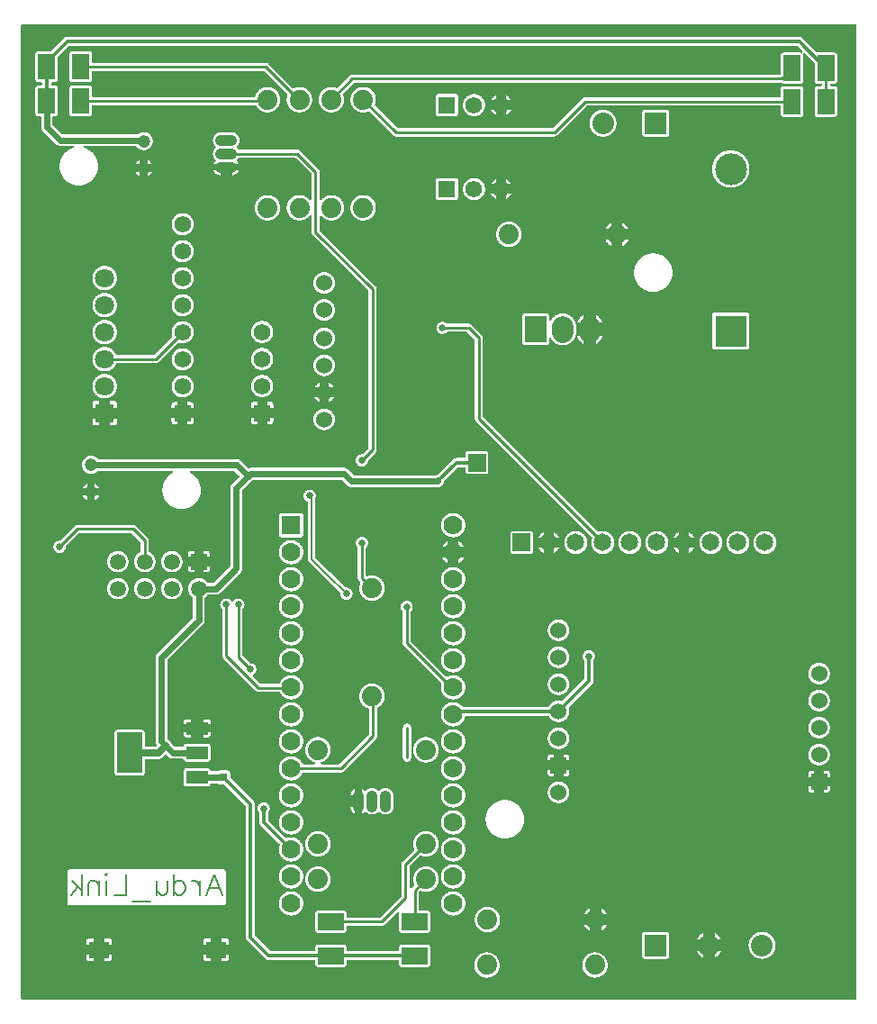
<source format=gbl>
G04 Layer: BottomLayer*
G04 EasyEDA v6.2.46, 2019-12-30T00:29:30+05:30*
G04 ef53065936be4c9b9f598b0f68a09c93,6145028fc9404f35aebdec50a9af1db0,10*
G04 Gerber Generator version 0.2*
G04 Scale: 100 percent, Rotated: No, Reflected: No *
G04 Dimensions in millimeters *
G04 leading zeros omitted , absolute positions ,3 integer and 3 decimal *
%FSLAX33Y33*%
%MOMM*%
G90*
G71D02*

%ADD10C,0.254000*%
%ADD11C,0.200000*%
%ADD12C,0.250012*%
%ADD14C,0.599999*%
%ADD15C,0.354000*%
%ADD16C,0.635000*%
%ADD17C,0.639978*%
%ADD19R,1.778000X1.778000*%
%ADD20C,1.778000*%
%ADD21R,1.651000X1.651000*%
%ADD22C,1.651000*%
%ADD23C,1.524000*%
%ADD24R,1.574800X1.574800*%
%ADD25C,1.574800*%
%ADD26C,1.879600*%
%ADD28R,2.032000X2.032000*%
%ADD29C,2.032000*%
%ADD30R,2.999994X2.999994*%
%ADD31C,2.999994*%
%ADD32R,1.498600X1.498600*%
%ADD33C,1.498600*%
%ADD34C,1.193800*%
%ADD35R,1.524000X1.524000*%
%ADD36C,1.799996*%
%ADD37R,1.799996X1.799996*%
%ADD38R,0.699999X0.799998*%
%ADD39R,1.899996X1.599997*%
%ADD40C,1.999996*%
%ADD41C,0.999998*%
%ADD42C,0.553999*%
%ADD43C,0.299999*%
%ADD44C,0.659994*%
%ADD45C,0.203200*%

%LPD*%
G36*
G01X78493Y91666D02*
G01X104Y91666D01*
G01X89Y91665D01*
G01X75Y91661D01*
G01X61Y91656D01*
G01X49Y91649D01*
G01X37Y91641D01*
G01X27Y91630D01*
G01X18Y91619D01*
G01X11Y91606D01*
G01X6Y91593D01*
G01X3Y91578D01*
G01X2Y91564D01*
G01X2Y114D01*
G01X3Y99D01*
G01X6Y85D01*
G01X11Y72D01*
G01X18Y59D01*
G01X27Y47D01*
G01X37Y37D01*
G01X49Y28D01*
G01X61Y21D01*
G01X75Y16D01*
G01X89Y13D01*
G01X104Y12D01*
G01X1169Y12D01*
G01X1183Y7D01*
G01X1199Y3D01*
G01X1215Y2D01*
G01X78493Y2D01*
G01X78508Y3D01*
G01X78522Y6D01*
G01X78535Y11D01*
G01X78548Y18D01*
G01X78560Y27D01*
G01X78570Y37D01*
G01X78579Y49D01*
G01X78586Y61D01*
G01X78591Y75D01*
G01X78594Y89D01*
G01X78595Y104D01*
G01X78595Y91564D01*
G01X78594Y91578D01*
G01X78591Y91593D01*
G01X78586Y91606D01*
G01X78579Y91619D01*
G01X78570Y91630D01*
G01X78560Y91641D01*
G01X78548Y91649D01*
G01X78535Y91656D01*
G01X78522Y91661D01*
G01X78508Y91665D01*
G01X78493Y91666D01*
G37*

%LPC*%
G36*
G01X43695Y51571D02*
G01X42044Y51571D01*
G01X42020Y51570D01*
G01X41996Y51567D01*
G01X41973Y51562D01*
G01X41951Y51554D01*
G01X41929Y51545D01*
G01X41909Y51533D01*
G01X41889Y51520D01*
G01X41871Y51504D01*
G01X41854Y51488D01*
G01X41839Y51469D01*
G01X41825Y51450D01*
G01X41814Y51429D01*
G01X41804Y51408D01*
G01X41797Y51385D01*
G01X41791Y51362D01*
G01X41788Y51339D01*
G01X41787Y51315D01*
G01X41787Y51025D01*
G01X41786Y51010D01*
G01X41783Y50996D01*
G01X41778Y50982D01*
G01X41771Y50970D01*
G01X41762Y50958D01*
G01X41752Y50948D01*
G01X41740Y50939D01*
G01X41728Y50932D01*
G01X41714Y50927D01*
G01X41700Y50924D01*
G01X41685Y50923D01*
G01X40949Y50923D01*
G01X40918Y50922D01*
G01X40887Y50919D01*
G01X40857Y50913D01*
G01X40827Y50905D01*
G01X40798Y50896D01*
G01X40769Y50884D01*
G01X40741Y50870D01*
G01X40715Y50854D01*
G01X40689Y50836D01*
G01X40665Y50817D01*
G01X40643Y50796D01*
G01X39204Y49358D01*
G01X39192Y49347D01*
G01X39177Y49339D01*
G01X39162Y49332D01*
G01X39146Y49329D01*
G01X39110Y49323D01*
G01X39075Y49315D01*
G01X39041Y49305D01*
G01X39007Y49293D01*
G01X38989Y49288D01*
G01X38970Y49286D01*
G01X31352Y49286D01*
G01X31336Y49287D01*
G01X31321Y49291D01*
G01X31306Y49297D01*
G01X31292Y49305D01*
G01X31280Y49316D01*
G01X30765Y49833D01*
G01X30740Y49857D01*
G01X30714Y49878D01*
G01X30687Y49898D01*
G01X30659Y49917D01*
G01X30629Y49933D01*
G01X30599Y49948D01*
G01X30568Y49961D01*
G01X30536Y49972D01*
G01X30504Y49981D01*
G01X30471Y49988D01*
G01X30438Y49993D01*
G01X30404Y49996D01*
G01X30370Y49997D01*
G01X21610Y49997D01*
G01X21570Y49996D01*
G01X21530Y49991D01*
G01X21491Y49984D01*
G01X21453Y49975D01*
G01X21439Y49971D01*
G01X21424Y49970D01*
G01X21408Y49972D01*
G01X21393Y49975D01*
G01X21378Y49981D01*
G01X21364Y49990D01*
G01X21352Y50000D01*
G01X20679Y50673D01*
G01X20655Y50696D01*
G01X20629Y50718D01*
G01X20602Y50738D01*
G01X20574Y50756D01*
G01X20544Y50772D01*
G01X20514Y50787D01*
G01X20483Y50800D01*
G01X20451Y50811D01*
G01X20419Y50820D01*
G01X20386Y50827D01*
G01X20353Y50832D01*
G01X20319Y50835D01*
G01X20286Y50836D01*
G01X7281Y50836D01*
G01X7265Y50837D01*
G01X7249Y50841D01*
G01X7234Y50848D01*
G01X7220Y50857D01*
G01X7207Y50868D01*
G01X7177Y50898D01*
G01X7145Y50927D01*
G01X7111Y50955D01*
G01X7076Y50980D01*
G01X7040Y51004D01*
G01X7003Y51026D01*
G01X6965Y51046D01*
G01X6925Y51064D01*
G01X6885Y51080D01*
G01X6844Y51094D01*
G01X6803Y51106D01*
G01X6761Y51116D01*
G01X6718Y51123D01*
G01X6675Y51129D01*
G01X6632Y51132D01*
G01X6589Y51133D01*
G01X6547Y51132D01*
G01X6505Y51129D01*
G01X6464Y51124D01*
G01X6423Y51117D01*
G01X6382Y51107D01*
G01X6341Y51096D01*
G01X6302Y51083D01*
G01X6262Y51068D01*
G01X6224Y51051D01*
G01X6187Y51032D01*
G01X6150Y51012D01*
G01X6115Y50989D01*
G01X6081Y50965D01*
G01X6048Y50939D01*
G01X6016Y50912D01*
G01X5986Y50883D01*
G01X5957Y50853D01*
G01X5929Y50821D01*
G01X5904Y50788D01*
G01X5879Y50754D01*
G01X5857Y50718D01*
G01X5836Y50682D01*
G01X5818Y50644D01*
G01X5801Y50606D01*
G01X5785Y50567D01*
G01X5772Y50527D01*
G01X5761Y50487D01*
G01X5752Y50446D01*
G01X5745Y50405D01*
G01X5740Y50363D01*
G01X5737Y50321D01*
G01X5736Y50280D01*
G01X5737Y50238D01*
G01X5740Y50196D01*
G01X5745Y50154D01*
G01X5752Y50113D01*
G01X5761Y50072D01*
G01X5772Y50032D01*
G01X5785Y49992D01*
G01X5801Y49953D01*
G01X5818Y49915D01*
G01X5836Y49877D01*
G01X5857Y49841D01*
G01X5879Y49805D01*
G01X5904Y49771D01*
G01X5929Y49738D01*
G01X5957Y49706D01*
G01X5986Y49676D01*
G01X6016Y49647D01*
G01X6048Y49620D01*
G01X6081Y49594D01*
G01X6115Y49570D01*
G01X6150Y49548D01*
G01X6187Y49527D01*
G01X6224Y49508D01*
G01X6262Y49491D01*
G01X6302Y49476D01*
G01X6341Y49463D01*
G01X6382Y49452D01*
G01X6423Y49443D01*
G01X6464Y49435D01*
G01X6505Y49430D01*
G01X6547Y49427D01*
G01X6589Y49426D01*
G01X6632Y49427D01*
G01X6675Y49430D01*
G01X6718Y49436D01*
G01X6761Y49444D01*
G01X6803Y49453D01*
G01X6844Y49465D01*
G01X6885Y49479D01*
G01X6925Y49495D01*
G01X6965Y49513D01*
G01X7003Y49533D01*
G01X7040Y49555D01*
G01X7076Y49579D01*
G01X7111Y49605D01*
G01X7145Y49632D01*
G01X7177Y49661D01*
G01X7207Y49691D01*
G01X7220Y49702D01*
G01X7234Y49711D01*
G01X7249Y49718D01*
G01X7265Y49722D01*
G01X7281Y49723D01*
G01X14227Y49723D01*
G01X14242Y49722D01*
G01X14256Y49719D01*
G01X14269Y49714D01*
G01X14282Y49707D01*
G01X14294Y49698D01*
G01X14304Y49688D01*
G01X14313Y49676D01*
G01X14320Y49664D01*
G01X14325Y49650D01*
G01X14328Y49636D01*
G01X14329Y49621D01*
G01X14328Y49606D01*
G01X14324Y49590D01*
G01X14318Y49576D01*
G01X14310Y49562D01*
G01X14300Y49550D01*
G01X14288Y49540D01*
G01X14274Y49531D01*
G01X14220Y49502D01*
G01X14167Y49471D01*
G01X14115Y49438D01*
G01X14064Y49403D01*
G01X14015Y49367D01*
G01X13966Y49328D01*
G01X13919Y49289D01*
G01X13874Y49247D01*
G01X13830Y49205D01*
G01X13787Y49160D01*
G01X13746Y49114D01*
G01X13706Y49067D01*
G01X13668Y49019D01*
G01X13632Y48969D01*
G01X13597Y48918D01*
G01X13565Y48866D01*
G01X13534Y48813D01*
G01X13504Y48759D01*
G01X13477Y48704D01*
G01X13452Y48648D01*
G01X13428Y48591D01*
G01X13407Y48533D01*
G01X13387Y48475D01*
G01X13369Y48416D01*
G01X13354Y48356D01*
G01X13340Y48296D01*
G01X13329Y48236D01*
G01X13319Y48175D01*
G01X13312Y48114D01*
G01X13307Y48052D01*
G01X13304Y47991D01*
G01X13303Y47929D01*
G01X13304Y47868D01*
G01X13307Y47806D01*
G01X13312Y47745D01*
G01X13319Y47683D01*
G01X13329Y47622D01*
G01X13340Y47562D01*
G01X13354Y47502D01*
G01X13370Y47442D01*
G01X13387Y47383D01*
G01X13407Y47324D01*
G01X13429Y47267D01*
G01X13452Y47210D01*
G01X13478Y47153D01*
G01X13505Y47098D01*
G01X13535Y47044D01*
G01X13566Y46991D01*
G01X13599Y46938D01*
G01X13633Y46887D01*
G01X13670Y46838D01*
G01X13708Y46789D01*
G01X13748Y46742D01*
G01X13789Y46696D01*
G01X13832Y46652D01*
G01X13876Y46609D01*
G01X13922Y46568D01*
G01X13969Y46528D01*
G01X14018Y46490D01*
G01X14067Y46453D01*
G01X14118Y46419D01*
G01X14171Y46386D01*
G01X14224Y46355D01*
G01X14278Y46325D01*
G01X14333Y46298D01*
G01X14389Y46272D01*
G01X14446Y46249D01*
G01X14504Y46227D01*
G01X14563Y46207D01*
G01X14622Y46190D01*
G01X14681Y46174D01*
G01X14742Y46161D01*
G01X14802Y46149D01*
G01X14863Y46140D01*
G01X14924Y46132D01*
G01X14986Y46127D01*
G01X15048Y46124D01*
G01X15109Y46123D01*
G01X15171Y46124D01*
G01X15232Y46127D01*
G01X15294Y46132D01*
G01X15355Y46140D01*
G01X15416Y46149D01*
G01X15477Y46161D01*
G01X15537Y46174D01*
G01X15597Y46190D01*
G01X15656Y46207D01*
G01X15714Y46227D01*
G01X15772Y46249D01*
G01X15829Y46272D01*
G01X15885Y46298D01*
G01X15940Y46325D01*
G01X15995Y46355D01*
G01X16048Y46386D01*
G01X16100Y46419D01*
G01X16151Y46453D01*
G01X16201Y46490D01*
G01X16249Y46528D01*
G01X16296Y46568D01*
G01X16342Y46609D01*
G01X16387Y46652D01*
G01X16429Y46696D01*
G01X16471Y46742D01*
G01X16511Y46789D01*
G01X16549Y46838D01*
G01X16585Y46887D01*
G01X16620Y46938D01*
G01X16653Y46991D01*
G01X16684Y47044D01*
G01X16713Y47098D01*
G01X16741Y47153D01*
G01X16766Y47210D01*
G01X16790Y47267D01*
G01X16811Y47324D01*
G01X16831Y47383D01*
G01X16849Y47442D01*
G01X16864Y47502D01*
G01X16878Y47562D01*
G01X16889Y47622D01*
G01X16899Y47683D01*
G01X16906Y47745D01*
G01X16912Y47806D01*
G01X16915Y47868D01*
G01X16916Y47929D01*
G01X16915Y47991D01*
G01X16912Y48052D01*
G01X16906Y48114D01*
G01X16899Y48175D01*
G01X16890Y48236D01*
G01X16878Y48296D01*
G01X16865Y48356D01*
G01X16849Y48416D01*
G01X16831Y48475D01*
G01X16812Y48533D01*
G01X16790Y48591D01*
G01X16767Y48648D01*
G01X16741Y48704D01*
G01X16714Y48759D01*
G01X16685Y48813D01*
G01X16654Y48866D01*
G01X16621Y48918D01*
G01X16586Y48969D01*
G01X16550Y49019D01*
G01X16512Y49067D01*
G01X16473Y49114D01*
G01X16432Y49160D01*
G01X16389Y49205D01*
G01X16345Y49247D01*
G01X16299Y49289D01*
G01X16252Y49328D01*
G01X16204Y49367D01*
G01X16154Y49403D01*
G01X16103Y49438D01*
G01X16051Y49471D01*
G01X15998Y49502D01*
G01X15944Y49531D01*
G01X15931Y49540D01*
G01X15919Y49550D01*
G01X15909Y49562D01*
G01X15900Y49576D01*
G01X15894Y49590D01*
G01X15891Y49606D01*
G01X15890Y49621D01*
G01X15891Y49636D01*
G01X15894Y49650D01*
G01X15899Y49664D01*
G01X15906Y49676D01*
G01X15914Y49688D01*
G01X15925Y49698D01*
G01X15936Y49707D01*
G01X15949Y49714D01*
G01X15962Y49719D01*
G01X15977Y49722D01*
G01X15991Y49723D01*
G01X20013Y49723D01*
G01X20029Y49722D01*
G01X20045Y49718D01*
G01X20059Y49712D01*
G01X20073Y49704D01*
G01X20085Y49693D01*
G01X20508Y49270D01*
G01X20519Y49258D01*
G01X20527Y49244D01*
G01X20533Y49229D01*
G01X20537Y49214D01*
G01X20538Y49198D01*
G01X20537Y49182D01*
G01X20533Y49167D01*
G01X20527Y49152D01*
G01X20519Y49138D01*
G01X20508Y49126D01*
G01X19855Y48473D01*
G01X19832Y48448D01*
G01X19810Y48422D01*
G01X19790Y48395D01*
G01X19772Y48367D01*
G01X19756Y48338D01*
G01X19741Y48308D01*
G01X19728Y48277D01*
G01X19717Y48245D01*
G01X19708Y48212D01*
G01X19701Y48179D01*
G01X19696Y48146D01*
G01X19693Y48113D01*
G01X19692Y48079D01*
G01X19692Y40803D01*
G01X19691Y40787D01*
G01X19687Y40771D01*
G01X19681Y40757D01*
G01X19672Y40743D01*
G01X19662Y40731D01*
G01X18158Y39227D01*
G01X18146Y39216D01*
G01X18132Y39208D01*
G01X18117Y39202D01*
G01X18102Y39198D01*
G01X18086Y39197D01*
G01X17619Y39197D01*
G01X17604Y39198D01*
G01X17588Y39202D01*
G01X17574Y39208D01*
G01X17560Y39216D01*
G01X17548Y39226D01*
G01X17538Y39238D01*
G01X17509Y39275D01*
G01X17478Y39311D01*
G01X17446Y39345D01*
G01X17413Y39378D01*
G01X17377Y39409D01*
G01X17341Y39438D01*
G01X17303Y39466D01*
G01X17264Y39492D01*
G01X17223Y39516D01*
G01X17182Y39538D01*
G01X17140Y39558D01*
G01X17096Y39576D01*
G01X17052Y39592D01*
G01X17007Y39606D01*
G01X16962Y39618D01*
G01X16916Y39628D01*
G01X16870Y39636D01*
G01X16823Y39641D01*
G01X16776Y39644D01*
G01X16729Y39645D01*
G01X16683Y39644D01*
G01X16637Y39641D01*
G01X16591Y39636D01*
G01X16545Y39628D01*
G01X16499Y39619D01*
G01X16454Y39607D01*
G01X16410Y39593D01*
G01X16366Y39577D01*
G01X16323Y39560D01*
G01X16281Y39540D01*
G01X16240Y39518D01*
G01X16200Y39495D01*
G01X16161Y39469D01*
G01X16123Y39442D01*
G01X16087Y39413D01*
G01X16052Y39383D01*
G01X16018Y39351D01*
G01X15986Y39317D01*
G01X15956Y39282D01*
G01X15927Y39246D01*
G01X15900Y39208D01*
G01X15874Y39169D01*
G01X15851Y39129D01*
G01X15829Y39088D01*
G01X15809Y39046D01*
G01X15792Y39003D01*
G01X15776Y38959D01*
G01X15762Y38915D01*
G01X15750Y38870D01*
G01X15741Y38824D01*
G01X15733Y38778D01*
G01X15728Y38732D01*
G01X15725Y38686D01*
G01X15724Y38640D01*
G01X15725Y38593D01*
G01X15728Y38546D01*
G01X15733Y38499D01*
G01X15741Y38453D01*
G01X15751Y38407D01*
G01X15763Y38361D01*
G01X15777Y38316D01*
G01X15793Y38272D01*
G01X15811Y38229D01*
G01X15831Y38186D01*
G01X15854Y38145D01*
G01X15878Y38105D01*
G01X15904Y38065D01*
G01X15931Y38028D01*
G01X15961Y37991D01*
G01X15992Y37956D01*
G01X16025Y37922D01*
G01X16059Y37890D01*
G01X16095Y37859D01*
G01X16132Y37831D01*
G01X16144Y37820D01*
G01X16154Y37808D01*
G01X16162Y37795D01*
G01X16168Y37780D01*
G01X16172Y37765D01*
G01X16173Y37749D01*
G01X16173Y35932D01*
G01X16172Y35916D01*
G01X16168Y35901D01*
G01X16162Y35886D01*
G01X16154Y35872D01*
G01X16143Y35860D01*
G01X12836Y32553D01*
G01X12813Y32529D01*
G01X12791Y32503D01*
G01X12771Y32476D01*
G01X12753Y32448D01*
G01X12737Y32418D01*
G01X12722Y32388D01*
G01X12709Y32357D01*
G01X12698Y32325D01*
G01X12689Y32293D01*
G01X12682Y32260D01*
G01X12677Y32227D01*
G01X12674Y32193D01*
G01X12673Y32160D01*
G01X12673Y24260D01*
G01X12674Y24223D01*
G01X12678Y24187D01*
G01X12684Y24150D01*
G01X12692Y24115D01*
G01X12703Y24080D01*
G01X12716Y24046D01*
G01X12731Y24012D01*
G01X12748Y23980D01*
G01X12756Y23964D01*
G01X12761Y23947D01*
G01X12762Y23929D01*
G01X12761Y23913D01*
G01X12757Y23898D01*
G01X12751Y23883D01*
G01X12743Y23869D01*
G01X12732Y23857D01*
G01X12701Y23825D01*
G01X12688Y23815D01*
G01X12675Y23807D01*
G01X12660Y23801D01*
G01X12645Y23797D01*
G01X12629Y23796D01*
G01X11732Y23796D01*
G01X11717Y23797D01*
G01X11703Y23800D01*
G01X11689Y23805D01*
G01X11677Y23812D01*
G01X11665Y23820D01*
G01X11655Y23831D01*
G01X11646Y23842D01*
G01X11639Y23855D01*
G01X11634Y23869D01*
G01X11631Y23883D01*
G01X11630Y23897D01*
G01X11630Y25109D01*
G01X11629Y25133D01*
G01X11626Y25156D01*
G01X11620Y25179D01*
G01X11613Y25202D01*
G01X11603Y25223D01*
G01X11592Y25244D01*
G01X11578Y25264D01*
G01X11563Y25282D01*
G01X11546Y25299D01*
G01X11528Y25314D01*
G01X11508Y25327D01*
G01X11488Y25339D01*
G01X11466Y25348D01*
G01X11444Y25356D01*
G01X11421Y25361D01*
G01X11397Y25365D01*
G01X11373Y25366D01*
G01X9073Y25366D01*
G01X9050Y25365D01*
G01X9026Y25361D01*
G01X9003Y25356D01*
G01X8981Y25348D01*
G01X8959Y25339D01*
G01X8938Y25327D01*
G01X8919Y25314D01*
G01X8901Y25299D01*
G01X8884Y25282D01*
G01X8869Y25264D01*
G01X8855Y25244D01*
G01X8844Y25223D01*
G01X8834Y25202D01*
G01X8827Y25179D01*
G01X8821Y25156D01*
G01X8818Y25133D01*
G01X8817Y25109D01*
G01X8817Y21309D01*
G01X8818Y21285D01*
G01X8821Y21262D01*
G01X8827Y21239D01*
G01X8834Y21216D01*
G01X8844Y21195D01*
G01X8855Y21174D01*
G01X8869Y21155D01*
G01X8884Y21136D01*
G01X8901Y21120D01*
G01X8919Y21104D01*
G01X8938Y21091D01*
G01X8959Y21079D01*
G01X8981Y21070D01*
G01X9003Y21062D01*
G01X9026Y21057D01*
G01X9050Y21054D01*
G01X9073Y21053D01*
G01X11373Y21053D01*
G01X11397Y21054D01*
G01X11421Y21057D01*
G01X11444Y21062D01*
G01X11466Y21070D01*
G01X11488Y21079D01*
G01X11508Y21091D01*
G01X11528Y21104D01*
G01X11546Y21120D01*
G01X11563Y21136D01*
G01X11578Y21155D01*
G01X11592Y21174D01*
G01X11603Y21195D01*
G01X11613Y21216D01*
G01X11620Y21239D01*
G01X11626Y21262D01*
G01X11629Y21285D01*
G01X11630Y21309D01*
G01X11630Y22521D01*
G01X11631Y22535D01*
G01X11634Y22549D01*
G01X11639Y22563D01*
G01X11646Y22576D01*
G01X11655Y22587D01*
G01X11665Y22598D01*
G01X11677Y22606D01*
G01X11689Y22613D01*
G01X11703Y22618D01*
G01X11717Y22621D01*
G01X11732Y22622D01*
G01X12914Y22622D01*
G01X12949Y22624D01*
G01X12984Y22627D01*
G01X13019Y22632D01*
G01X13054Y22640D01*
G01X13088Y22649D01*
G01X13122Y22661D01*
G01X13154Y22674D01*
G01X13186Y22690D01*
G01X13217Y22707D01*
G01X13247Y22726D01*
G01X13275Y22747D01*
G01X13303Y22770D01*
G01X13328Y22794D01*
G01X13546Y23012D01*
G01X13558Y23022D01*
G01X13572Y23031D01*
G01X13587Y23037D01*
G01X13602Y23041D01*
G01X13618Y23042D01*
G01X13634Y23041D01*
G01X13650Y23037D01*
G01X13664Y23031D01*
G01X13678Y23022D01*
G01X13690Y23012D01*
G01X13886Y22816D01*
G01X13913Y22791D01*
G01X13941Y22768D01*
G01X13970Y22747D01*
G01X14001Y22728D01*
G01X14033Y22710D01*
G01X14066Y22695D01*
G01X14101Y22683D01*
G01X14135Y22672D01*
G01X14171Y22664D01*
G01X14207Y22658D01*
G01X14243Y22654D01*
G01X14279Y22653D01*
G01X15220Y22653D01*
G01X15236Y22652D01*
G01X15251Y22648D01*
G01X15266Y22642D01*
G01X15280Y22634D01*
G01X15292Y22623D01*
G01X15302Y22611D01*
G01X15310Y22598D01*
G01X15316Y22583D01*
G01X15320Y22568D01*
G01X15325Y22544D01*
G01X15332Y22521D01*
G01X15342Y22499D01*
G01X15353Y22478D01*
G01X15366Y22458D01*
G01X15382Y22439D01*
G01X15398Y22422D01*
G01X15417Y22406D01*
G01X15436Y22392D01*
G01X15457Y22380D01*
G01X15479Y22370D01*
G01X15502Y22363D01*
G01X15526Y22357D01*
G01X15549Y22354D01*
G01X15573Y22353D01*
G01X17573Y22353D01*
G01X17597Y22354D01*
G01X17621Y22357D01*
G01X17644Y22362D01*
G01X17666Y22370D01*
G01X17688Y22379D01*
G01X17708Y22391D01*
G01X17728Y22404D01*
G01X17746Y22420D01*
G01X17763Y22436D01*
G01X17778Y22455D01*
G01X17792Y22474D01*
G01X17803Y22495D01*
G01X17813Y22516D01*
G01X17820Y22539D01*
G01X17826Y22562D01*
G01X17829Y22585D01*
G01X17830Y22609D01*
G01X17830Y23809D01*
G01X17829Y23833D01*
G01X17826Y23856D01*
G01X17820Y23879D01*
G01X17813Y23902D01*
G01X17803Y23923D01*
G01X17792Y23944D01*
G01X17778Y23964D01*
G01X17763Y23982D01*
G01X17746Y23999D01*
G01X17728Y24014D01*
G01X17708Y24027D01*
G01X17688Y24039D01*
G01X17666Y24048D01*
G01X17644Y24056D01*
G01X17621Y24061D01*
G01X17597Y24065D01*
G01X17573Y24066D01*
G01X15573Y24066D01*
G01X15549Y24065D01*
G01X15526Y24061D01*
G01X15502Y24056D01*
G01X15479Y24048D01*
G01X15457Y24038D01*
G01X15437Y24026D01*
G01X15417Y24012D01*
G01X15398Y23997D01*
G01X15382Y23980D01*
G01X15367Y23961D01*
G01X15353Y23941D01*
G01X15342Y23920D01*
G01X15333Y23897D01*
G01X15325Y23874D01*
G01X15320Y23851D01*
G01X15317Y23836D01*
G01X15310Y23821D01*
G01X15302Y23807D01*
G01X15292Y23795D01*
G01X15280Y23785D01*
G01X15266Y23777D01*
G01X15251Y23771D01*
G01X15236Y23767D01*
G01X15220Y23766D01*
G01X14552Y23766D01*
G01X14536Y23767D01*
G01X14521Y23771D01*
G01X14506Y23777D01*
G01X14492Y23785D01*
G01X14480Y23796D01*
G01X14133Y24144D01*
G01X14123Y24155D01*
G01X14115Y24168D01*
G01X14097Y24198D01*
G01X14078Y24227D01*
G01X14058Y24255D01*
G01X14035Y24282D01*
G01X14012Y24307D01*
G01X13986Y24331D01*
G01X13960Y24353D01*
G01X13932Y24374D01*
G01X13903Y24393D01*
G01X13872Y24410D01*
G01X13860Y24418D01*
G01X13848Y24428D01*
G01X13816Y24460D01*
G01X13805Y24472D01*
G01X13797Y24486D01*
G01X13791Y24501D01*
G01X13787Y24516D01*
G01X13786Y24532D01*
G01X13786Y31887D01*
G01X13787Y31903D01*
G01X13791Y31918D01*
G01X13797Y31933D01*
G01X13805Y31947D01*
G01X13816Y31959D01*
G01X17123Y35266D01*
G01X17146Y35290D01*
G01X17168Y35316D01*
G01X17187Y35343D01*
G01X17206Y35372D01*
G01X17222Y35401D01*
G01X17237Y35431D01*
G01X17250Y35462D01*
G01X17261Y35494D01*
G01X17270Y35526D01*
G01X17277Y35559D01*
G01X17282Y35592D01*
G01X17285Y35626D01*
G01X17286Y35660D01*
G01X17286Y37749D01*
G01X17287Y37765D01*
G01X17291Y37780D01*
G01X17297Y37795D01*
G01X17305Y37808D01*
G01X17315Y37820D01*
G01X17327Y37831D01*
G01X17367Y37861D01*
G01X17405Y37894D01*
G01X17441Y37929D01*
G01X17476Y37965D01*
G01X17508Y38003D01*
G01X17539Y38043D01*
G01X17549Y38055D01*
G01X17562Y38065D01*
G01X17575Y38073D01*
G01X17590Y38079D01*
G01X17605Y38083D01*
G01X17621Y38084D01*
G01X18359Y38084D01*
G01X18392Y38085D01*
G01X18426Y38088D01*
G01X18459Y38093D01*
G01X18492Y38100D01*
G01X18524Y38109D01*
G01X18556Y38120D01*
G01X18587Y38133D01*
G01X18617Y38148D01*
G01X18647Y38164D01*
G01X18675Y38182D01*
G01X18702Y38202D01*
G01X18728Y38224D01*
G01X18752Y38247D01*
G01X20642Y40137D01*
G01X20665Y40161D01*
G01X20686Y40187D01*
G01X20706Y40214D01*
G01X20725Y40242D01*
G01X20741Y40272D01*
G01X20756Y40302D01*
G01X20769Y40333D01*
G01X20780Y40365D01*
G01X20789Y40397D01*
G01X20796Y40430D01*
G01X20801Y40463D01*
G01X20804Y40497D01*
G01X20805Y40530D01*
G01X20805Y47807D01*
G01X20806Y47822D01*
G01X20810Y47838D01*
G01X20816Y47853D01*
G01X20824Y47866D01*
G01X20835Y47878D01*
G01X21742Y48786D01*
G01X21745Y48789D01*
G01X21777Y48820D01*
G01X21811Y48854D01*
G01X21823Y48865D01*
G01X21836Y48873D01*
G01X21851Y48879D01*
G01X21867Y48883D01*
G01X21882Y48884D01*
G01X30097Y48884D01*
G01X30113Y48883D01*
G01X30128Y48879D01*
G01X30143Y48873D01*
G01X30157Y48865D01*
G01X30169Y48854D01*
G01X30685Y48337D01*
G01X30709Y48313D01*
G01X30735Y48292D01*
G01X30762Y48272D01*
G01X30790Y48253D01*
G01X30820Y48237D01*
G01X30850Y48222D01*
G01X30881Y48209D01*
G01X30913Y48198D01*
G01X30945Y48189D01*
G01X30978Y48182D01*
G01X31012Y48177D01*
G01X31045Y48174D01*
G01X31079Y48173D01*
G01X39189Y48173D01*
G01X39226Y48174D01*
G01X39262Y48178D01*
G01X39298Y48184D01*
G01X39333Y48192D01*
G01X39368Y48202D01*
G01X39402Y48215D01*
G01X39408Y48217D01*
G01X39441Y48230D01*
G01X39473Y48245D01*
G01X39504Y48261D01*
G01X39534Y48280D01*
G01X39563Y48300D01*
G01X39591Y48322D01*
G01X39617Y48346D01*
G01X39642Y48371D01*
G01X39665Y48398D01*
G01X39686Y48426D01*
G01X39706Y48455D01*
G01X39724Y48485D01*
G01X39740Y48517D01*
G01X39754Y48549D01*
G01X39765Y48583D01*
G01X39775Y48617D01*
G01X39783Y48651D01*
G01X39789Y48686D01*
G01X39792Y48702D01*
G01X39798Y48718D01*
G01X39807Y48732D01*
G01X39818Y48745D01*
G01X41099Y50026D01*
G01X41111Y50036D01*
G01X41125Y50045D01*
G01X41139Y50051D01*
G01X41155Y50055D01*
G01X41171Y50056D01*
G01X41685Y50056D01*
G01X41700Y50055D01*
G01X41714Y50052D01*
G01X41728Y50047D01*
G01X41740Y50040D01*
G01X41752Y50031D01*
G01X41762Y50021D01*
G01X41771Y50009D01*
G01X41778Y49996D01*
G01X41783Y49983D01*
G01X41786Y49969D01*
G01X41787Y49954D01*
G01X41787Y49664D01*
G01X41788Y49640D01*
G01X41791Y49617D01*
G01X41797Y49594D01*
G01X41804Y49571D01*
G01X41814Y49550D01*
G01X41825Y49529D01*
G01X41839Y49509D01*
G01X41854Y49491D01*
G01X41871Y49474D01*
G01X41889Y49459D01*
G01X41909Y49446D01*
G01X41929Y49434D01*
G01X41951Y49425D01*
G01X41973Y49417D01*
G01X41996Y49412D01*
G01X42020Y49408D01*
G01X42044Y49407D01*
G01X43695Y49407D01*
G01X43718Y49408D01*
G01X43742Y49412D01*
G01X43765Y49417D01*
G01X43787Y49425D01*
G01X43809Y49434D01*
G01X43830Y49446D01*
G01X43849Y49459D01*
G01X43867Y49474D01*
G01X43884Y49491D01*
G01X43899Y49509D01*
G01X43913Y49529D01*
G01X43924Y49550D01*
G01X43934Y49571D01*
G01X43941Y49594D01*
G01X43947Y49617D01*
G01X43950Y49640D01*
G01X43951Y49664D01*
G01X43951Y51315D01*
G01X43950Y51339D01*
G01X43947Y51362D01*
G01X43941Y51385D01*
G01X43934Y51408D01*
G01X43924Y51429D01*
G01X43913Y51450D01*
G01X43899Y51469D01*
G01X43884Y51488D01*
G01X43867Y51504D01*
G01X43849Y51520D01*
G01X43830Y51533D01*
G01X43809Y51545D01*
G01X43787Y51554D01*
G01X43765Y51562D01*
G01X43742Y51567D01*
G01X43718Y51570D01*
G01X43695Y51571D01*
G37*
G36*
G01X73189Y90523D02*
G01X4349Y90523D01*
G01X4318Y90522D01*
G01X4288Y90518D01*
G01X4257Y90513D01*
G01X4227Y90505D01*
G01X4198Y90496D01*
G01X4169Y90484D01*
G01X4141Y90470D01*
G01X4115Y90454D01*
G01X4089Y90436D01*
G01X4065Y90417D01*
G01X4043Y90396D01*
G01X2837Y89190D01*
G01X2825Y89180D01*
G01X2811Y89172D01*
G01X2797Y89165D01*
G01X2781Y89162D01*
G01X2765Y89160D01*
G01X1629Y89160D01*
G01X1605Y89159D01*
G01X1582Y89156D01*
G01X1559Y89151D01*
G01X1536Y89143D01*
G01X1515Y89134D01*
G01X1494Y89122D01*
G01X1475Y89109D01*
G01X1456Y89093D01*
G01X1440Y89077D01*
G01X1424Y89058D01*
G01X1411Y89039D01*
G01X1399Y89018D01*
G01X1390Y88997D01*
G01X1382Y88974D01*
G01X1377Y88951D01*
G01X1374Y88928D01*
G01X1373Y88904D01*
G01X1373Y86504D01*
G01X1374Y86480D01*
G01X1377Y86457D01*
G01X1382Y86434D01*
G01X1390Y86411D01*
G01X1399Y86390D01*
G01X1411Y86369D01*
G01X1424Y86349D01*
G01X1440Y86331D01*
G01X1456Y86314D01*
G01X1475Y86299D01*
G01X1494Y86286D01*
G01X1515Y86274D01*
G01X1536Y86265D01*
G01X1559Y86257D01*
G01X1582Y86252D01*
G01X1605Y86248D01*
G01X1629Y86247D01*
G01X1894Y86247D01*
G01X1909Y86246D01*
G01X1923Y86243D01*
G01X1936Y86238D01*
G01X1949Y86231D01*
G01X1961Y86223D01*
G01X1971Y86212D01*
G01X1980Y86201D01*
G01X1986Y86188D01*
G01X1992Y86174D01*
G01X1995Y86160D01*
G01X1996Y86146D01*
G01X1996Y86048D01*
G01X1995Y86033D01*
G01X1992Y86019D01*
G01X1986Y86005D01*
G01X1980Y85993D01*
G01X1971Y85981D01*
G01X1961Y85971D01*
G01X1949Y85962D01*
G01X1936Y85955D01*
G01X1923Y85950D01*
G01X1909Y85947D01*
G01X1894Y85946D01*
G01X1629Y85946D01*
G01X1605Y85945D01*
G01X1582Y85942D01*
G01X1559Y85936D01*
G01X1536Y85929D01*
G01X1515Y85919D01*
G01X1494Y85908D01*
G01X1475Y85894D01*
G01X1456Y85879D01*
G01X1440Y85862D01*
G01X1424Y85844D01*
G01X1411Y85824D01*
G01X1399Y85804D01*
G01X1390Y85782D01*
G01X1382Y85760D01*
G01X1377Y85737D01*
G01X1374Y85713D01*
G01X1373Y85689D01*
G01X1373Y83289D01*
G01X1374Y83266D01*
G01X1377Y83242D01*
G01X1382Y83219D01*
G01X1390Y83197D01*
G01X1399Y83175D01*
G01X1411Y83154D01*
G01X1424Y83135D01*
G01X1440Y83117D01*
G01X1456Y83100D01*
G01X1475Y83085D01*
G01X1494Y83071D01*
G01X1515Y83060D01*
G01X1536Y83050D01*
G01X1559Y83043D01*
G01X1582Y83037D01*
G01X1605Y83034D01*
G01X1629Y83033D01*
G01X1794Y83033D01*
G01X1809Y83032D01*
G01X1823Y83029D01*
G01X1836Y83024D01*
G01X1849Y83017D01*
G01X1861Y83008D01*
G01X1871Y82998D01*
G01X1880Y82986D01*
G01X1892Y82960D01*
G01X1895Y82946D01*
G01X1896Y82931D01*
G01X1896Y82049D01*
G01X1897Y82014D01*
G01X1900Y81980D01*
G01X1906Y81945D01*
G01X1914Y81911D01*
G01X1924Y81878D01*
G01X1936Y81845D01*
G01X1951Y81813D01*
G01X1967Y81783D01*
G01X1986Y81753D01*
G01X2006Y81725D01*
G01X2028Y81698D01*
G01X2052Y81672D01*
G01X3292Y80432D01*
G01X3317Y80408D01*
G01X3344Y80386D01*
G01X3373Y80366D01*
G01X3402Y80347D01*
G01X3433Y80331D01*
G01X3465Y80316D01*
G01X3498Y80304D01*
G01X3531Y80294D01*
G01X3565Y80286D01*
G01X3600Y80280D01*
G01X3634Y80277D01*
G01X3669Y80276D01*
G01X4878Y80276D01*
G01X4892Y80275D01*
G01X4906Y80272D01*
G01X4920Y80267D01*
G01X4933Y80260D01*
G01X4944Y80251D01*
G01X4954Y80241D01*
G01X4963Y80229D01*
G01X4970Y80216D01*
G01X4975Y80203D01*
G01X4978Y80189D01*
G01X4979Y80174D01*
G01X4978Y80158D01*
G01X4974Y80142D01*
G01X4968Y80128D01*
G01X4959Y80114D01*
G01X4949Y80102D01*
G01X4937Y80091D01*
G01X4923Y80083D01*
G01X4908Y80077D01*
G01X4849Y80058D01*
G01X4791Y80036D01*
G01X4733Y80013D01*
G01X4677Y79988D01*
G01X4621Y79960D01*
G01X4566Y79931D01*
G01X4513Y79900D01*
G01X4460Y79867D01*
G01X4409Y79833D01*
G01X4358Y79796D01*
G01X4310Y79758D01*
G01X4262Y79719D01*
G01X4216Y79677D01*
G01X4171Y79634D01*
G01X4128Y79590D01*
G01X4086Y79544D01*
G01X4046Y79497D01*
G01X4008Y79448D01*
G01X3971Y79398D01*
G01X3936Y79347D01*
G01X3902Y79295D01*
G01X3871Y79241D01*
G01X3841Y79187D01*
G01X3814Y79131D01*
G01X3788Y79075D01*
G01X3764Y79018D01*
G01X3742Y78960D01*
G01X3722Y78901D01*
G01X3705Y78842D01*
G01X3689Y78782D01*
G01X3675Y78721D01*
G01X3663Y78660D01*
G01X3654Y78599D01*
G01X3646Y78538D01*
G01X3641Y78476D01*
G01X3638Y78414D01*
G01X3637Y78352D01*
G01X3638Y78290D01*
G01X3641Y78229D01*
G01X3646Y78167D01*
G01X3654Y78106D01*
G01X3663Y78045D01*
G01X3675Y77984D01*
G01X3688Y77924D01*
G01X3704Y77864D01*
G01X3722Y77805D01*
G01X3741Y77747D01*
G01X3763Y77689D01*
G01X3786Y77632D01*
G01X3812Y77576D01*
G01X3839Y77521D01*
G01X3869Y77466D01*
G01X3900Y77413D01*
G01X3933Y77361D01*
G01X3968Y77310D01*
G01X4004Y77260D01*
G01X4042Y77212D01*
G01X4082Y77165D01*
G01X4123Y77119D01*
G01X4166Y77074D01*
G01X4210Y77032D01*
G01X4256Y76990D01*
G01X4303Y76951D01*
G01X4352Y76912D01*
G01X4402Y76876D01*
G01X4453Y76841D01*
G01X4505Y76808D01*
G01X4558Y76777D01*
G01X4612Y76748D01*
G01X4668Y76720D01*
G01X4724Y76695D01*
G01X4781Y76671D01*
G01X4839Y76650D01*
G01X4897Y76630D01*
G01X4956Y76612D01*
G01X5016Y76597D01*
G01X5076Y76583D01*
G01X5137Y76572D01*
G01X5197Y76562D01*
G01X5259Y76555D01*
G01X5320Y76550D01*
G01X5382Y76546D01*
G01X5443Y76545D01*
G01X5505Y76546D01*
G01X5567Y76550D01*
G01X5628Y76555D01*
G01X5689Y76562D01*
G01X5750Y76572D01*
G01X5811Y76583D01*
G01X5871Y76597D01*
G01X5931Y76612D01*
G01X5990Y76630D01*
G01X6048Y76650D01*
G01X6106Y76671D01*
G01X6163Y76695D01*
G01X6219Y76720D01*
G01X6275Y76748D01*
G01X6329Y76777D01*
G01X6382Y76808D01*
G01X6434Y76841D01*
G01X6485Y76876D01*
G01X6535Y76912D01*
G01X6584Y76951D01*
G01X6631Y76990D01*
G01X6677Y77032D01*
G01X6721Y77074D01*
G01X6764Y77119D01*
G01X6805Y77165D01*
G01X6845Y77212D01*
G01X6883Y77260D01*
G01X6919Y77310D01*
G01X6954Y77361D01*
G01X6987Y77413D01*
G01X7018Y77466D01*
G01X7047Y77521D01*
G01X7075Y77576D01*
G01X7100Y77632D01*
G01X7124Y77689D01*
G01X7146Y77747D01*
G01X7165Y77805D01*
G01X7183Y77864D01*
G01X7199Y77924D01*
G01X7212Y77984D01*
G01X7224Y78045D01*
G01X7233Y78106D01*
G01X7241Y78167D01*
G01X7246Y78229D01*
G01X7249Y78290D01*
G01X7250Y78352D01*
G01X7249Y78414D01*
G01X7246Y78476D01*
G01X7240Y78538D01*
G01X7233Y78599D01*
G01X7224Y78660D01*
G01X7212Y78721D01*
G01X7198Y78782D01*
G01X7182Y78842D01*
G01X7165Y78901D01*
G01X7145Y78960D01*
G01X7123Y79018D01*
G01X7099Y79075D01*
G01X7073Y79131D01*
G01X7046Y79187D01*
G01X7016Y79241D01*
G01X6984Y79295D01*
G01X6951Y79347D01*
G01X6916Y79398D01*
G01X6879Y79448D01*
G01X6841Y79497D01*
G01X6801Y79544D01*
G01X6759Y79590D01*
G01X6716Y79634D01*
G01X6671Y79677D01*
G01X6625Y79719D01*
G01X6577Y79758D01*
G01X6528Y79796D01*
G01X6478Y79833D01*
G01X6427Y79867D01*
G01X6374Y79900D01*
G01X6321Y79931D01*
G01X6266Y79960D01*
G01X6210Y79988D01*
G01X6154Y80013D01*
G01X6096Y80036D01*
G01X6038Y80058D01*
G01X5979Y80077D01*
G01X5964Y80083D01*
G01X5950Y80091D01*
G01X5938Y80102D01*
G01X5928Y80114D01*
G01X5919Y80128D01*
G01X5913Y80142D01*
G01X5909Y80158D01*
G01X5908Y80174D01*
G01X5909Y80189D01*
G01X5912Y80203D01*
G01X5917Y80216D01*
G01X5924Y80229D01*
G01X5933Y80241D01*
G01X5943Y80251D01*
G01X5954Y80260D01*
G01X5967Y80267D01*
G01X5981Y80272D01*
G01X5995Y80275D01*
G01X6009Y80276D01*
G01X10765Y80276D01*
G01X10781Y80275D01*
G01X10797Y80271D01*
G01X10812Y80264D01*
G01X10826Y80256D01*
G01X10838Y80245D01*
G01X10848Y80232D01*
G01X10874Y80197D01*
G01X10901Y80164D01*
G01X10930Y80132D01*
G01X10961Y80101D01*
G01X10993Y80072D01*
G01X11027Y80045D01*
G01X11061Y80019D01*
G01X11098Y79995D01*
G01X11135Y79973D01*
G01X11173Y79953D01*
G01X11212Y79935D01*
G01X11253Y79919D01*
G01X11294Y79905D01*
G01X11335Y79893D01*
G01X11377Y79883D01*
G01X11420Y79876D01*
G01X11463Y79870D01*
G01X11506Y79867D01*
G01X11549Y79866D01*
G01X11591Y79867D01*
G01X11633Y79870D01*
G01X11674Y79875D01*
G01X11716Y79882D01*
G01X11757Y79892D01*
G01X11797Y79903D01*
G01X11837Y79916D01*
G01X11876Y79931D01*
G01X11914Y79948D01*
G01X11951Y79967D01*
G01X11988Y79987D01*
G01X12023Y80010D01*
G01X12058Y80034D01*
G01X12091Y80060D01*
G01X12122Y80087D01*
G01X12153Y80116D01*
G01X12181Y80146D01*
G01X12209Y80178D01*
G01X12235Y80211D01*
G01X12259Y80245D01*
G01X12281Y80281D01*
G01X12302Y80317D01*
G01X12321Y80355D01*
G01X12338Y80393D01*
G01X12353Y80432D01*
G01X12366Y80472D01*
G01X12377Y80512D01*
G01X12386Y80553D01*
G01X12393Y80594D01*
G01X12398Y80636D01*
G01X12402Y80678D01*
G01X12403Y80719D01*
G01X12402Y80761D01*
G01X12398Y80803D01*
G01X12393Y80845D01*
G01X12386Y80886D01*
G01X12377Y80927D01*
G01X12366Y80967D01*
G01X12353Y81007D01*
G01X12338Y81046D01*
G01X12321Y81084D01*
G01X12302Y81122D01*
G01X12281Y81158D01*
G01X12259Y81194D01*
G01X12235Y81228D01*
G01X12209Y81261D01*
G01X12181Y81293D01*
G01X12153Y81323D01*
G01X12122Y81352D01*
G01X12091Y81379D01*
G01X12058Y81405D01*
G01X12023Y81429D01*
G01X11988Y81451D01*
G01X11951Y81472D01*
G01X11914Y81491D01*
G01X11876Y81508D01*
G01X11837Y81523D01*
G01X11797Y81536D01*
G01X11757Y81547D01*
G01X11716Y81556D01*
G01X11674Y81564D01*
G01X11633Y81569D01*
G01X11591Y81572D01*
G01X11549Y81573D01*
G01X11506Y81572D01*
G01X11463Y81568D01*
G01X11420Y81563D01*
G01X11377Y81555D01*
G01X11335Y81546D01*
G01X11294Y81534D01*
G01X11253Y81520D01*
G01X11213Y81504D01*
G01X11174Y81486D01*
G01X11135Y81466D01*
G01X11098Y81444D01*
G01X11062Y81420D01*
G01X11027Y81395D01*
G01X10994Y81367D01*
G01X10982Y81359D01*
G01X10969Y81352D01*
G01X10956Y81347D01*
G01X10942Y81344D01*
G01X10928Y81343D01*
G01X3932Y81343D01*
G01X3916Y81344D01*
G01X3901Y81348D01*
G01X3886Y81354D01*
G01X3873Y81362D01*
G01X3860Y81373D01*
G01X2993Y82241D01*
G01X2982Y82253D01*
G01X2974Y82266D01*
G01X2968Y82281D01*
G01X2964Y82297D01*
G01X2963Y82312D01*
G01X2963Y82931D01*
G01X2964Y82946D01*
G01X2967Y82960D01*
G01X2972Y82973D01*
G01X2979Y82986D01*
G01X2988Y82998D01*
G01X2998Y83008D01*
G01X3009Y83017D01*
G01X3022Y83024D01*
G01X3036Y83029D01*
G01X3050Y83032D01*
G01X3064Y83033D01*
G01X3229Y83033D01*
G01X3253Y83034D01*
G01X3276Y83037D01*
G01X3300Y83043D01*
G01X3322Y83050D01*
G01X3344Y83060D01*
G01X3364Y83071D01*
G01X3384Y83085D01*
G01X3402Y83100D01*
G01X3419Y83117D01*
G01X3434Y83135D01*
G01X3447Y83154D01*
G01X3459Y83175D01*
G01X3469Y83197D01*
G01X3476Y83219D01*
G01X3481Y83242D01*
G01X3485Y83266D01*
G01X3486Y83289D01*
G01X3486Y85689D01*
G01X3485Y85713D01*
G01X3481Y85737D01*
G01X3476Y85760D01*
G01X3469Y85782D01*
G01X3459Y85804D01*
G01X3447Y85824D01*
G01X3434Y85844D01*
G01X3419Y85862D01*
G01X3402Y85879D01*
G01X3384Y85894D01*
G01X3364Y85908D01*
G01X3344Y85919D01*
G01X3322Y85929D01*
G01X3300Y85936D01*
G01X3276Y85942D01*
G01X3253Y85945D01*
G01X3229Y85946D01*
G01X2964Y85946D01*
G01X2950Y85947D01*
G01X2936Y85950D01*
G01X2922Y85955D01*
G01X2909Y85962D01*
G01X2898Y85971D01*
G01X2888Y85981D01*
G01X2879Y85993D01*
G01X2872Y86005D01*
G01X2867Y86019D01*
G01X2864Y86033D01*
G01X2863Y86048D01*
G01X2863Y86146D01*
G01X2864Y86160D01*
G01X2867Y86174D01*
G01X2872Y86188D01*
G01X2879Y86201D01*
G01X2888Y86212D01*
G01X2898Y86223D01*
G01X2909Y86231D01*
G01X2922Y86238D01*
G01X2936Y86243D01*
G01X2950Y86246D01*
G01X2964Y86247D01*
G01X3229Y86247D01*
G01X3253Y86248D01*
G01X3276Y86252D01*
G01X3300Y86257D01*
G01X3322Y86265D01*
G01X3344Y86274D01*
G01X3364Y86286D01*
G01X3384Y86299D01*
G01X3402Y86314D01*
G01X3419Y86331D01*
G01X3434Y86349D01*
G01X3447Y86369D01*
G01X3459Y86390D01*
G01X3469Y86411D01*
G01X3476Y86434D01*
G01X3481Y86457D01*
G01X3485Y86480D01*
G01X3486Y86504D01*
G01X3486Y88571D01*
G01X3487Y88587D01*
G01X3491Y88602D01*
G01X3497Y88617D01*
G01X3505Y88630D01*
G01X3516Y88643D01*
G01X4499Y89626D01*
G01X4511Y89636D01*
G01X4525Y89645D01*
G01X4539Y89651D01*
G01X4555Y89655D01*
G01X4571Y89656D01*
G01X72967Y89656D01*
G01X72983Y89655D01*
G01X72999Y89651D01*
G01X73014Y89645D01*
G01X73027Y89636D01*
G01X73039Y89626D01*
G01X73480Y89185D01*
G01X73490Y89173D01*
G01X73498Y89160D01*
G01X73505Y89145D01*
G01X73508Y89129D01*
G01X73510Y89114D01*
G01X73509Y89099D01*
G01X73505Y89085D01*
G01X73500Y89071D01*
G01X73493Y89059D01*
G01X73485Y89047D01*
G01X73474Y89037D01*
G01X73463Y89028D01*
G01X73450Y89021D01*
G01X73437Y89016D01*
G01X73422Y89013D01*
G01X73408Y89012D01*
G01X73380Y89016D01*
G01X73357Y89021D01*
G01X73333Y89025D01*
G01X73309Y89026D01*
G01X71709Y89026D01*
G01X71685Y89025D01*
G01X71662Y89021D01*
G01X71639Y89016D01*
G01X71616Y89009D01*
G01X71595Y88999D01*
G01X71574Y88987D01*
G01X71554Y88974D01*
G01X71536Y88959D01*
G01X71519Y88942D01*
G01X71504Y88924D01*
G01X71491Y88904D01*
G01X71479Y88884D01*
G01X71470Y88862D01*
G01X71462Y88840D01*
G01X71457Y88816D01*
G01X71454Y88793D01*
G01X71452Y88769D01*
G01X71452Y87097D01*
G01X71451Y87081D01*
G01X71448Y87066D01*
G01X71441Y87051D01*
G01X71433Y87037D01*
G01X71423Y87025D01*
G01X71380Y86983D01*
G01X71368Y86972D01*
G01X71354Y86964D01*
G01X71340Y86958D01*
G01X71324Y86954D01*
G01X71308Y86953D01*
G01X31149Y86953D01*
G01X31119Y86952D01*
G01X31089Y86948D01*
G01X31060Y86942D01*
G01X31031Y86934D01*
G01X31002Y86924D01*
G01X30975Y86911D01*
G01X30949Y86896D01*
G01X30924Y86880D01*
G01X30900Y86861D01*
G01X30878Y86841D01*
G01X29769Y85732D01*
G01X29757Y85722D01*
G01X29744Y85713D01*
G01X29729Y85707D01*
G01X29713Y85703D01*
G01X29697Y85702D01*
G01X29677Y85704D01*
G01X29658Y85710D01*
G01X29608Y85730D01*
G01X29557Y85748D01*
G01X29506Y85763D01*
G01X29454Y85776D01*
G01X29402Y85787D01*
G01X29349Y85795D01*
G01X29296Y85801D01*
G01X29243Y85805D01*
G01X29189Y85806D01*
G01X29140Y85805D01*
G01X29090Y85802D01*
G01X29041Y85797D01*
G01X28992Y85789D01*
G01X28944Y85780D01*
G01X28895Y85769D01*
G01X28848Y85756D01*
G01X28801Y85741D01*
G01X28754Y85724D01*
G01X28709Y85705D01*
G01X28664Y85684D01*
G01X28620Y85662D01*
G01X28577Y85637D01*
G01X28535Y85611D01*
G01X28494Y85583D01*
G01X28454Y85554D01*
G01X28416Y85522D01*
G01X28379Y85490D01*
G01X28343Y85455D01*
G01X28309Y85420D01*
G01X28276Y85383D01*
G01X28245Y85344D01*
G01X28216Y85305D01*
G01X28188Y85264D01*
G01X28161Y85222D01*
G01X28137Y85179D01*
G01X28114Y85135D01*
G01X28094Y85090D01*
G01X28075Y85044D01*
G01X28058Y84998D01*
G01X28043Y84951D01*
G01X28029Y84903D01*
G01X28018Y84855D01*
G01X28009Y84806D01*
G01X28002Y84757D01*
G01X27997Y84708D01*
G01X27994Y84659D01*
G01X27993Y84609D01*
G01X27994Y84560D01*
G01X27997Y84511D01*
G01X28002Y84461D01*
G01X28009Y84413D01*
G01X28018Y84364D01*
G01X28029Y84316D01*
G01X28043Y84268D01*
G01X28058Y84221D01*
G01X28075Y84175D01*
G01X28094Y84129D01*
G01X28114Y84084D01*
G01X28137Y84040D01*
G01X28161Y83997D01*
G01X28188Y83955D01*
G01X28216Y83914D01*
G01X28245Y83875D01*
G01X28276Y83836D01*
G01X28309Y83799D01*
G01X28343Y83763D01*
G01X28379Y83729D01*
G01X28416Y83697D01*
G01X28454Y83665D01*
G01X28494Y83636D01*
G01X28535Y83608D01*
G01X28577Y83582D01*
G01X28620Y83557D01*
G01X28664Y83535D01*
G01X28709Y83514D01*
G01X28754Y83495D01*
G01X28801Y83478D01*
G01X28848Y83463D01*
G01X28895Y83450D01*
G01X28944Y83439D01*
G01X28992Y83429D01*
G01X29041Y83422D01*
G01X29090Y83417D01*
G01X29140Y83414D01*
G01X29189Y83413D01*
G01X29239Y83414D01*
G01X29288Y83417D01*
G01X29337Y83422D01*
G01X29386Y83429D01*
G01X29435Y83439D01*
G01X29483Y83450D01*
G01X29531Y83463D01*
G01X29578Y83478D01*
G01X29624Y83495D01*
G01X29670Y83514D01*
G01X29715Y83535D01*
G01X29759Y83557D01*
G01X29802Y83582D01*
G01X29844Y83608D01*
G01X29884Y83636D01*
G01X29924Y83665D01*
G01X29962Y83697D01*
G01X29999Y83729D01*
G01X30035Y83763D01*
G01X30069Y83799D01*
G01X30102Y83836D01*
G01X30133Y83875D01*
G01X30163Y83914D01*
G01X30191Y83955D01*
G01X30217Y83997D01*
G01X30241Y84040D01*
G01X30264Y84084D01*
G01X30285Y84129D01*
G01X30304Y84175D01*
G01X30321Y84221D01*
G01X30336Y84268D01*
G01X30349Y84316D01*
G01X30360Y84364D01*
G01X30369Y84413D01*
G01X30376Y84461D01*
G01X30381Y84511D01*
G01X30384Y84560D01*
G01X30386Y84609D01*
G01X30384Y84663D01*
G01X30381Y84716D01*
G01X30375Y84769D01*
G01X30366Y84822D01*
G01X30356Y84875D01*
G01X30343Y84926D01*
G01X30327Y84978D01*
G01X30310Y85028D01*
G01X30290Y85078D01*
G01X30284Y85097D01*
G01X30282Y85118D01*
G01X30283Y85134D01*
G01X30287Y85149D01*
G01X30293Y85164D01*
G01X30301Y85177D01*
G01X30312Y85189D01*
G01X31278Y86156D01*
G01X31290Y86166D01*
G01X31304Y86175D01*
G01X31319Y86181D01*
G01X31334Y86185D01*
G01X31350Y86186D01*
G01X71492Y86186D01*
G01X71509Y86184D01*
G01X71525Y86180D01*
G01X71540Y86174D01*
G01X71554Y86165D01*
G01X71573Y86152D01*
G01X71594Y86140D01*
G01X71616Y86130D01*
G01X71639Y86123D01*
G01X71662Y86117D01*
G01X71685Y86114D01*
G01X71709Y86113D01*
G01X73309Y86113D01*
G01X73333Y86114D01*
G01X73356Y86117D01*
G01X73379Y86123D01*
G01X73402Y86130D01*
G01X73424Y86140D01*
G01X73444Y86151D01*
G01X73464Y86165D01*
G01X73482Y86180D01*
G01X73499Y86196D01*
G01X73514Y86215D01*
G01X73527Y86234D01*
G01X73539Y86255D01*
G01X73548Y86277D01*
G01X73556Y86299D01*
G01X73561Y86322D01*
G01X73565Y86346D01*
G01X73566Y86369D01*
G01X73566Y88769D01*
G01X73565Y88793D01*
G01X73561Y88817D01*
G01X73556Y88840D01*
G01X73552Y88868D01*
G01X73553Y88883D01*
G01X73556Y88897D01*
G01X73561Y88910D01*
G01X73568Y88923D01*
G01X73577Y88935D01*
G01X73587Y88945D01*
G01X73599Y88954D01*
G01X73611Y88960D01*
G01X73625Y88966D01*
G01X73639Y88969D01*
G01X73653Y88970D01*
G01X73669Y88968D01*
G01X73685Y88965D01*
G01X73700Y88959D01*
G01X73713Y88950D01*
G01X73725Y88940D01*
G01X74623Y88043D01*
G01X74633Y88030D01*
G01X74641Y88017D01*
G01X74647Y88002D01*
G01X74651Y87987D01*
G01X74652Y87971D01*
G01X74652Y86369D01*
G01X74653Y86346D01*
G01X74657Y86322D01*
G01X74662Y86299D01*
G01X74670Y86277D01*
G01X74679Y86255D01*
G01X74691Y86234D01*
G01X74704Y86215D01*
G01X74719Y86196D01*
G01X74736Y86180D01*
G01X74754Y86165D01*
G01X74774Y86151D01*
G01X74795Y86140D01*
G01X74816Y86130D01*
G01X74839Y86123D01*
G01X74862Y86117D01*
G01X74885Y86114D01*
G01X74909Y86113D01*
G01X75224Y86113D01*
G01X75238Y86112D01*
G01X75253Y86109D01*
G01X75266Y86104D01*
G01X75279Y86097D01*
G01X75290Y86088D01*
G01X75301Y86078D01*
G01X75309Y86066D01*
G01X75316Y86053D01*
G01X75321Y86040D01*
G01X75324Y86026D01*
G01X75325Y86011D01*
G01X75325Y85992D01*
G01X75324Y85977D01*
G01X75321Y85963D01*
G01X75316Y85949D01*
G01X75309Y85937D01*
G01X75301Y85925D01*
G01X75290Y85915D01*
G01X75279Y85906D01*
G01X75266Y85899D01*
G01X75253Y85894D01*
G01X75238Y85891D01*
G01X75224Y85890D01*
G01X74909Y85890D01*
G01X74885Y85889D01*
G01X74862Y85886D01*
G01X74839Y85880D01*
G01X74816Y85873D01*
G01X74795Y85863D01*
G01X74774Y85852D01*
G01X74754Y85838D01*
G01X74736Y85823D01*
G01X74719Y85806D01*
G01X74704Y85788D01*
G01X74691Y85769D01*
G01X74679Y85748D01*
G01X74670Y85726D01*
G01X74662Y85704D01*
G01X74657Y85681D01*
G01X74653Y85657D01*
G01X74652Y85634D01*
G01X74652Y83234D01*
G01X74653Y83210D01*
G01X74657Y83186D01*
G01X74662Y83163D01*
G01X74670Y83141D01*
G01X74679Y83119D01*
G01X74691Y83098D01*
G01X74704Y83079D01*
G01X74719Y83061D01*
G01X74736Y83044D01*
G01X74754Y83029D01*
G01X74774Y83015D01*
G01X74795Y83004D01*
G01X74816Y82994D01*
G01X74839Y82987D01*
G01X74862Y82981D01*
G01X74885Y82978D01*
G01X74909Y82977D01*
G01X76509Y82977D01*
G01X76533Y82978D01*
G01X76556Y82981D01*
G01X76579Y82987D01*
G01X76602Y82994D01*
G01X76623Y83004D01*
G01X76644Y83015D01*
G01X76664Y83029D01*
G01X76682Y83044D01*
G01X76699Y83061D01*
G01X76714Y83079D01*
G01X76727Y83098D01*
G01X76739Y83119D01*
G01X76748Y83141D01*
G01X76756Y83163D01*
G01X76761Y83186D01*
G01X76765Y83210D01*
G01X76766Y83234D01*
G01X76766Y85634D01*
G01X76765Y85657D01*
G01X76761Y85681D01*
G01X76756Y85704D01*
G01X76748Y85726D01*
G01X76739Y85748D01*
G01X76727Y85769D01*
G01X76714Y85788D01*
G01X76699Y85806D01*
G01X76682Y85823D01*
G01X76664Y85838D01*
G01X76644Y85852D01*
G01X76623Y85863D01*
G01X76602Y85873D01*
G01X76579Y85880D01*
G01X76556Y85886D01*
G01X76533Y85889D01*
G01X76509Y85890D01*
G01X76194Y85890D01*
G01X76180Y85891D01*
G01X76166Y85894D01*
G01X76152Y85899D01*
G01X76139Y85906D01*
G01X76128Y85915D01*
G01X76117Y85925D01*
G01X76109Y85937D01*
G01X76102Y85949D01*
G01X76097Y85963D01*
G01X76094Y85977D01*
G01X76093Y85992D01*
G01X76093Y86011D01*
G01X76094Y86026D01*
G01X76097Y86040D01*
G01X76102Y86053D01*
G01X76109Y86066D01*
G01X76117Y86078D01*
G01X76128Y86088D01*
G01X76139Y86097D01*
G01X76152Y86104D01*
G01X76166Y86109D01*
G01X76180Y86112D01*
G01X76194Y86113D01*
G01X76509Y86113D01*
G01X76533Y86114D01*
G01X76556Y86117D01*
G01X76579Y86123D01*
G01X76602Y86130D01*
G01X76623Y86140D01*
G01X76644Y86151D01*
G01X76664Y86165D01*
G01X76682Y86180D01*
G01X76699Y86196D01*
G01X76714Y86215D01*
G01X76727Y86234D01*
G01X76739Y86255D01*
G01X76748Y86277D01*
G01X76756Y86299D01*
G01X76761Y86322D01*
G01X76765Y86346D01*
G01X76766Y86369D01*
G01X76766Y88769D01*
G01X76765Y88793D01*
G01X76761Y88816D01*
G01X76756Y88840D01*
G01X76748Y88862D01*
G01X76739Y88884D01*
G01X76727Y88904D01*
G01X76714Y88924D01*
G01X76699Y88942D01*
G01X76682Y88959D01*
G01X76664Y88974D01*
G01X76644Y88987D01*
G01X76623Y88999D01*
G01X76602Y89009D01*
G01X76579Y89016D01*
G01X76556Y89021D01*
G01X76533Y89025D01*
G01X76509Y89026D01*
G01X74908Y89026D01*
G01X74892Y89027D01*
G01X74876Y89031D01*
G01X74862Y89037D01*
G01X74848Y89045D01*
G01X74836Y89056D01*
G01X73496Y90396D01*
G01X73473Y90417D01*
G01X73449Y90436D01*
G01X73423Y90454D01*
G01X73397Y90470D01*
G01X73369Y90484D01*
G01X73341Y90496D01*
G01X73311Y90505D01*
G01X73281Y90513D01*
G01X73251Y90518D01*
G01X73220Y90522D01*
G01X73189Y90523D01*
G37*
G36*
G01X19809Y81556D02*
G01X18809Y81556D01*
G01X18769Y81555D01*
G01X18730Y81552D01*
G01X18691Y81547D01*
G01X18652Y81539D01*
G01X18613Y81530D01*
G01X18575Y81519D01*
G01X18538Y81506D01*
G01X18501Y81491D01*
G01X18466Y81474D01*
G01X18431Y81455D01*
G01X18397Y81434D01*
G01X18364Y81411D01*
G01X18333Y81387D01*
G01X18303Y81362D01*
G01X18274Y81334D01*
G01X18247Y81306D01*
G01X18221Y81276D01*
G01X18197Y81244D01*
G01X18175Y81211D01*
G01X18154Y81178D01*
G01X18135Y81143D01*
G01X18118Y81107D01*
G01X18103Y81071D01*
G01X18090Y81033D01*
G01X18078Y80995D01*
G01X18069Y80957D01*
G01X18062Y80918D01*
G01X18057Y80879D01*
G01X18054Y80839D01*
G01X18053Y80799D01*
G01X18054Y80760D01*
G01X18057Y80721D01*
G01X18062Y80682D01*
G01X18069Y80643D01*
G01X18078Y80605D01*
G01X18089Y80567D01*
G01X18102Y80530D01*
G01X18117Y80493D01*
G01X18134Y80458D01*
G01X18153Y80423D01*
G01X18173Y80389D01*
G01X18195Y80357D01*
G01X18219Y80326D01*
G01X18245Y80296D01*
G01X18272Y80267D01*
G01X18300Y80240D01*
G01X18312Y80227D01*
G01X18321Y80213D01*
G01X18328Y80198D01*
G01X18332Y80181D01*
G01X18333Y80164D01*
G01X18332Y80148D01*
G01X18328Y80131D01*
G01X18321Y80116D01*
G01X18312Y80102D01*
G01X18300Y80089D01*
G01X18272Y80062D01*
G01X18245Y80033D01*
G01X18219Y80003D01*
G01X18195Y79972D01*
G01X18173Y79939D01*
G01X18153Y79906D01*
G01X18134Y79871D01*
G01X18117Y79836D01*
G01X18102Y79799D01*
G01X18089Y79762D01*
G01X18078Y79724D01*
G01X18069Y79686D01*
G01X18062Y79647D01*
G01X18057Y79608D01*
G01X18054Y79569D01*
G01X18053Y79529D01*
G01X18054Y79490D01*
G01X18057Y79451D01*
G01X18062Y79412D01*
G01X18069Y79373D01*
G01X18078Y79335D01*
G01X18089Y79297D01*
G01X18102Y79260D01*
G01X18117Y79223D01*
G01X18134Y79188D01*
G01X18153Y79153D01*
G01X18173Y79119D01*
G01X18195Y79087D01*
G01X18219Y79056D01*
G01X18245Y79026D01*
G01X18272Y78997D01*
G01X18300Y78970D01*
G01X18312Y78957D01*
G01X18321Y78943D01*
G01X18328Y78928D01*
G01X18332Y78911D01*
G01X18333Y78894D01*
G01X18332Y78878D01*
G01X18328Y78861D01*
G01X18321Y78846D01*
G01X18312Y78832D01*
G01X18300Y78819D01*
G01X18269Y78789D01*
G01X18239Y78757D01*
G01X18211Y78723D01*
G01X18185Y78687D01*
G01X18161Y78650D01*
G01X18140Y78612D01*
G01X18121Y78573D01*
G01X18758Y78573D01*
G01X18758Y78671D01*
G01X18759Y78686D01*
G01X18762Y78700D01*
G01X18767Y78714D01*
G01X18774Y78726D01*
G01X18783Y78738D01*
G01X18793Y78748D01*
G01X18804Y78757D01*
G01X18817Y78764D01*
G01X18831Y78769D01*
G01X18845Y78772D01*
G01X18859Y78773D01*
G01X19759Y78773D01*
G01X19773Y78772D01*
G01X19787Y78769D01*
G01X19801Y78764D01*
G01X19814Y78757D01*
G01X19825Y78748D01*
G01X19836Y78738D01*
G01X19844Y78726D01*
G01X19851Y78714D01*
G01X19856Y78700D01*
G01X19859Y78686D01*
G01X19860Y78671D01*
G01X19860Y78573D01*
G01X20498Y78573D01*
G01X20478Y78612D01*
G01X20457Y78650D01*
G01X20433Y78687D01*
G01X20407Y78723D01*
G01X20379Y78757D01*
G01X20350Y78789D01*
G01X20318Y78819D01*
G01X20306Y78832D01*
G01X20297Y78846D01*
G01X20290Y78861D01*
G01X20286Y78878D01*
G01X20285Y78894D01*
G01X20286Y78911D01*
G01X20290Y78928D01*
G01X20297Y78943D01*
G01X20306Y78957D01*
G01X20318Y78970D01*
G01X20350Y79000D01*
G01X20379Y79032D01*
G01X20407Y79066D01*
G01X20433Y79102D01*
G01X20443Y79114D01*
G01X20456Y79125D01*
G01X20470Y79134D01*
G01X20485Y79141D01*
G01X20501Y79145D01*
G01X20517Y79146D01*
G01X25788Y79146D01*
G01X25804Y79145D01*
G01X25820Y79141D01*
G01X25834Y79135D01*
G01X25848Y79126D01*
G01X25860Y79116D01*
G01X27296Y77680D01*
G01X27306Y77668D01*
G01X27315Y77655D01*
G01X27321Y77640D01*
G01X27324Y77624D01*
G01X27326Y77608D01*
G01X27326Y75233D01*
G01X27325Y75218D01*
G01X27322Y75204D01*
G01X27310Y75178D01*
G01X27301Y75166D01*
G01X27291Y75156D01*
G01X27279Y75147D01*
G01X27266Y75140D01*
G01X27253Y75135D01*
G01X27238Y75132D01*
G01X27224Y75131D01*
G01X27208Y75132D01*
G01X27193Y75136D01*
G01X27179Y75142D01*
G01X27165Y75150D01*
G01X27153Y75160D01*
G01X27143Y75172D01*
G01X27112Y75211D01*
G01X27079Y75249D01*
G01X27045Y75286D01*
G01X27009Y75321D01*
G01X26972Y75354D01*
G01X26933Y75386D01*
G01X26893Y75417D01*
G01X26852Y75445D01*
G01X26810Y75472D01*
G01X26766Y75497D01*
G01X26722Y75521D01*
G01X26676Y75542D01*
G01X26630Y75562D01*
G01X26583Y75579D01*
G01X26535Y75595D01*
G01X26487Y75608D01*
G01X26438Y75620D01*
G01X26389Y75629D01*
G01X26339Y75636D01*
G01X26289Y75642D01*
G01X26239Y75645D01*
G01X26189Y75646D01*
G01X26140Y75645D01*
G01X26090Y75642D01*
G01X26041Y75637D01*
G01X25992Y75629D01*
G01X25944Y75620D01*
G01X25896Y75609D01*
G01X25848Y75596D01*
G01X25801Y75581D01*
G01X25754Y75564D01*
G01X25709Y75545D01*
G01X25664Y75524D01*
G01X25620Y75502D01*
G01X25577Y75477D01*
G01X25535Y75451D01*
G01X25494Y75423D01*
G01X25454Y75394D01*
G01X25416Y75362D01*
G01X25379Y75330D01*
G01X25343Y75295D01*
G01X25309Y75260D01*
G01X25276Y75223D01*
G01X25245Y75184D01*
G01X25216Y75145D01*
G01X25188Y75104D01*
G01X25161Y75062D01*
G01X25137Y75019D01*
G01X25114Y74975D01*
G01X25094Y74930D01*
G01X25075Y74884D01*
G01X25058Y74838D01*
G01X25043Y74791D01*
G01X25029Y74743D01*
G01X25018Y74695D01*
G01X25009Y74646D01*
G01X25002Y74597D01*
G01X24997Y74548D01*
G01X24994Y74499D01*
G01X24993Y74449D01*
G01X24994Y74400D01*
G01X24997Y74351D01*
G01X25002Y74301D01*
G01X25009Y74253D01*
G01X25018Y74204D01*
G01X25029Y74156D01*
G01X25043Y74108D01*
G01X25058Y74061D01*
G01X25075Y74015D01*
G01X25094Y73969D01*
G01X25114Y73924D01*
G01X25137Y73880D01*
G01X25161Y73837D01*
G01X25188Y73795D01*
G01X25216Y73754D01*
G01X25245Y73715D01*
G01X25276Y73676D01*
G01X25309Y73639D01*
G01X25343Y73603D01*
G01X25379Y73569D01*
G01X25416Y73537D01*
G01X25454Y73505D01*
G01X25494Y73476D01*
G01X25535Y73448D01*
G01X25577Y73422D01*
G01X25620Y73397D01*
G01X25664Y73375D01*
G01X25709Y73354D01*
G01X25754Y73335D01*
G01X25801Y73318D01*
G01X25848Y73303D01*
G01X25896Y73290D01*
G01X25944Y73279D01*
G01X25992Y73269D01*
G01X26041Y73262D01*
G01X26090Y73257D01*
G01X26140Y73254D01*
G01X26189Y73253D01*
G01X26239Y73254D01*
G01X26289Y73257D01*
G01X26339Y73263D01*
G01X26389Y73270D01*
G01X26438Y73279D01*
G01X26487Y73291D01*
G01X26535Y73304D01*
G01X26583Y73320D01*
G01X26630Y73337D01*
G01X26676Y73357D01*
G01X26722Y73378D01*
G01X26766Y73401D01*
G01X26810Y73427D01*
G01X26852Y73454D01*
G01X26893Y73482D01*
G01X26933Y73513D01*
G01X26972Y73545D01*
G01X27009Y73578D01*
G01X27045Y73613D01*
G01X27079Y73650D01*
G01X27112Y73688D01*
G01X27143Y73727D01*
G01X27153Y73739D01*
G01X27165Y73749D01*
G01X27179Y73757D01*
G01X27193Y73763D01*
G01X27208Y73766D01*
G01X27224Y73768D01*
G01X27238Y73767D01*
G01X27253Y73764D01*
G01X27266Y73758D01*
G01X27279Y73751D01*
G01X27291Y73743D01*
G01X27301Y73733D01*
G01X27310Y73721D01*
G01X27322Y73695D01*
G01X27325Y73680D01*
G01X27326Y73666D01*
G01X27326Y72169D01*
G01X27327Y72139D01*
G01X27330Y72109D01*
G01X27336Y72080D01*
G01X27344Y72051D01*
G01X27355Y72023D01*
G01X27367Y71995D01*
G01X27382Y71969D01*
G01X27399Y71944D01*
G01X27418Y71920D01*
G01X27438Y71898D01*
G01X32656Y66680D01*
G01X32666Y66668D01*
G01X32675Y66655D01*
G01X32681Y66640D01*
G01X32684Y66624D01*
G01X32686Y66608D01*
G01X32686Y51890D01*
G01X32684Y51874D01*
G01X32681Y51859D01*
G01X32675Y51844D01*
G01X32666Y51831D01*
G01X32656Y51818D01*
G01X32133Y51296D01*
G01X32121Y51285D01*
G01X32108Y51277D01*
G01X32093Y51271D01*
G01X32078Y51267D01*
G01X32062Y51266D01*
G01X32028Y51264D01*
G01X31993Y51261D01*
G01X31959Y51255D01*
G01X31926Y51248D01*
G01X31892Y51238D01*
G01X31860Y51226D01*
G01X31828Y51213D01*
G01X31797Y51197D01*
G01X31767Y51180D01*
G01X31738Y51161D01*
G01X31711Y51141D01*
G01X31684Y51118D01*
G01X31659Y51094D01*
G01X31636Y51069D01*
G01X31614Y51042D01*
G01X31593Y51015D01*
G01X31575Y50985D01*
G01X31558Y50955D01*
G01X31543Y50924D01*
G01X31530Y50892D01*
G01X31518Y50859D01*
G01X31509Y50826D01*
G01X31502Y50792D01*
G01X31497Y50758D01*
G01X31494Y50724D01*
G01X31493Y50689D01*
G01X31494Y50654D01*
G01X31497Y50620D01*
G01X31502Y50585D01*
G01X31510Y50551D01*
G01X31519Y50518D01*
G01X31530Y50485D01*
G01X31544Y50453D01*
G01X31559Y50421D01*
G01X31576Y50391D01*
G01X31595Y50362D01*
G01X31615Y50334D01*
G01X31638Y50307D01*
G01X31662Y50282D01*
G01X31687Y50258D01*
G01X31714Y50235D01*
G01X31742Y50215D01*
G01X31771Y50196D01*
G01X31801Y50179D01*
G01X31833Y50164D01*
G01X31865Y50150D01*
G01X31898Y50139D01*
G01X31931Y50129D01*
G01X31965Y50122D01*
G01X32000Y50117D01*
G01X32034Y50114D01*
G01X32069Y50113D01*
G01X32104Y50114D01*
G01X32138Y50117D01*
G01X32172Y50122D01*
G01X32206Y50129D01*
G01X32240Y50138D01*
G01X32272Y50150D01*
G01X32304Y50163D01*
G01X32335Y50178D01*
G01X32366Y50195D01*
G01X32395Y50213D01*
G01X32423Y50234D01*
G01X32449Y50256D01*
G01X32475Y50279D01*
G01X32498Y50304D01*
G01X32521Y50331D01*
G01X32541Y50358D01*
G01X32560Y50387D01*
G01X32578Y50417D01*
G01X32593Y50448D01*
G01X32607Y50480D01*
G01X32618Y50513D01*
G01X32628Y50546D01*
G01X32635Y50580D01*
G01X32641Y50614D01*
G01X32644Y50648D01*
G01X32646Y50683D01*
G01X32647Y50698D01*
G01X32651Y50714D01*
G01X32657Y50728D01*
G01X32665Y50741D01*
G01X32676Y50753D01*
G01X33340Y51418D01*
G01X33361Y51440D01*
G01X33379Y51464D01*
G01X33396Y51489D01*
G01X33411Y51515D01*
G01X33424Y51543D01*
G01X33434Y51571D01*
G01X33442Y51600D01*
G01X33448Y51629D01*
G01X33452Y51659D01*
G01X33453Y51689D01*
G01X33453Y66809D01*
G01X33452Y66839D01*
G01X33448Y66869D01*
G01X33442Y66899D01*
G01X33434Y66928D01*
G01X33424Y66956D01*
G01X33411Y66983D01*
G01X33396Y67010D01*
G01X33379Y67035D01*
G01X33361Y67058D01*
G01X33340Y67081D01*
G01X28122Y72298D01*
G01X28112Y72311D01*
G01X28104Y72324D01*
G01X28098Y72339D01*
G01X28094Y72354D01*
G01X28093Y72370D01*
G01X28093Y73616D01*
G01X28094Y73630D01*
G01X28097Y73644D01*
G01X28102Y73658D01*
G01X28109Y73671D01*
G01X28118Y73682D01*
G01X28128Y73693D01*
G01X28139Y73701D01*
G01X28152Y73708D01*
G01X28166Y73713D01*
G01X28180Y73716D01*
G01X28194Y73717D01*
G01X28209Y73716D01*
G01X28223Y73713D01*
G01X28237Y73708D01*
G01X28250Y73701D01*
G01X28262Y73692D01*
G01X28272Y73681D01*
G01X28305Y73644D01*
G01X28339Y73608D01*
G01X28375Y73573D01*
G01X28412Y73540D01*
G01X28451Y73508D01*
G01X28490Y73478D01*
G01X28531Y73450D01*
G01X28573Y73424D01*
G01X28617Y73399D01*
G01X28661Y73376D01*
G01X28706Y73355D01*
G01X28752Y73336D01*
G01X28798Y73319D01*
G01X28846Y73303D01*
G01X28894Y73290D01*
G01X28942Y73279D01*
G01X28991Y73270D01*
G01X29040Y73262D01*
G01X29090Y73257D01*
G01X29139Y73254D01*
G01X29189Y73253D01*
G01X29239Y73254D01*
G01X29288Y73257D01*
G01X29337Y73262D01*
G01X29386Y73269D01*
G01X29435Y73279D01*
G01X29483Y73290D01*
G01X29531Y73303D01*
G01X29578Y73318D01*
G01X29624Y73335D01*
G01X29670Y73354D01*
G01X29715Y73375D01*
G01X29759Y73397D01*
G01X29802Y73422D01*
G01X29844Y73448D01*
G01X29884Y73476D01*
G01X29924Y73505D01*
G01X29962Y73537D01*
G01X29999Y73569D01*
G01X30035Y73603D01*
G01X30069Y73639D01*
G01X30102Y73676D01*
G01X30133Y73715D01*
G01X30163Y73754D01*
G01X30191Y73795D01*
G01X30217Y73837D01*
G01X30241Y73880D01*
G01X30264Y73924D01*
G01X30285Y73969D01*
G01X30304Y74015D01*
G01X30321Y74061D01*
G01X30336Y74108D01*
G01X30349Y74156D01*
G01X30360Y74204D01*
G01X30369Y74253D01*
G01X30376Y74301D01*
G01X30381Y74351D01*
G01X30384Y74400D01*
G01X30386Y74449D01*
G01X30384Y74499D01*
G01X30381Y74548D01*
G01X30376Y74597D01*
G01X30369Y74646D01*
G01X30360Y74695D01*
G01X30349Y74743D01*
G01X30336Y74791D01*
G01X30321Y74838D01*
G01X30304Y74884D01*
G01X30285Y74930D01*
G01X30264Y74975D01*
G01X30241Y75019D01*
G01X30217Y75062D01*
G01X30191Y75104D01*
G01X30163Y75145D01*
G01X30133Y75184D01*
G01X30102Y75223D01*
G01X30069Y75260D01*
G01X30035Y75295D01*
G01X29999Y75330D01*
G01X29962Y75362D01*
G01X29924Y75394D01*
G01X29884Y75423D01*
G01X29844Y75451D01*
G01X29802Y75477D01*
G01X29759Y75502D01*
G01X29715Y75524D01*
G01X29670Y75545D01*
G01X29624Y75564D01*
G01X29578Y75581D01*
G01X29531Y75596D01*
G01X29483Y75609D01*
G01X29435Y75620D01*
G01X29386Y75629D01*
G01X29337Y75637D01*
G01X29288Y75642D01*
G01X29239Y75645D01*
G01X29189Y75646D01*
G01X29139Y75645D01*
G01X29090Y75642D01*
G01X29040Y75636D01*
G01X28991Y75629D01*
G01X28942Y75620D01*
G01X28894Y75609D01*
G01X28846Y75595D01*
G01X28798Y75580D01*
G01X28752Y75563D01*
G01X28706Y75544D01*
G01X28661Y75523D01*
G01X28617Y75500D01*
G01X28573Y75475D01*
G01X28531Y75449D01*
G01X28490Y75420D01*
G01X28451Y75391D01*
G01X28412Y75359D01*
G01X28375Y75326D01*
G01X28339Y75291D01*
G01X28305Y75255D01*
G01X28272Y75218D01*
G01X28262Y75207D01*
G01X28250Y75198D01*
G01X28237Y75191D01*
G01X28223Y75186D01*
G01X28209Y75183D01*
G01X28194Y75181D01*
G01X28180Y75182D01*
G01X28166Y75186D01*
G01X28152Y75191D01*
G01X28139Y75198D01*
G01X28128Y75206D01*
G01X28118Y75217D01*
G01X28109Y75228D01*
G01X28102Y75241D01*
G01X28097Y75254D01*
G01X28094Y75269D01*
G01X28093Y75283D01*
G01X28093Y77809D01*
G01X28092Y77839D01*
G01X28088Y77869D01*
G01X28082Y77899D01*
G01X28074Y77928D01*
G01X28064Y77956D01*
G01X28051Y77983D01*
G01X28036Y78010D01*
G01X28019Y78035D01*
G01X28001Y78058D01*
G01X27980Y78081D01*
G01X26260Y79801D01*
G01X26238Y79821D01*
G01X26215Y79840D01*
G01X26190Y79856D01*
G01X26163Y79871D01*
G01X26136Y79884D01*
G01X26108Y79894D01*
G01X26079Y79902D01*
G01X26049Y79908D01*
G01X26019Y79912D01*
G01X25989Y79913D01*
G01X20517Y79913D01*
G01X20501Y79914D01*
G01X20485Y79918D01*
G01X20470Y79925D01*
G01X20456Y79933D01*
G01X20443Y79944D01*
G01X20433Y79957D01*
G01X20407Y79993D01*
G01X20379Y80027D01*
G01X20350Y80059D01*
G01X20318Y80089D01*
G01X20306Y80102D01*
G01X20297Y80116D01*
G01X20290Y80131D01*
G01X20286Y80148D01*
G01X20285Y80164D01*
G01X20286Y80181D01*
G01X20290Y80198D01*
G01X20297Y80213D01*
G01X20306Y80227D01*
G01X20318Y80240D01*
G01X20346Y80267D01*
G01X20373Y80296D01*
G01X20399Y80326D01*
G01X20423Y80357D01*
G01X20445Y80389D01*
G01X20465Y80423D01*
G01X20484Y80458D01*
G01X20501Y80493D01*
G01X20516Y80530D01*
G01X20529Y80567D01*
G01X20540Y80605D01*
G01X20549Y80643D01*
G01X20556Y80682D01*
G01X20562Y80721D01*
G01X20565Y80760D01*
G01X20566Y80799D01*
G01X20565Y80839D01*
G01X20561Y80879D01*
G01X20556Y80918D01*
G01X20549Y80957D01*
G01X20540Y80995D01*
G01X20529Y81033D01*
G01X20515Y81071D01*
G01X20500Y81107D01*
G01X20483Y81143D01*
G01X20464Y81178D01*
G01X20444Y81211D01*
G01X20421Y81244D01*
G01X20397Y81276D01*
G01X20371Y81306D01*
G01X20344Y81334D01*
G01X20315Y81362D01*
G01X20285Y81387D01*
G01X20254Y81411D01*
G01X20221Y81434D01*
G01X20187Y81455D01*
G01X20153Y81474D01*
G01X20117Y81491D01*
G01X20080Y81506D01*
G01X20043Y81519D01*
G01X20005Y81530D01*
G01X19966Y81539D01*
G01X19927Y81547D01*
G01X19888Y81552D01*
G01X19849Y81555D01*
G01X19809Y81556D01*
G37*
G36*
G01X17573Y21766D02*
G01X15573Y21766D01*
G01X15550Y21765D01*
G01X15526Y21761D01*
G01X15503Y21756D01*
G01X15481Y21748D01*
G01X15459Y21739D01*
G01X15438Y21727D01*
G01X15419Y21714D01*
G01X15401Y21699D01*
G01X15384Y21682D01*
G01X15369Y21664D01*
G01X15355Y21644D01*
G01X15344Y21623D01*
G01X15334Y21602D01*
G01X15327Y21579D01*
G01X15321Y21556D01*
G01X15318Y21533D01*
G01X15317Y21509D01*
G01X15317Y20309D01*
G01X15318Y20285D01*
G01X15321Y20262D01*
G01X15327Y20239D01*
G01X15334Y20216D01*
G01X15344Y20195D01*
G01X15355Y20174D01*
G01X15369Y20155D01*
G01X15384Y20136D01*
G01X15401Y20120D01*
G01X15419Y20104D01*
G01X15438Y20091D01*
G01X15459Y20079D01*
G01X15481Y20070D01*
G01X15503Y20062D01*
G01X15526Y20057D01*
G01X15550Y20054D01*
G01X15573Y20053D01*
G01X17573Y20053D01*
G01X17597Y20054D01*
G01X17621Y20057D01*
G01X17645Y20063D01*
G01X17667Y20070D01*
G01X17689Y20080D01*
G01X17710Y20092D01*
G01X17730Y20106D01*
G01X17748Y20122D01*
G01X17765Y20139D01*
G01X17780Y20158D01*
G01X17794Y20178D01*
G01X17805Y20199D01*
G01X17814Y20221D01*
G01X17822Y20244D01*
G01X17827Y20267D01*
G01X17830Y20283D01*
G01X17836Y20298D01*
G01X17845Y20311D01*
G01X17855Y20323D01*
G01X17867Y20333D01*
G01X17881Y20342D01*
G01X17896Y20348D01*
G01X17911Y20351D01*
G01X17927Y20353D01*
G01X18452Y20353D01*
G01X18469Y20351D01*
G01X18486Y20347D01*
G01X18501Y20340D01*
G01X18515Y20330D01*
G01X18528Y20319D01*
G01X18545Y20302D01*
G01X18563Y20286D01*
G01X18583Y20272D01*
G01X18604Y20261D01*
G01X18625Y20251D01*
G01X18648Y20243D01*
G01X18671Y20237D01*
G01X18695Y20234D01*
G01X18719Y20233D01*
G01X19070Y20233D01*
G01X19086Y20232D01*
G01X19102Y20228D01*
G01X19117Y20222D01*
G01X19130Y20214D01*
G01X19142Y20203D01*
G01X21126Y18220D01*
G01X21136Y18208D01*
G01X21145Y18194D01*
G01X21151Y18179D01*
G01X21154Y18164D01*
G01X21156Y18148D01*
G01X21156Y5849D01*
G01X21157Y5819D01*
G01X21160Y5788D01*
G01X21166Y5757D01*
G01X21173Y5727D01*
G01X21183Y5698D01*
G01X21195Y5669D01*
G01X21209Y5642D01*
G01X21224Y5615D01*
G01X21242Y5590D01*
G01X21262Y5566D01*
G01X21283Y5543D01*
G01X23003Y3823D01*
G01X23025Y3802D01*
G01X23050Y3782D01*
G01X23075Y3765D01*
G01X23102Y3749D01*
G01X23129Y3735D01*
G01X23158Y3723D01*
G01X23187Y3713D01*
G01X23217Y3706D01*
G01X23248Y3700D01*
G01X23278Y3697D01*
G01X23309Y3696D01*
G01X27591Y3696D01*
G01X27605Y3695D01*
G01X27620Y3692D01*
G01X27633Y3687D01*
G01X27646Y3680D01*
G01X27658Y3671D01*
G01X27668Y3661D01*
G01X27677Y3649D01*
G01X27689Y3623D01*
G01X27692Y3609D01*
G01X27693Y3594D01*
G01X27693Y3329D01*
G01X27694Y3306D01*
G01X27697Y3282D01*
G01X27702Y3259D01*
G01X27710Y3237D01*
G01X27720Y3215D01*
G01X27731Y3194D01*
G01X27744Y3175D01*
G01X27760Y3157D01*
G01X27776Y3140D01*
G01X27795Y3125D01*
G01X27814Y3111D01*
G01X27835Y3100D01*
G01X27857Y3090D01*
G01X27879Y3083D01*
G01X27902Y3077D01*
G01X27926Y3074D01*
G01X27949Y3073D01*
G01X30349Y3073D01*
G01X30373Y3074D01*
G01X30396Y3077D01*
G01X30419Y3083D01*
G01X30442Y3090D01*
G01X30464Y3100D01*
G01X30484Y3111D01*
G01X30504Y3125D01*
G01X30522Y3140D01*
G01X30539Y3157D01*
G01X30554Y3175D01*
G01X30567Y3194D01*
G01X30579Y3215D01*
G01X30588Y3237D01*
G01X30596Y3259D01*
G01X30601Y3282D01*
G01X30605Y3306D01*
G01X30606Y3329D01*
G01X30606Y3594D01*
G01X30607Y3609D01*
G01X30610Y3623D01*
G01X30615Y3637D01*
G01X30622Y3649D01*
G01X30631Y3661D01*
G01X30641Y3671D01*
G01X30652Y3680D01*
G01X30665Y3687D01*
G01X30679Y3692D01*
G01X30693Y3695D01*
G01X30707Y3696D01*
G01X35471Y3696D01*
G01X35485Y3695D01*
G01X35500Y3692D01*
G01X35513Y3687D01*
G01X35526Y3680D01*
G01X35538Y3671D01*
G01X35548Y3661D01*
G01X35557Y3649D01*
G01X35563Y3637D01*
G01X35569Y3623D01*
G01X35572Y3609D01*
G01X35573Y3594D01*
G01X35573Y3329D01*
G01X35574Y3306D01*
G01X35577Y3282D01*
G01X35582Y3259D01*
G01X35590Y3237D01*
G01X35600Y3215D01*
G01X35611Y3194D01*
G01X35624Y3175D01*
G01X35640Y3157D01*
G01X35656Y3140D01*
G01X35675Y3125D01*
G01X35694Y3111D01*
G01X35715Y3100D01*
G01X35736Y3090D01*
G01X35759Y3083D01*
G01X35782Y3077D01*
G01X35806Y3074D01*
G01X35829Y3073D01*
G01X38229Y3073D01*
G01X38253Y3074D01*
G01X38276Y3077D01*
G01X38299Y3083D01*
G01X38322Y3090D01*
G01X38344Y3100D01*
G01X38364Y3111D01*
G01X38384Y3125D01*
G01X38402Y3140D01*
G01X38419Y3157D01*
G01X38434Y3175D01*
G01X38447Y3194D01*
G01X38459Y3215D01*
G01X38468Y3237D01*
G01X38476Y3259D01*
G01X38481Y3282D01*
G01X38485Y3306D01*
G01X38486Y3329D01*
G01X38486Y4930D01*
G01X38485Y4953D01*
G01X38481Y4977D01*
G01X38476Y5000D01*
G01X38468Y5022D01*
G01X38459Y5044D01*
G01X38447Y5065D01*
G01X38434Y5084D01*
G01X38419Y5102D01*
G01X38402Y5119D01*
G01X38384Y5134D01*
G01X38364Y5148D01*
G01X38344Y5159D01*
G01X38322Y5169D01*
G01X38299Y5176D01*
G01X38276Y5182D01*
G01X38253Y5185D01*
G01X38229Y5186D01*
G01X35829Y5186D01*
G01X35806Y5185D01*
G01X35782Y5182D01*
G01X35759Y5176D01*
G01X35736Y5169D01*
G01X35715Y5159D01*
G01X35694Y5148D01*
G01X35675Y5134D01*
G01X35656Y5119D01*
G01X35640Y5102D01*
G01X35624Y5084D01*
G01X35611Y5065D01*
G01X35600Y5044D01*
G01X35590Y5022D01*
G01X35582Y5000D01*
G01X35577Y4977D01*
G01X35574Y4953D01*
G01X35573Y4930D01*
G01X35573Y4665D01*
G01X35572Y4650D01*
G01X35569Y4636D01*
G01X35563Y4622D01*
G01X35557Y4610D01*
G01X35548Y4598D01*
G01X35538Y4588D01*
G01X35526Y4579D01*
G01X35513Y4572D01*
G01X35500Y4567D01*
G01X35485Y4564D01*
G01X35471Y4563D01*
G01X30707Y4563D01*
G01X30693Y4564D01*
G01X30679Y4567D01*
G01X30665Y4572D01*
G01X30652Y4579D01*
G01X30641Y4588D01*
G01X30631Y4598D01*
G01X30622Y4610D01*
G01X30615Y4622D01*
G01X30610Y4636D01*
G01X30607Y4650D01*
G01X30606Y4665D01*
G01X30606Y4930D01*
G01X30605Y4953D01*
G01X30601Y4977D01*
G01X30596Y5000D01*
G01X30588Y5022D01*
G01X30579Y5044D01*
G01X30567Y5065D01*
G01X30554Y5084D01*
G01X30539Y5102D01*
G01X30522Y5119D01*
G01X30504Y5134D01*
G01X30484Y5148D01*
G01X30464Y5159D01*
G01X30442Y5169D01*
G01X30419Y5176D01*
G01X30396Y5182D01*
G01X30373Y5185D01*
G01X30349Y5186D01*
G01X27949Y5186D01*
G01X27926Y5185D01*
G01X27902Y5182D01*
G01X27879Y5176D01*
G01X27857Y5169D01*
G01X27835Y5159D01*
G01X27814Y5148D01*
G01X27795Y5134D01*
G01X27776Y5119D01*
G01X27760Y5102D01*
G01X27744Y5084D01*
G01X27731Y5065D01*
G01X27720Y5044D01*
G01X27710Y5022D01*
G01X27702Y5000D01*
G01X27697Y4977D01*
G01X27694Y4953D01*
G01X27693Y4930D01*
G01X27693Y4664D01*
G01X27692Y4650D01*
G01X27689Y4636D01*
G01X27683Y4622D01*
G01X27677Y4610D01*
G01X27668Y4598D01*
G01X27658Y4588D01*
G01X27646Y4579D01*
G01X27633Y4572D01*
G01X27620Y4567D01*
G01X27605Y4564D01*
G01X27591Y4563D01*
G01X23531Y4563D01*
G01X23515Y4564D01*
G01X23500Y4568D01*
G01X23485Y4574D01*
G01X23471Y4582D01*
G01X23459Y4593D01*
G01X22052Y5999D01*
G01X22042Y6011D01*
G01X22034Y6025D01*
G01X22028Y6040D01*
G01X22024Y6055D01*
G01X22023Y6071D01*
G01X22023Y18369D01*
G01X22022Y18400D01*
G01X22018Y18431D01*
G01X22013Y18462D01*
G01X22005Y18492D01*
G01X21995Y18521D01*
G01X21984Y18550D01*
G01X21970Y18577D01*
G01X21954Y18604D01*
G01X21936Y18629D01*
G01X21917Y18653D01*
G01X21896Y18676D01*
G01X19705Y20866D01*
G01X19695Y20878D01*
G01X19687Y20892D01*
G01X19681Y20907D01*
G01X19677Y20922D01*
G01X19676Y20938D01*
G01X19676Y21290D01*
G01X19675Y21313D01*
G01X19671Y21337D01*
G01X19666Y21360D01*
G01X19658Y21382D01*
G01X19649Y21404D01*
G01X19637Y21425D01*
G01X19624Y21444D01*
G01X19609Y21462D01*
G01X19592Y21479D01*
G01X19574Y21494D01*
G01X19554Y21508D01*
G01X19534Y21519D01*
G01X19512Y21529D01*
G01X19489Y21536D01*
G01X19466Y21542D01*
G01X19443Y21545D01*
G01X19419Y21546D01*
G01X18719Y21546D01*
G01X18694Y21545D01*
G01X18669Y21541D01*
G01X18645Y21535D01*
G01X18622Y21527D01*
G01X18599Y21516D01*
G01X18577Y21503D01*
G01X18557Y21488D01*
G01X18543Y21479D01*
G01X18527Y21472D01*
G01X18510Y21467D01*
G01X18493Y21466D01*
G01X17927Y21466D01*
G01X17911Y21467D01*
G01X17896Y21471D01*
G01X17881Y21477D01*
G01X17867Y21485D01*
G01X17855Y21495D01*
G01X17845Y21507D01*
G01X17836Y21521D01*
G01X17830Y21535D01*
G01X17827Y21551D01*
G01X17822Y21574D01*
G01X17814Y21597D01*
G01X17805Y21619D01*
G01X17794Y21641D01*
G01X17780Y21661D01*
G01X17765Y21679D01*
G01X17748Y21697D01*
G01X17730Y21712D01*
G01X17710Y21726D01*
G01X17689Y21738D01*
G01X17667Y21748D01*
G01X17645Y21756D01*
G01X17621Y21761D01*
G01X17597Y21765D01*
G01X17573Y21766D01*
G37*
G36*
G01X39684Y63732D02*
G01X39649Y63733D01*
G01X39615Y63732D01*
G01X39580Y63729D01*
G01X39546Y63724D01*
G01X39512Y63717D01*
G01X39479Y63707D01*
G01X39446Y63696D01*
G01X39414Y63683D01*
G01X39383Y63668D01*
G01X39352Y63651D01*
G01X39323Y63632D01*
G01X39295Y63611D01*
G01X39269Y63589D01*
G01X39244Y63565D01*
G01X39220Y63540D01*
G01X39198Y63513D01*
G01X39177Y63485D01*
G01X39158Y63456D01*
G01X39141Y63426D01*
G01X39126Y63395D01*
G01X39113Y63363D01*
G01X39101Y63330D01*
G01X39092Y63297D01*
G01X39085Y63263D01*
G01X39080Y63229D01*
G01X39076Y63194D01*
G01X39075Y63159D01*
G01X39076Y63125D01*
G01X39080Y63090D01*
G01X39085Y63056D01*
G01X39092Y63022D01*
G01X39101Y62989D01*
G01X39113Y62956D01*
G01X39126Y62924D01*
G01X39141Y62893D01*
G01X39158Y62862D01*
G01X39177Y62833D01*
G01X39198Y62805D01*
G01X39220Y62779D01*
G01X39244Y62753D01*
G01X39269Y62730D01*
G01X39295Y62708D01*
G01X39323Y62687D01*
G01X39352Y62668D01*
G01X39383Y62651D01*
G01X39414Y62636D01*
G01X39446Y62623D01*
G01X39479Y62611D01*
G01X39512Y62602D01*
G01X39546Y62595D01*
G01X39580Y62590D01*
G01X39615Y62586D01*
G01X39649Y62585D01*
G01X39684Y62586D01*
G01X39718Y62589D01*
G01X39751Y62594D01*
G01X39785Y62602D01*
G01X39818Y62611D01*
G01X39850Y62622D01*
G01X39882Y62635D01*
G01X39913Y62649D01*
G01X39943Y62666D01*
G01X39971Y62684D01*
G01X39999Y62704D01*
G01X40026Y62726D01*
G01X40051Y62749D01*
G01X40063Y62759D01*
G01X40076Y62767D01*
G01X40091Y62773D01*
G01X40106Y62777D01*
G01X40122Y62778D01*
G01X41909Y62778D01*
G01X41925Y62777D01*
G01X41941Y62773D01*
G01X41955Y62767D01*
G01X41969Y62759D01*
G01X41981Y62748D01*
G01X42648Y62081D01*
G01X42658Y62069D01*
G01X42667Y62056D01*
G01X42673Y62041D01*
G01X42677Y62025D01*
G01X42678Y62009D01*
G01X42678Y54640D01*
G01X42679Y54610D01*
G01X42683Y54580D01*
G01X42688Y54551D01*
G01X42697Y54522D01*
G01X42707Y54494D01*
G01X42719Y54466D01*
G01X42734Y54440D01*
G01X42751Y54415D01*
G01X42769Y54392D01*
G01X42790Y54370D01*
G01X53686Y43474D01*
G01X53696Y43462D01*
G01X53704Y43448D01*
G01X53710Y43433D01*
G01X53714Y43418D01*
G01X53715Y43402D01*
G01X53714Y43384D01*
G01X53709Y43366D01*
G01X53692Y43319D01*
G01X53678Y43272D01*
G01X53665Y43224D01*
G01X53655Y43176D01*
G01X53648Y43127D01*
G01X53642Y43078D01*
G01X53639Y43029D01*
G01X53637Y42980D01*
G01X53638Y42932D01*
G01X53642Y42885D01*
G01X53647Y42838D01*
G01X53654Y42792D01*
G01X53663Y42745D01*
G01X53674Y42700D01*
G01X53688Y42654D01*
G01X53703Y42610D01*
G01X53720Y42566D01*
G01X53739Y42522D01*
G01X53760Y42480D01*
G01X53782Y42439D01*
G01X53807Y42398D01*
G01X53833Y42359D01*
G01X53861Y42321D01*
G01X53891Y42284D01*
G01X53922Y42249D01*
G01X53954Y42214D01*
G01X53988Y42182D01*
G01X54024Y42151D01*
G01X54061Y42121D01*
G01X54099Y42093D01*
G01X54138Y42067D01*
G01X54178Y42043D01*
G01X54220Y42020D01*
G01X54262Y41999D01*
G01X54305Y41980D01*
G01X54349Y41963D01*
G01X54394Y41948D01*
G01X54439Y41934D01*
G01X54485Y41923D01*
G01X54532Y41914D01*
G01X54578Y41907D01*
G01X54625Y41902D01*
G01X54672Y41899D01*
G01X54719Y41898D01*
G01X54767Y41899D01*
G01X54814Y41902D01*
G01X54861Y41907D01*
G01X54907Y41914D01*
G01X54954Y41923D01*
G01X55000Y41934D01*
G01X55045Y41948D01*
G01X55090Y41963D01*
G01X55134Y41980D01*
G01X55177Y41999D01*
G01X55219Y42020D01*
G01X55261Y42043D01*
G01X55301Y42067D01*
G01X55340Y42093D01*
G01X55378Y42121D01*
G01X55415Y42151D01*
G01X55450Y42182D01*
G01X55485Y42214D01*
G01X55517Y42249D01*
G01X55548Y42284D01*
G01X55578Y42321D01*
G01X55606Y42359D01*
G01X55632Y42398D01*
G01X55657Y42439D01*
G01X55679Y42480D01*
G01X55700Y42522D01*
G01X55719Y42566D01*
G01X55736Y42610D01*
G01X55751Y42654D01*
G01X55765Y42700D01*
G01X55776Y42745D01*
G01X55785Y42792D01*
G01X55792Y42838D01*
G01X55797Y42885D01*
G01X55800Y42932D01*
G01X55802Y42980D01*
G01X55800Y43027D01*
G01X55797Y43074D01*
G01X55792Y43121D01*
G01X55785Y43167D01*
G01X55776Y43214D01*
G01X55765Y43260D01*
G01X55751Y43305D01*
G01X55736Y43350D01*
G01X55719Y43394D01*
G01X55700Y43437D01*
G01X55679Y43479D01*
G01X55657Y43521D01*
G01X55632Y43561D01*
G01X55606Y43600D01*
G01X55578Y43638D01*
G01X55548Y43675D01*
G01X55517Y43711D01*
G01X55485Y43745D01*
G01X55450Y43777D01*
G01X55415Y43808D01*
G01X55378Y43838D01*
G01X55340Y43866D01*
G01X55301Y43892D01*
G01X55261Y43917D01*
G01X55219Y43939D01*
G01X55177Y43960D01*
G01X55134Y43979D01*
G01X55090Y43996D01*
G01X55045Y44012D01*
G01X55000Y44025D01*
G01X54954Y44036D01*
G01X54907Y44045D01*
G01X54861Y44052D01*
G01X54814Y44058D01*
G01X54767Y44061D01*
G01X54719Y44062D01*
G01X54670Y44061D01*
G01X54621Y44057D01*
G01X54572Y44052D01*
G01X54523Y44044D01*
G01X54475Y44034D01*
G01X54427Y44021D01*
G01X54380Y44007D01*
G01X54333Y43990D01*
G01X54315Y43985D01*
G01X54297Y43984D01*
G01X54281Y43985D01*
G01X54266Y43989D01*
G01X54251Y43995D01*
G01X54237Y44003D01*
G01X54225Y44013D01*
G01X43471Y54768D01*
G01X43460Y54780D01*
G01X43452Y54794D01*
G01X43446Y54808D01*
G01X43442Y54824D01*
G01X43441Y54840D01*
G01X43441Y62210D01*
G01X43440Y62239D01*
G01X43436Y62269D01*
G01X43430Y62299D01*
G01X43422Y62327D01*
G01X43412Y62356D01*
G01X43399Y62383D01*
G01X43385Y62409D01*
G01X43368Y62434D01*
G01X43350Y62457D01*
G01X43329Y62479D01*
G01X42379Y63429D01*
G01X42357Y63450D01*
G01X42334Y63468D01*
G01X42309Y63485D01*
G01X42283Y63499D01*
G01X42255Y63512D01*
G01X42227Y63522D01*
G01X42198Y63531D01*
G01X42169Y63536D01*
G01X42139Y63540D01*
G01X42109Y63541D01*
G01X40122Y63541D01*
G01X40106Y63542D01*
G01X40091Y63546D01*
G01X40076Y63552D01*
G01X40063Y63560D01*
G01X40051Y63570D01*
G01X40025Y63593D01*
G01X39999Y63615D01*
G01X39971Y63635D01*
G01X39942Y63653D01*
G01X39913Y63670D01*
G01X39882Y63684D01*
G01X39850Y63697D01*
G01X39818Y63708D01*
G01X39785Y63717D01*
G01X39751Y63724D01*
G01X39718Y63729D01*
G01X39684Y63732D01*
G37*
G36*
G01X73309Y85890D02*
G01X71709Y85890D01*
G01X71685Y85889D01*
G01X71662Y85886D01*
G01X71639Y85880D01*
G01X71616Y85873D01*
G01X71595Y85863D01*
G01X71574Y85852D01*
G01X71554Y85838D01*
G01X71536Y85823D01*
G01X71519Y85806D01*
G01X71504Y85788D01*
G01X71491Y85769D01*
G01X71479Y85748D01*
G01X71470Y85726D01*
G01X71462Y85704D01*
G01X71457Y85681D01*
G01X71454Y85657D01*
G01X71452Y85634D01*
G01X71452Y84919D01*
G01X71451Y84904D01*
G01X71448Y84890D01*
G01X71443Y84876D01*
G01X71436Y84864D01*
G01X71428Y84852D01*
G01X71417Y84842D01*
G01X71406Y84833D01*
G01X71393Y84826D01*
G01X71380Y84821D01*
G01X71365Y84818D01*
G01X71351Y84817D01*
G01X53053Y84817D01*
G01X53023Y84816D01*
G01X52993Y84812D01*
G01X52964Y84806D01*
G01X52935Y84798D01*
G01X52907Y84788D01*
G01X52879Y84775D01*
G01X52853Y84761D01*
G01X52828Y84744D01*
G01X52804Y84725D01*
G01X52782Y84705D01*
G01X50020Y81943D01*
G01X50008Y81932D01*
G01X49994Y81924D01*
G01X49980Y81918D01*
G01X49964Y81914D01*
G01X49948Y81913D01*
G01X35470Y81913D01*
G01X35454Y81914D01*
G01X35439Y81918D01*
G01X35424Y81924D01*
G01X35410Y81932D01*
G01X35398Y81943D01*
G01X33312Y84029D01*
G01X33301Y84041D01*
G01X33293Y84055D01*
G01X33287Y84070D01*
G01X33283Y84085D01*
G01X33282Y84101D01*
G01X33284Y84121D01*
G01X33290Y84141D01*
G01X33310Y84191D01*
G01X33327Y84241D01*
G01X33343Y84292D01*
G01X33356Y84344D01*
G01X33366Y84397D01*
G01X33375Y84449D01*
G01X33381Y84503D01*
G01X33384Y84556D01*
G01X33386Y84609D01*
G01X33384Y84659D01*
G01X33381Y84708D01*
G01X33376Y84757D01*
G01X33369Y84806D01*
G01X33360Y84855D01*
G01X33349Y84903D01*
G01X33336Y84951D01*
G01X33321Y84998D01*
G01X33304Y85044D01*
G01X33285Y85090D01*
G01X33264Y85135D01*
G01X33241Y85179D01*
G01X33217Y85222D01*
G01X33191Y85264D01*
G01X33163Y85305D01*
G01X33133Y85344D01*
G01X33102Y85383D01*
G01X33069Y85420D01*
G01X33035Y85455D01*
G01X32999Y85490D01*
G01X32962Y85522D01*
G01X32924Y85554D01*
G01X32884Y85583D01*
G01X32844Y85611D01*
G01X32802Y85637D01*
G01X32759Y85662D01*
G01X32715Y85684D01*
G01X32670Y85705D01*
G01X32624Y85724D01*
G01X32578Y85741D01*
G01X32531Y85756D01*
G01X32483Y85769D01*
G01X32435Y85780D01*
G01X32386Y85789D01*
G01X32337Y85797D01*
G01X32288Y85802D01*
G01X32239Y85805D01*
G01X32189Y85806D01*
G01X32140Y85805D01*
G01X32090Y85802D01*
G01X32041Y85797D01*
G01X31992Y85789D01*
G01X31944Y85780D01*
G01X31895Y85769D01*
G01X31848Y85756D01*
G01X31801Y85741D01*
G01X31754Y85724D01*
G01X31709Y85705D01*
G01X31664Y85684D01*
G01X31620Y85662D01*
G01X31577Y85637D01*
G01X31535Y85611D01*
G01X31494Y85583D01*
G01X31454Y85554D01*
G01X31416Y85522D01*
G01X31379Y85490D01*
G01X31343Y85455D01*
G01X31309Y85420D01*
G01X31276Y85383D01*
G01X31245Y85344D01*
G01X31216Y85305D01*
G01X31188Y85264D01*
G01X31161Y85222D01*
G01X31137Y85179D01*
G01X31114Y85135D01*
G01X31094Y85090D01*
G01X31075Y85044D01*
G01X31058Y84998D01*
G01X31043Y84951D01*
G01X31029Y84903D01*
G01X31018Y84855D01*
G01X31009Y84806D01*
G01X31002Y84757D01*
G01X30997Y84708D01*
G01X30994Y84659D01*
G01X30993Y84609D01*
G01X30994Y84560D01*
G01X30997Y84511D01*
G01X31002Y84461D01*
G01X31009Y84413D01*
G01X31018Y84364D01*
G01X31029Y84316D01*
G01X31043Y84268D01*
G01X31058Y84221D01*
G01X31075Y84175D01*
G01X31094Y84129D01*
G01X31114Y84084D01*
G01X31137Y84040D01*
G01X31161Y83997D01*
G01X31188Y83955D01*
G01X31216Y83914D01*
G01X31245Y83875D01*
G01X31276Y83836D01*
G01X31309Y83799D01*
G01X31343Y83763D01*
G01X31379Y83729D01*
G01X31416Y83697D01*
G01X31454Y83665D01*
G01X31494Y83636D01*
G01X31535Y83608D01*
G01X31577Y83582D01*
G01X31620Y83557D01*
G01X31664Y83535D01*
G01X31709Y83514D01*
G01X31754Y83495D01*
G01X31801Y83478D01*
G01X31848Y83463D01*
G01X31895Y83450D01*
G01X31944Y83439D01*
G01X31992Y83429D01*
G01X32041Y83422D01*
G01X32090Y83417D01*
G01X32140Y83414D01*
G01X32189Y83413D01*
G01X32243Y83414D01*
G01X32296Y83418D01*
G01X32349Y83424D01*
G01X32402Y83432D01*
G01X32454Y83443D01*
G01X32506Y83456D01*
G01X32557Y83471D01*
G01X32608Y83489D01*
G01X32658Y83509D01*
G01X32677Y83515D01*
G01X32697Y83517D01*
G01X32713Y83515D01*
G01X32729Y83512D01*
G01X32743Y83506D01*
G01X32757Y83497D01*
G01X32769Y83487D01*
G01X34998Y81258D01*
G01X35020Y81238D01*
G01X35044Y81219D01*
G01X35069Y81202D01*
G01X35095Y81188D01*
G01X35122Y81175D01*
G01X35151Y81165D01*
G01X35180Y81156D01*
G01X35209Y81151D01*
G01X35239Y81147D01*
G01X35269Y81146D01*
G01X50149Y81146D01*
G01X50179Y81147D01*
G01X50209Y81151D01*
G01X50239Y81156D01*
G01X50268Y81165D01*
G01X50296Y81175D01*
G01X50323Y81188D01*
G01X50350Y81202D01*
G01X50375Y81219D01*
G01X50398Y81238D01*
G01X50420Y81258D01*
G01X53182Y84020D01*
G01X53195Y84031D01*
G01X53208Y84039D01*
G01X53223Y84045D01*
G01X53238Y84049D01*
G01X53254Y84050D01*
G01X71351Y84050D01*
G01X71365Y84049D01*
G01X71380Y84046D01*
G01X71393Y84041D01*
G01X71406Y84034D01*
G01X71417Y84025D01*
G01X71428Y84015D01*
G01X71436Y84003D01*
G01X71443Y83991D01*
G01X71448Y83977D01*
G01X71451Y83963D01*
G01X71452Y83948D01*
G01X71452Y83234D01*
G01X71454Y83210D01*
G01X71457Y83186D01*
G01X71462Y83163D01*
G01X71470Y83141D01*
G01X71479Y83119D01*
G01X71491Y83098D01*
G01X71504Y83079D01*
G01X71519Y83061D01*
G01X71536Y83044D01*
G01X71554Y83029D01*
G01X71574Y83015D01*
G01X71595Y83004D01*
G01X71616Y82994D01*
G01X71639Y82987D01*
G01X71662Y82981D01*
G01X71685Y82978D01*
G01X71709Y82977D01*
G01X73309Y82977D01*
G01X73333Y82978D01*
G01X73356Y82981D01*
G01X73379Y82987D01*
G01X73402Y82994D01*
G01X73424Y83004D01*
G01X73444Y83015D01*
G01X73464Y83029D01*
G01X73482Y83044D01*
G01X73499Y83061D01*
G01X73514Y83079D01*
G01X73527Y83098D01*
G01X73539Y83119D01*
G01X73548Y83141D01*
G01X73556Y83163D01*
G01X73561Y83186D01*
G01X73565Y83210D01*
G01X73566Y83234D01*
G01X73566Y85634D01*
G01X73565Y85657D01*
G01X73561Y85681D01*
G01X73556Y85704D01*
G01X73548Y85726D01*
G01X73539Y85748D01*
G01X73527Y85769D01*
G01X73514Y85788D01*
G01X73499Y85806D01*
G01X73482Y85823D01*
G01X73464Y85838D01*
G01X73444Y85852D01*
G01X73424Y85863D01*
G01X73402Y85873D01*
G01X73379Y85880D01*
G01X73356Y85886D01*
G01X73333Y85889D01*
G01X73309Y85890D01*
G37*
G36*
G01X6429Y89160D02*
G01X4829Y89160D01*
G01X4805Y89159D01*
G01X4782Y89156D01*
G01X4759Y89151D01*
G01X4736Y89143D01*
G01X4715Y89134D01*
G01X4694Y89122D01*
G01X4674Y89109D01*
G01X4656Y89093D01*
G01X4639Y89077D01*
G01X4624Y89058D01*
G01X4611Y89039D01*
G01X4599Y89018D01*
G01X4590Y88997D01*
G01X4582Y88974D01*
G01X4577Y88951D01*
G01X4574Y88928D01*
G01X4572Y88904D01*
G01X4572Y86504D01*
G01X4574Y86480D01*
G01X4577Y86457D01*
G01X4582Y86434D01*
G01X4590Y86411D01*
G01X4599Y86390D01*
G01X4611Y86369D01*
G01X4624Y86349D01*
G01X4639Y86331D01*
G01X4656Y86314D01*
G01X4674Y86299D01*
G01X4694Y86286D01*
G01X4715Y86274D01*
G01X4736Y86265D01*
G01X4759Y86257D01*
G01X4782Y86252D01*
G01X4805Y86248D01*
G01X4829Y86247D01*
G01X6429Y86247D01*
G01X6453Y86248D01*
G01X6476Y86252D01*
G01X6499Y86257D01*
G01X6522Y86265D01*
G01X6544Y86274D01*
G01X6564Y86286D01*
G01X6584Y86299D01*
G01X6602Y86314D01*
G01X6619Y86331D01*
G01X6634Y86349D01*
G01X6647Y86369D01*
G01X6659Y86390D01*
G01X6668Y86411D01*
G01X6676Y86434D01*
G01X6681Y86457D01*
G01X6685Y86480D01*
G01X6686Y86504D01*
G01X6686Y87219D01*
G01X6687Y87233D01*
G01X6690Y87247D01*
G01X6695Y87261D01*
G01X6702Y87274D01*
G01X6711Y87285D01*
G01X6721Y87296D01*
G01X6732Y87304D01*
G01X6745Y87311D01*
G01X6759Y87316D01*
G01X6773Y87319D01*
G01X6787Y87320D01*
G01X22814Y87320D01*
G01X22830Y87319D01*
G01X22845Y87315D01*
G01X22860Y87309D01*
G01X22873Y87301D01*
G01X22886Y87291D01*
G01X25044Y85132D01*
G01X25054Y85120D01*
G01X25063Y85106D01*
G01X25069Y85092D01*
G01X25072Y85076D01*
G01X25074Y85060D01*
G01X25072Y85042D01*
G01X25067Y85025D01*
G01X25050Y84975D01*
G01X25035Y84924D01*
G01X25022Y84873D01*
G01X25012Y84821D01*
G01X25003Y84768D01*
G01X24998Y84715D01*
G01X24994Y84662D01*
G01X24993Y84609D01*
G01X24994Y84560D01*
G01X24997Y84511D01*
G01X25002Y84461D01*
G01X25009Y84413D01*
G01X25018Y84364D01*
G01X25029Y84316D01*
G01X25043Y84268D01*
G01X25058Y84221D01*
G01X25075Y84175D01*
G01X25094Y84129D01*
G01X25114Y84084D01*
G01X25137Y84040D01*
G01X25161Y83997D01*
G01X25188Y83955D01*
G01X25216Y83914D01*
G01X25245Y83875D01*
G01X25276Y83836D01*
G01X25309Y83799D01*
G01X25343Y83763D01*
G01X25379Y83729D01*
G01X25416Y83697D01*
G01X25454Y83665D01*
G01X25494Y83636D01*
G01X25535Y83608D01*
G01X25577Y83582D01*
G01X25620Y83557D01*
G01X25664Y83535D01*
G01X25709Y83514D01*
G01X25754Y83495D01*
G01X25801Y83478D01*
G01X25848Y83463D01*
G01X25896Y83450D01*
G01X25944Y83439D01*
G01X25992Y83429D01*
G01X26041Y83422D01*
G01X26090Y83417D01*
G01X26140Y83414D01*
G01X26189Y83413D01*
G01X26239Y83414D01*
G01X26288Y83417D01*
G01X26337Y83422D01*
G01X26386Y83429D01*
G01X26435Y83439D01*
G01X26483Y83450D01*
G01X26531Y83463D01*
G01X26578Y83478D01*
G01X26624Y83495D01*
G01X26670Y83514D01*
G01X26715Y83535D01*
G01X26759Y83557D01*
G01X26802Y83582D01*
G01X26844Y83608D01*
G01X26884Y83636D01*
G01X26924Y83665D01*
G01X26962Y83697D01*
G01X26999Y83729D01*
G01X27035Y83763D01*
G01X27069Y83799D01*
G01X27102Y83836D01*
G01X27133Y83875D01*
G01X27163Y83914D01*
G01X27191Y83955D01*
G01X27217Y83997D01*
G01X27241Y84040D01*
G01X27264Y84084D01*
G01X27285Y84129D01*
G01X27304Y84175D01*
G01X27321Y84221D01*
G01X27336Y84268D01*
G01X27349Y84316D01*
G01X27360Y84364D01*
G01X27369Y84413D01*
G01X27376Y84461D01*
G01X27381Y84511D01*
G01X27385Y84560D01*
G01X27386Y84609D01*
G01X27385Y84659D01*
G01X27381Y84708D01*
G01X27376Y84757D01*
G01X27369Y84806D01*
G01X27360Y84855D01*
G01X27349Y84903D01*
G01X27336Y84951D01*
G01X27321Y84998D01*
G01X27304Y85044D01*
G01X27285Y85090D01*
G01X27264Y85135D01*
G01X27241Y85179D01*
G01X27217Y85222D01*
G01X27191Y85264D01*
G01X27163Y85305D01*
G01X27133Y85344D01*
G01X27102Y85383D01*
G01X27069Y85420D01*
G01X27035Y85455D01*
G01X26999Y85490D01*
G01X26962Y85522D01*
G01X26924Y85554D01*
G01X26884Y85583D01*
G01X26844Y85611D01*
G01X26802Y85637D01*
G01X26759Y85662D01*
G01X26715Y85684D01*
G01X26670Y85705D01*
G01X26624Y85724D01*
G01X26578Y85741D01*
G01X26531Y85756D01*
G01X26483Y85769D01*
G01X26435Y85780D01*
G01X26386Y85789D01*
G01X26337Y85797D01*
G01X26288Y85802D01*
G01X26239Y85805D01*
G01X26189Y85806D01*
G01X26135Y85805D01*
G01X26082Y85801D01*
G01X26029Y85795D01*
G01X25976Y85787D01*
G01X25923Y85776D01*
G01X25871Y85763D01*
G01X25819Y85747D01*
G01X25769Y85729D01*
G01X25719Y85709D01*
G01X25670Y85687D01*
G01X25656Y85682D01*
G01X25641Y85678D01*
G01X25626Y85677D01*
G01X25610Y85678D01*
G01X25594Y85682D01*
G01X25580Y85688D01*
G01X25566Y85697D01*
G01X25554Y85707D01*
G01X23286Y87975D01*
G01X23264Y87996D01*
G01X23240Y88014D01*
G01X23215Y88031D01*
G01X23189Y88046D01*
G01X23161Y88058D01*
G01X23133Y88069D01*
G01X23104Y88077D01*
G01X23075Y88083D01*
G01X23045Y88086D01*
G01X23015Y88087D01*
G01X6787Y88087D01*
G01X6773Y88088D01*
G01X6759Y88092D01*
G01X6745Y88097D01*
G01X6732Y88104D01*
G01X6721Y88112D01*
G01X6711Y88123D01*
G01X6702Y88134D01*
G01X6695Y88147D01*
G01X6690Y88160D01*
G01X6687Y88175D01*
G01X6686Y88189D01*
G01X6686Y88904D01*
G01X6685Y88928D01*
G01X6681Y88951D01*
G01X6676Y88974D01*
G01X6668Y88997D01*
G01X6659Y89018D01*
G01X6647Y89039D01*
G01X6634Y89058D01*
G01X6619Y89077D01*
G01X6602Y89093D01*
G01X6584Y89109D01*
G01X6564Y89122D01*
G01X6544Y89134D01*
G01X6522Y89143D01*
G01X6499Y89151D01*
G01X6476Y89156D01*
G01X6453Y89159D01*
G01X6429Y89160D01*
G37*
G36*
G01X38144Y15845D02*
G01X38094Y15846D01*
G01X38045Y15845D01*
G01X37995Y15842D01*
G01X37946Y15837D01*
G01X37897Y15829D01*
G01X37849Y15820D01*
G01X37800Y15809D01*
G01X37753Y15796D01*
G01X37706Y15781D01*
G01X37659Y15764D01*
G01X37614Y15745D01*
G01X37569Y15724D01*
G01X37525Y15702D01*
G01X37482Y15677D01*
G01X37440Y15651D01*
G01X37399Y15623D01*
G01X37359Y15594D01*
G01X37321Y15562D01*
G01X37284Y15530D01*
G01X37248Y15495D01*
G01X37214Y15460D01*
G01X37181Y15423D01*
G01X37150Y15384D01*
G01X37121Y15345D01*
G01X37093Y15304D01*
G01X37066Y15262D01*
G01X37042Y15219D01*
G01X37019Y15175D01*
G01X36999Y15130D01*
G01X36980Y15084D01*
G01X36963Y15038D01*
G01X36948Y14991D01*
G01X36934Y14943D01*
G01X36923Y14895D01*
G01X36914Y14846D01*
G01X36907Y14797D01*
G01X36902Y14748D01*
G01X36899Y14699D01*
G01X36898Y14649D01*
G01X36899Y14596D01*
G01X36903Y14543D01*
G01X36909Y14490D01*
G01X36917Y14437D01*
G01X36928Y14384D01*
G01X36941Y14332D01*
G01X36956Y14281D01*
G01X36974Y14231D01*
G01X36993Y14181D01*
G01X36999Y14162D01*
G01X37001Y14141D01*
G01X37000Y14125D01*
G01X36996Y14110D01*
G01X36990Y14095D01*
G01X36982Y14082D01*
G01X36972Y14069D01*
G01X35878Y12976D01*
G01X35858Y12954D01*
G01X35839Y12930D01*
G01X35822Y12905D01*
G01X35807Y12879D01*
G01X35795Y12851D01*
G01X35784Y12823D01*
G01X35776Y12794D01*
G01X35770Y12764D01*
G01X35767Y12735D01*
G01X35766Y12704D01*
G01X35766Y9730D01*
G01X35764Y9715D01*
G01X35761Y9699D01*
G01X35755Y9684D01*
G01X35746Y9671D01*
G01X35736Y9659D01*
G01X33820Y7743D01*
G01X33808Y7732D01*
G01X33794Y7724D01*
G01X33779Y7718D01*
G01X33764Y7714D01*
G01X33748Y7713D01*
G01X30707Y7713D01*
G01X30693Y7714D01*
G01X30679Y7717D01*
G01X30665Y7722D01*
G01X30652Y7729D01*
G01X30641Y7738D01*
G01X30631Y7748D01*
G01X30622Y7759D01*
G01X30615Y7772D01*
G01X30610Y7786D01*
G01X30607Y7800D01*
G01X30606Y7814D01*
G01X30606Y8129D01*
G01X30605Y8153D01*
G01X30601Y8177D01*
G01X30596Y8200D01*
G01X30588Y8222D01*
G01X30579Y8244D01*
G01X30567Y8264D01*
G01X30554Y8284D01*
G01X30539Y8302D01*
G01X30522Y8319D01*
G01X30504Y8334D01*
G01X30484Y8348D01*
G01X30464Y8359D01*
G01X30442Y8369D01*
G01X30419Y8376D01*
G01X30396Y8382D01*
G01X30373Y8385D01*
G01X30349Y8386D01*
G01X27949Y8386D01*
G01X27926Y8385D01*
G01X27902Y8382D01*
G01X27879Y8376D01*
G01X27857Y8369D01*
G01X27835Y8359D01*
G01X27814Y8348D01*
G01X27795Y8334D01*
G01X27776Y8319D01*
G01X27760Y8302D01*
G01X27744Y8284D01*
G01X27731Y8264D01*
G01X27720Y8244D01*
G01X27710Y8222D01*
G01X27702Y8200D01*
G01X27697Y8177D01*
G01X27694Y8153D01*
G01X27693Y8129D01*
G01X27693Y6529D01*
G01X27694Y6506D01*
G01X27697Y6482D01*
G01X27702Y6459D01*
G01X27710Y6437D01*
G01X27720Y6415D01*
G01X27731Y6394D01*
G01X27744Y6375D01*
G01X27760Y6356D01*
G01X27776Y6340D01*
G01X27795Y6325D01*
G01X27814Y6311D01*
G01X27835Y6300D01*
G01X27857Y6290D01*
G01X27879Y6282D01*
G01X27902Y6277D01*
G01X27926Y6274D01*
G01X27949Y6273D01*
G01X30349Y6273D01*
G01X30373Y6274D01*
G01X30396Y6277D01*
G01X30419Y6282D01*
G01X30442Y6290D01*
G01X30464Y6300D01*
G01X30484Y6311D01*
G01X30504Y6325D01*
G01X30522Y6340D01*
G01X30539Y6356D01*
G01X30554Y6375D01*
G01X30567Y6394D01*
G01X30579Y6415D01*
G01X30588Y6437D01*
G01X30596Y6459D01*
G01X30601Y6482D01*
G01X30605Y6506D01*
G01X30606Y6529D01*
G01X30606Y6844D01*
G01X30607Y6859D01*
G01X30610Y6873D01*
G01X30615Y6886D01*
G01X30622Y6899D01*
G01X30631Y6911D01*
G01X30641Y6921D01*
G01X30652Y6930D01*
G01X30665Y6937D01*
G01X30679Y6942D01*
G01X30693Y6945D01*
G01X30707Y6946D01*
G01X33949Y6946D01*
G01X33979Y6947D01*
G01X34009Y6950D01*
G01X34038Y6956D01*
G01X34067Y6964D01*
G01X34096Y6975D01*
G01X34123Y6987D01*
G01X34149Y7002D01*
G01X34174Y7019D01*
G01X34198Y7038D01*
G01X34220Y7058D01*
G01X35401Y8239D01*
G01X35413Y8249D01*
G01X35427Y8258D01*
G01X35442Y8264D01*
G01X35457Y8268D01*
G01X35473Y8269D01*
G01X35487Y8268D01*
G01X35502Y8265D01*
G01X35515Y8260D01*
G01X35528Y8253D01*
G01X35540Y8244D01*
G01X35550Y8234D01*
G01X35559Y8222D01*
G01X35571Y8196D01*
G01X35574Y8182D01*
G01X35575Y8167D01*
G01X35574Y8157D01*
G01X35573Y8129D01*
G01X35573Y6529D01*
G01X35574Y6506D01*
G01X35577Y6482D01*
G01X35582Y6459D01*
G01X35590Y6437D01*
G01X35600Y6415D01*
G01X35611Y6394D01*
G01X35624Y6375D01*
G01X35640Y6356D01*
G01X35656Y6340D01*
G01X35675Y6325D01*
G01X35694Y6311D01*
G01X35715Y6300D01*
G01X35736Y6290D01*
G01X35759Y6282D01*
G01X35782Y6277D01*
G01X35806Y6274D01*
G01X35829Y6273D01*
G01X38229Y6273D01*
G01X38253Y6274D01*
G01X38276Y6277D01*
G01X38299Y6282D01*
G01X38322Y6290D01*
G01X38344Y6300D01*
G01X38364Y6311D01*
G01X38384Y6325D01*
G01X38402Y6340D01*
G01X38419Y6356D01*
G01X38434Y6375D01*
G01X38447Y6394D01*
G01X38459Y6415D01*
G01X38468Y6437D01*
G01X38476Y6459D01*
G01X38481Y6482D01*
G01X38485Y6506D01*
G01X38486Y6529D01*
G01X38486Y8129D01*
G01X38485Y8153D01*
G01X38481Y8177D01*
G01X38476Y8200D01*
G01X38468Y8222D01*
G01X38459Y8244D01*
G01X38447Y8264D01*
G01X38434Y8284D01*
G01X38419Y8302D01*
G01X38402Y8319D01*
G01X38384Y8334D01*
G01X38364Y8348D01*
G01X38344Y8359D01*
G01X38322Y8369D01*
G01X38299Y8376D01*
G01X38276Y8382D01*
G01X38253Y8385D01*
G01X38229Y8386D01*
G01X37514Y8386D01*
G01X37500Y8387D01*
G01X37486Y8390D01*
G01X37472Y8395D01*
G01X37459Y8402D01*
G01X37448Y8411D01*
G01X37438Y8421D01*
G01X37429Y8433D01*
G01X37422Y8445D01*
G01X37417Y8459D01*
G01X37414Y8473D01*
G01X37413Y8488D01*
G01X37413Y10064D01*
G01X37414Y10079D01*
G01X37418Y10095D01*
G01X37424Y10110D01*
G01X37432Y10123D01*
G01X37442Y10135D01*
G01X37514Y10207D01*
G01X37526Y10217D01*
G01X37540Y10226D01*
G01X37555Y10232D01*
G01X37570Y10235D01*
G01X37586Y10237D01*
G01X37606Y10235D01*
G01X37626Y10229D01*
G01X37675Y10209D01*
G01X37726Y10191D01*
G01X37777Y10176D01*
G01X37829Y10163D01*
G01X37881Y10152D01*
G01X37934Y10144D01*
G01X37987Y10138D01*
G01X38041Y10134D01*
G01X38094Y10133D01*
G01X38144Y10134D01*
G01X38193Y10137D01*
G01X38242Y10142D01*
G01X38291Y10149D01*
G01X38340Y10159D01*
G01X38388Y10170D01*
G01X38436Y10183D01*
G01X38483Y10198D01*
G01X38529Y10215D01*
G01X38575Y10234D01*
G01X38620Y10255D01*
G01X38664Y10277D01*
G01X38707Y10302D01*
G01X38749Y10328D01*
G01X38789Y10356D01*
G01X38829Y10385D01*
G01X38867Y10417D01*
G01X38904Y10449D01*
G01X38940Y10483D01*
G01X38974Y10519D01*
G01X39007Y10556D01*
G01X39038Y10595D01*
G01X39068Y10634D01*
G01X39096Y10675D01*
G01X39122Y10717D01*
G01X39146Y10760D01*
G01X39169Y10804D01*
G01X39190Y10849D01*
G01X39209Y10895D01*
G01X39226Y10941D01*
G01X39241Y10988D01*
G01X39254Y11036D01*
G01X39265Y11084D01*
G01X39274Y11133D01*
G01X39281Y11181D01*
G01X39286Y11231D01*
G01X39289Y11280D01*
G01X39291Y11329D01*
G01X39289Y11379D01*
G01X39286Y11428D01*
G01X39281Y11477D01*
G01X39274Y11526D01*
G01X39265Y11575D01*
G01X39254Y11623D01*
G01X39241Y11671D01*
G01X39226Y11718D01*
G01X39209Y11764D01*
G01X39190Y11810D01*
G01X39169Y11855D01*
G01X39146Y11899D01*
G01X39122Y11942D01*
G01X39096Y11984D01*
G01X39068Y12025D01*
G01X39038Y12064D01*
G01X39007Y12103D01*
G01X38974Y12140D01*
G01X38940Y12175D01*
G01X38904Y12210D01*
G01X38867Y12242D01*
G01X38829Y12274D01*
G01X38789Y12303D01*
G01X38749Y12331D01*
G01X38707Y12357D01*
G01X38664Y12382D01*
G01X38620Y12404D01*
G01X38575Y12425D01*
G01X38529Y12444D01*
G01X38483Y12461D01*
G01X38436Y12476D01*
G01X38388Y12489D01*
G01X38340Y12500D01*
G01X38291Y12509D01*
G01X38242Y12517D01*
G01X38193Y12522D01*
G01X38144Y12525D01*
G01X38094Y12526D01*
G01X38045Y12525D01*
G01X37995Y12522D01*
G01X37946Y12517D01*
G01X37897Y12509D01*
G01X37849Y12500D01*
G01X37800Y12489D01*
G01X37753Y12476D01*
G01X37706Y12461D01*
G01X37659Y12444D01*
G01X37614Y12425D01*
G01X37569Y12404D01*
G01X37525Y12382D01*
G01X37482Y12357D01*
G01X37440Y12331D01*
G01X37399Y12303D01*
G01X37359Y12274D01*
G01X37321Y12242D01*
G01X37284Y12210D01*
G01X37248Y12175D01*
G01X37214Y12140D01*
G01X37181Y12103D01*
G01X37150Y12064D01*
G01X37121Y12025D01*
G01X37093Y11984D01*
G01X37066Y11942D01*
G01X37042Y11899D01*
G01X37019Y11855D01*
G01X36999Y11810D01*
G01X36980Y11764D01*
G01X36963Y11718D01*
G01X36948Y11671D01*
G01X36934Y11623D01*
G01X36923Y11575D01*
G01X36914Y11526D01*
G01X36907Y11477D01*
G01X36902Y11428D01*
G01X36899Y11379D01*
G01X36898Y11329D01*
G01X36899Y11276D01*
G01X36903Y11223D01*
G01X36909Y11169D01*
G01X36917Y11117D01*
G01X36928Y11064D01*
G01X36941Y11012D01*
G01X36956Y10961D01*
G01X36974Y10911D01*
G01X36993Y10861D01*
G01X36999Y10842D01*
G01X37001Y10821D01*
G01X37000Y10805D01*
G01X36996Y10790D01*
G01X36990Y10775D01*
G01X36982Y10762D01*
G01X36972Y10749D01*
G01X36758Y10536D01*
G01X36736Y10512D01*
G01X36717Y10487D01*
G01X36707Y10475D01*
G01X36694Y10464D01*
G01X36681Y10456D01*
G01X36666Y10450D01*
G01X36650Y10446D01*
G01X36634Y10445D01*
G01X36620Y10446D01*
G01X36606Y10449D01*
G01X36592Y10454D01*
G01X36579Y10461D01*
G01X36568Y10470D01*
G01X36558Y10480D01*
G01X36549Y10491D01*
G01X36542Y10504D01*
G01X36537Y10518D01*
G01X36534Y10532D01*
G01X36533Y10546D01*
G01X36533Y12504D01*
G01X36534Y12519D01*
G01X36538Y12535D01*
G01X36544Y12550D01*
G01X36552Y12563D01*
G01X36562Y12575D01*
G01X37514Y13527D01*
G01X37526Y13537D01*
G01X37540Y13546D01*
G01X37555Y13552D01*
G01X37570Y13556D01*
G01X37586Y13557D01*
G01X37606Y13555D01*
G01X37626Y13549D01*
G01X37675Y13529D01*
G01X37726Y13511D01*
G01X37777Y13496D01*
G01X37829Y13483D01*
G01X37881Y13472D01*
G01X37934Y13464D01*
G01X37987Y13458D01*
G01X38041Y13454D01*
G01X38094Y13453D01*
G01X38144Y13454D01*
G01X38193Y13457D01*
G01X38242Y13462D01*
G01X38291Y13469D01*
G01X38340Y13479D01*
G01X38388Y13490D01*
G01X38436Y13503D01*
G01X38483Y13518D01*
G01X38529Y13535D01*
G01X38575Y13554D01*
G01X38620Y13575D01*
G01X38664Y13597D01*
G01X38707Y13622D01*
G01X38749Y13648D01*
G01X38789Y13676D01*
G01X38829Y13705D01*
G01X38867Y13737D01*
G01X38904Y13769D01*
G01X38940Y13804D01*
G01X38974Y13839D01*
G01X39007Y13876D01*
G01X39038Y13915D01*
G01X39068Y13954D01*
G01X39096Y13995D01*
G01X39122Y14037D01*
G01X39146Y14080D01*
G01X39169Y14124D01*
G01X39190Y14169D01*
G01X39209Y14215D01*
G01X39226Y14261D01*
G01X39241Y14308D01*
G01X39254Y14356D01*
G01X39265Y14404D01*
G01X39274Y14453D01*
G01X39281Y14501D01*
G01X39286Y14551D01*
G01X39289Y14600D01*
G01X39291Y14649D01*
G01X39289Y14699D01*
G01X39286Y14748D01*
G01X39281Y14797D01*
G01X39274Y14846D01*
G01X39265Y14895D01*
G01X39254Y14943D01*
G01X39241Y14991D01*
G01X39226Y15038D01*
G01X39209Y15084D01*
G01X39190Y15130D01*
G01X39169Y15175D01*
G01X39146Y15219D01*
G01X39122Y15262D01*
G01X39096Y15304D01*
G01X39068Y15345D01*
G01X39038Y15384D01*
G01X39007Y15423D01*
G01X38974Y15460D01*
G01X38940Y15495D01*
G01X38904Y15530D01*
G01X38867Y15562D01*
G01X38829Y15594D01*
G01X38789Y15623D01*
G01X38749Y15651D01*
G01X38707Y15677D01*
G01X38664Y15702D01*
G01X38620Y15724D01*
G01X38575Y15745D01*
G01X38529Y15764D01*
G01X38483Y15781D01*
G01X38436Y15796D01*
G01X38388Y15809D01*
G01X38340Y15820D01*
G01X38291Y15829D01*
G01X38242Y15837D01*
G01X38193Y15842D01*
G01X38144Y15845D01*
G37*
G36*
G01X53430Y32866D02*
G01X53395Y32867D01*
G01X53361Y32866D01*
G01X53326Y32863D01*
G01X53292Y32858D01*
G01X53258Y32850D01*
G01X53225Y32841D01*
G01X53192Y32830D01*
G01X53160Y32817D01*
G01X53129Y32801D01*
G01X53098Y32784D01*
G01X53069Y32765D01*
G01X53041Y32745D01*
G01X53015Y32723D01*
G01X52989Y32699D01*
G01X52966Y32674D01*
G01X52944Y32647D01*
G01X52923Y32619D01*
G01X52904Y32590D01*
G01X52887Y32560D01*
G01X52872Y32529D01*
G01X52859Y32497D01*
G01X52847Y32464D01*
G01X52838Y32430D01*
G01X52831Y32397D01*
G01X52826Y32362D01*
G01X52822Y32328D01*
G01X52821Y32293D01*
G01X52822Y32259D01*
G01X52825Y32225D01*
G01X52831Y32191D01*
G01X52838Y32157D01*
G01X52847Y32124D01*
G01X52858Y32092D01*
G01X52871Y32060D01*
G01X52886Y32029D01*
G01X52902Y31999D01*
G01X52921Y31970D01*
G01X52941Y31943D01*
G01X52950Y31929D01*
G01X52956Y31913D01*
G01X52960Y31897D01*
G01X52962Y31881D01*
G01X52962Y30173D01*
G01X52961Y30157D01*
G01X52957Y30142D01*
G01X52951Y30127D01*
G01X52942Y30113D01*
G01X52932Y30101D01*
G01X50944Y28114D01*
G01X50932Y28103D01*
G01X50919Y28095D01*
G01X50904Y28089D01*
G01X50888Y28085D01*
G01X50873Y28084D01*
G01X50858Y28085D01*
G01X50844Y28088D01*
G01X50797Y28101D01*
G01X50749Y28111D01*
G01X50701Y28119D01*
G01X50653Y28125D01*
G01X50604Y28129D01*
G01X50555Y28130D01*
G01X50510Y28129D01*
G01X50464Y28126D01*
G01X50419Y28121D01*
G01X50374Y28114D01*
G01X50329Y28104D01*
G01X50285Y28093D01*
G01X50242Y28080D01*
G01X50199Y28065D01*
G01X50156Y28048D01*
G01X50115Y28030D01*
G01X50074Y28009D01*
G01X50035Y27987D01*
G01X49996Y27963D01*
G01X49959Y27937D01*
G01X49922Y27909D01*
G01X49887Y27880D01*
G01X49854Y27850D01*
G01X49821Y27818D01*
G01X49791Y27784D01*
G01X49761Y27749D01*
G01X49733Y27713D01*
G01X49707Y27676D01*
G01X49683Y27637D01*
G01X49660Y27598D01*
G01X49652Y27585D01*
G01X49642Y27573D01*
G01X49630Y27563D01*
G01X49616Y27555D01*
G01X49602Y27550D01*
G01X49587Y27546D01*
G01X49571Y27545D01*
G01X41593Y27545D01*
G01X41578Y27546D01*
G01X41564Y27549D01*
G01X41551Y27554D01*
G01X41538Y27561D01*
G01X41526Y27570D01*
G01X41516Y27580D01*
G01X41483Y27617D01*
G01X41449Y27652D01*
G01X41413Y27685D01*
G01X41375Y27717D01*
G01X41337Y27748D01*
G01X41297Y27777D01*
G01X41255Y27804D01*
G01X41213Y27829D01*
G01X41170Y27852D01*
G01X41126Y27873D01*
G01X41080Y27893D01*
G01X41034Y27911D01*
G01X40988Y27926D01*
G01X40940Y27940D01*
G01X40893Y27951D01*
G01X40844Y27961D01*
G01X40796Y27968D01*
G01X40747Y27973D01*
G01X40698Y27977D01*
G01X40648Y27978D01*
G01X40600Y27977D01*
G01X40551Y27973D01*
G01X40503Y27968D01*
G01X40455Y27961D01*
G01X40407Y27952D01*
G01X40360Y27941D01*
G01X40313Y27927D01*
G01X40267Y27912D01*
G01X40221Y27895D01*
G01X40177Y27876D01*
G01X40133Y27855D01*
G01X40090Y27832D01*
G01X40048Y27808D01*
G01X40007Y27781D01*
G01X39967Y27753D01*
G01X39929Y27723D01*
G01X39892Y27692D01*
G01X39856Y27659D01*
G01X39821Y27625D01*
G01X39788Y27589D01*
G01X39757Y27552D01*
G01X39727Y27513D01*
G01X39699Y27474D01*
G01X39673Y27433D01*
G01X39648Y27391D01*
G01X39626Y27348D01*
G01X39605Y27304D01*
G01X39585Y27259D01*
G01X39568Y27214D01*
G01X39553Y27168D01*
G01X39540Y27121D01*
G01X39529Y27073D01*
G01X39519Y27026D01*
G01X39512Y26978D01*
G01X39507Y26929D01*
G01X39504Y26881D01*
G01X39503Y26832D01*
G01X39504Y26783D01*
G01X39507Y26735D01*
G01X39512Y26687D01*
G01X39519Y26638D01*
G01X39529Y26591D01*
G01X39540Y26543D01*
G01X39553Y26497D01*
G01X39568Y26450D01*
G01X39585Y26405D01*
G01X39605Y26360D01*
G01X39626Y26316D01*
G01X39648Y26273D01*
G01X39673Y26231D01*
G01X39699Y26191D01*
G01X39727Y26151D01*
G01X39757Y26112D01*
G01X39788Y26075D01*
G01X39821Y26039D01*
G01X39856Y26005D01*
G01X39892Y25972D01*
G01X39929Y25941D01*
G01X39967Y25911D01*
G01X40007Y25883D01*
G01X40048Y25857D01*
G01X40090Y25832D01*
G01X40133Y25809D01*
G01X40177Y25788D01*
G01X40221Y25769D01*
G01X40267Y25752D01*
G01X40313Y25737D01*
G01X40360Y25723D01*
G01X40407Y25712D01*
G01X40455Y25703D01*
G01X40503Y25696D01*
G01X40551Y25691D01*
G01X40600Y25688D01*
G01X40648Y25687D01*
G01X40697Y25688D01*
G01X40746Y25691D01*
G01X40794Y25696D01*
G01X40843Y25703D01*
G01X40891Y25712D01*
G01X40938Y25724D01*
G01X40985Y25737D01*
G01X41032Y25752D01*
G01X41077Y25770D01*
G01X41122Y25789D01*
G01X41166Y25810D01*
G01X41209Y25833D01*
G01X41251Y25858D01*
G01X41292Y25885D01*
G01X41332Y25913D01*
G01X41371Y25943D01*
G01X41408Y25974D01*
G01X41444Y26008D01*
G01X41478Y26042D01*
G01X41511Y26078D01*
G01X41542Y26116D01*
G01X41572Y26154D01*
G01X41600Y26194D01*
G01X41626Y26236D01*
G01X41651Y26278D01*
G01X41674Y26321D01*
G01X41694Y26365D01*
G01X41713Y26410D01*
G01X41730Y26456D01*
G01X41745Y26502D01*
G01X41759Y26549D01*
G01X41770Y26597D01*
G01X41774Y26612D01*
G01X41780Y26626D01*
G01X41789Y26639D01*
G01X41799Y26650D01*
G01X41811Y26660D01*
G01X41824Y26667D01*
G01X41839Y26673D01*
G01X41854Y26677D01*
G01X41869Y26678D01*
G01X49571Y26678D01*
G01X49587Y26677D01*
G01X49602Y26673D01*
G01X49616Y26667D01*
G01X49630Y26659D01*
G01X49642Y26649D01*
G01X49652Y26638D01*
G01X49660Y26625D01*
G01X49683Y26585D01*
G01X49707Y26547D01*
G01X49733Y26509D01*
G01X49761Y26473D01*
G01X49790Y26438D01*
G01X49821Y26405D01*
G01X49854Y26373D01*
G01X49887Y26342D01*
G01X49922Y26313D01*
G01X49959Y26286D01*
G01X49996Y26260D01*
G01X50035Y26236D01*
G01X50074Y26213D01*
G01X50115Y26193D01*
G01X50156Y26174D01*
G01X50199Y26157D01*
G01X50242Y26142D01*
G01X50285Y26129D01*
G01X50329Y26118D01*
G01X50374Y26109D01*
G01X50419Y26102D01*
G01X50464Y26097D01*
G01X50510Y26094D01*
G01X50555Y26093D01*
G01X50601Y26094D01*
G01X50646Y26097D01*
G01X50692Y26102D01*
G01X50737Y26109D01*
G01X50782Y26118D01*
G01X50826Y26129D01*
G01X50870Y26143D01*
G01X50913Y26158D01*
G01X50955Y26175D01*
G01X50997Y26194D01*
G01X51038Y26214D01*
G01X51078Y26237D01*
G01X51116Y26261D01*
G01X51154Y26287D01*
G01X51190Y26315D01*
G01X51225Y26344D01*
G01X51259Y26375D01*
G01X51291Y26407D01*
G01X51322Y26441D01*
G01X51351Y26476D01*
G01X51379Y26513D01*
G01X51405Y26550D01*
G01X51430Y26589D01*
G01X51452Y26629D01*
G01X51473Y26669D01*
G01X51492Y26711D01*
G01X51509Y26753D01*
G01X51524Y26796D01*
G01X51537Y26840D01*
G01X51548Y26885D01*
G01X51557Y26929D01*
G01X51564Y26974D01*
G01X51570Y27020D01*
G01X51573Y27066D01*
G01X51574Y27111D01*
G01X51573Y27160D01*
G01X51569Y27209D01*
G01X51563Y27257D01*
G01X51555Y27305D01*
G01X51545Y27353D01*
G01X51532Y27400D01*
G01X51529Y27414D01*
G01X51528Y27429D01*
G01X51529Y27445D01*
G01X51533Y27460D01*
G01X51539Y27475D01*
G01X51547Y27488D01*
G01X51558Y27500D01*
G01X53702Y29645D01*
G01X53723Y29668D01*
G01X53742Y29692D01*
G01X53760Y29717D01*
G01X53776Y29744D01*
G01X53790Y29771D01*
G01X53802Y29800D01*
G01X53811Y29829D01*
G01X53819Y29859D01*
G01X53825Y29890D01*
G01X53828Y29921D01*
G01X53829Y29951D01*
G01X53829Y31881D01*
G01X53830Y31897D01*
G01X53834Y31913D01*
G01X53841Y31929D01*
G01X53850Y31943D01*
G01X53870Y31970D01*
G01X53889Y31999D01*
G01X53905Y32029D01*
G01X53920Y32060D01*
G01X53933Y32092D01*
G01X53944Y32124D01*
G01X53953Y32157D01*
G01X53960Y32191D01*
G01X53965Y32225D01*
G01X53968Y32259D01*
G01X53969Y32293D01*
G01X53968Y32328D01*
G01X53965Y32362D01*
G01X53960Y32397D01*
G01X53953Y32430D01*
G01X53943Y32464D01*
G01X53932Y32497D01*
G01X53919Y32529D01*
G01X53904Y32560D01*
G01X53887Y32590D01*
G01X53868Y32619D01*
G01X53847Y32647D01*
G01X53825Y32674D01*
G01X53801Y32699D01*
G01X53776Y32723D01*
G01X53749Y32745D01*
G01X53721Y32765D01*
G01X53692Y32784D01*
G01X53662Y32801D01*
G01X53631Y32817D01*
G01X53599Y32830D01*
G01X53566Y32841D01*
G01X53533Y32850D01*
G01X53499Y32858D01*
G01X53465Y32863D01*
G01X53430Y32866D01*
G37*
G36*
G01X33064Y29725D02*
G01X33014Y29726D01*
G01X32965Y29725D01*
G01X32915Y29722D01*
G01X32866Y29717D01*
G01X32817Y29710D01*
G01X32769Y29700D01*
G01X32720Y29689D01*
G01X32673Y29676D01*
G01X32626Y29661D01*
G01X32579Y29644D01*
G01X32534Y29625D01*
G01X32489Y29604D01*
G01X32445Y29582D01*
G01X32402Y29557D01*
G01X32360Y29531D01*
G01X32319Y29503D01*
G01X32279Y29474D01*
G01X32241Y29442D01*
G01X32204Y29410D01*
G01X32168Y29375D01*
G01X32134Y29340D01*
G01X32101Y29303D01*
G01X32070Y29264D01*
G01X32041Y29225D01*
G01X32013Y29184D01*
G01X31986Y29142D01*
G01X31962Y29099D01*
G01X31939Y29055D01*
G01X31919Y29010D01*
G01X31900Y28964D01*
G01X31883Y28918D01*
G01X31868Y28871D01*
G01X31854Y28823D01*
G01X31843Y28775D01*
G01X31834Y28726D01*
G01X31827Y28678D01*
G01X31822Y28628D01*
G01X31819Y28579D01*
G01X31818Y28530D01*
G01X31819Y28479D01*
G01X31822Y28429D01*
G01X31827Y28379D01*
G01X31835Y28329D01*
G01X31844Y28279D01*
G01X31856Y28230D01*
G01X31870Y28181D01*
G01X31885Y28133D01*
G01X31903Y28086D01*
G01X31923Y28040D01*
G01X31944Y27994D01*
G01X31968Y27949D01*
G01X31993Y27906D01*
G01X32020Y27863D01*
G01X32049Y27822D01*
G01X32080Y27782D01*
G01X32112Y27743D01*
G01X32146Y27706D01*
G01X32182Y27670D01*
G01X32219Y27636D01*
G01X32257Y27603D01*
G01X32297Y27572D01*
G01X32338Y27543D01*
G01X32380Y27515D01*
G01X32424Y27489D01*
G01X32468Y27465D01*
G01X32513Y27443D01*
G01X32560Y27423D01*
G01X32607Y27405D01*
G01X32655Y27389D01*
G01X32669Y27383D01*
G01X32683Y27374D01*
G01X32695Y27364D01*
G01X32706Y27352D01*
G01X32714Y27338D01*
G01X32721Y27323D01*
G01X32724Y27308D01*
G01X32726Y27292D01*
G01X32726Y24970D01*
G01X32724Y24955D01*
G01X32721Y24939D01*
G01X32715Y24924D01*
G01X32706Y24911D01*
G01X32696Y24899D01*
G01X29963Y22165D01*
G01X29951Y22155D01*
G01X29937Y22147D01*
G01X29922Y22141D01*
G01X29907Y22137D01*
G01X29891Y22136D01*
G01X28276Y22136D01*
G01X28261Y22137D01*
G01X28247Y22140D01*
G01X28233Y22145D01*
G01X28221Y22152D01*
G01X28209Y22160D01*
G01X28199Y22171D01*
G01X28190Y22182D01*
G01X28183Y22195D01*
G01X28178Y22209D01*
G01X28175Y22223D01*
G01X28174Y22237D01*
G01X28175Y22252D01*
G01X28178Y22266D01*
G01X28183Y22280D01*
G01X28191Y22293D01*
G01X28200Y22305D01*
G01X28210Y22315D01*
G01X28222Y22323D01*
G01X28235Y22330D01*
G01X28249Y22335D01*
G01X28297Y22349D01*
G01X28345Y22366D01*
G01X28392Y22384D01*
G01X28438Y22404D01*
G01X28483Y22426D01*
G01X28527Y22450D01*
G01X28570Y22476D01*
G01X28613Y22504D01*
G01X28653Y22533D01*
G01X28693Y22565D01*
G01X28731Y22597D01*
G01X28768Y22632D01*
G01X28803Y22667D01*
G01X28837Y22705D01*
G01X28869Y22743D01*
G01X28900Y22783D01*
G01X28929Y22825D01*
G01X28956Y22867D01*
G01X28981Y22911D01*
G01X29005Y22955D01*
G01X29026Y23001D01*
G01X29046Y23047D01*
G01X29063Y23094D01*
G01X29079Y23142D01*
G01X29093Y23191D01*
G01X29104Y23240D01*
G01X29114Y23289D01*
G01X29121Y23339D01*
G01X29126Y23389D01*
G01X29129Y23439D01*
G01X29131Y23489D01*
G01X29129Y23539D01*
G01X29126Y23588D01*
G01X29121Y23637D01*
G01X29114Y23686D01*
G01X29105Y23735D01*
G01X29094Y23783D01*
G01X29081Y23831D01*
G01X29066Y23878D01*
G01X29049Y23924D01*
G01X29030Y23970D01*
G01X29009Y24015D01*
G01X28986Y24059D01*
G01X28962Y24102D01*
G01X28936Y24144D01*
G01X28908Y24185D01*
G01X28878Y24224D01*
G01X28847Y24263D01*
G01X28814Y24300D01*
G01X28780Y24335D01*
G01X28744Y24370D01*
G01X28707Y24402D01*
G01X28669Y24434D01*
G01X28629Y24463D01*
G01X28589Y24491D01*
G01X28547Y24517D01*
G01X28504Y24542D01*
G01X28460Y24564D01*
G01X28415Y24585D01*
G01X28369Y24604D01*
G01X28323Y24621D01*
G01X28276Y24636D01*
G01X28228Y24649D01*
G01X28180Y24660D01*
G01X28131Y24669D01*
G01X28082Y24677D01*
G01X28033Y24682D01*
G01X27984Y24685D01*
G01X27934Y24686D01*
G01X27885Y24685D01*
G01X27835Y24682D01*
G01X27786Y24677D01*
G01X27737Y24669D01*
G01X27689Y24660D01*
G01X27640Y24649D01*
G01X27593Y24636D01*
G01X27546Y24621D01*
G01X27499Y24604D01*
G01X27454Y24585D01*
G01X27409Y24564D01*
G01X27365Y24542D01*
G01X27322Y24517D01*
G01X27280Y24491D01*
G01X27239Y24463D01*
G01X27199Y24434D01*
G01X27161Y24402D01*
G01X27124Y24370D01*
G01X27088Y24335D01*
G01X27054Y24300D01*
G01X27021Y24263D01*
G01X26990Y24224D01*
G01X26961Y24185D01*
G01X26933Y24144D01*
G01X26906Y24102D01*
G01X26882Y24059D01*
G01X26859Y24015D01*
G01X26839Y23970D01*
G01X26820Y23924D01*
G01X26803Y23878D01*
G01X26788Y23831D01*
G01X26774Y23783D01*
G01X26763Y23735D01*
G01X26754Y23686D01*
G01X26747Y23637D01*
G01X26742Y23588D01*
G01X26739Y23539D01*
G01X26738Y23489D01*
G01X26739Y23439D01*
G01X26742Y23389D01*
G01X26747Y23339D01*
G01X26755Y23289D01*
G01X26764Y23240D01*
G01X26776Y23191D01*
G01X26789Y23142D01*
G01X26805Y23094D01*
G01X26823Y23047D01*
G01X26842Y23001D01*
G01X26864Y22955D01*
G01X26887Y22911D01*
G01X26912Y22867D01*
G01X26968Y22783D01*
G01X26999Y22743D01*
G01X27031Y22705D01*
G01X27065Y22667D01*
G01X27100Y22632D01*
G01X27137Y22597D01*
G01X27175Y22565D01*
G01X27215Y22533D01*
G01X27256Y22504D01*
G01X27298Y22476D01*
G01X27341Y22450D01*
G01X27385Y22426D01*
G01X27431Y22404D01*
G01X27477Y22384D01*
G01X27524Y22366D01*
G01X27571Y22349D01*
G01X27619Y22335D01*
G01X27633Y22330D01*
G01X27646Y22323D01*
G01X27658Y22315D01*
G01X27669Y22305D01*
G01X27678Y22293D01*
G01X27685Y22280D01*
G01X27690Y22266D01*
G01X27693Y22252D01*
G01X27694Y22237D01*
G01X27693Y22223D01*
G01X27690Y22209D01*
G01X27685Y22195D01*
G01X27678Y22182D01*
G01X27669Y22171D01*
G01X27659Y22160D01*
G01X27648Y22152D01*
G01X27635Y22145D01*
G01X27621Y22140D01*
G01X27607Y22137D01*
G01X27593Y22136D01*
G01X26557Y22136D01*
G01X26542Y22137D01*
G01X26528Y22140D01*
G01X26514Y22145D01*
G01X26501Y22153D01*
G01X26489Y22162D01*
G01X26479Y22172D01*
G01X26470Y22184D01*
G01X26464Y22198D01*
G01X26443Y22243D01*
G01X26421Y22287D01*
G01X26397Y22331D01*
G01X26371Y22373D01*
G01X26343Y22414D01*
G01X26313Y22454D01*
G01X26282Y22493D01*
G01X26249Y22530D01*
G01X26215Y22566D01*
G01X26179Y22600D01*
G01X26141Y22633D01*
G01X26102Y22664D01*
G01X26062Y22693D01*
G01X26021Y22720D01*
G01X25978Y22746D01*
G01X25935Y22770D01*
G01X25890Y22791D01*
G01X25844Y22811D01*
G01X25798Y22829D01*
G01X25751Y22845D01*
G01X25703Y22859D01*
G01X25655Y22871D01*
G01X25606Y22880D01*
G01X25557Y22888D01*
G01X25508Y22893D01*
G01X25458Y22897D01*
G01X25408Y22898D01*
G01X25360Y22897D01*
G01X25311Y22893D01*
G01X25263Y22888D01*
G01X25215Y22881D01*
G01X25167Y22872D01*
G01X25120Y22861D01*
G01X25073Y22847D01*
G01X25027Y22832D01*
G01X24981Y22815D01*
G01X24937Y22796D01*
G01X24893Y22775D01*
G01X24850Y22752D01*
G01X24808Y22728D01*
G01X24767Y22701D01*
G01X24727Y22673D01*
G01X24689Y22643D01*
G01X24652Y22612D01*
G01X24616Y22579D01*
G01X24581Y22545D01*
G01X24548Y22509D01*
G01X24517Y22472D01*
G01X24487Y22433D01*
G01X24459Y22394D01*
G01X24433Y22353D01*
G01X24408Y22311D01*
G01X24386Y22268D01*
G01X24365Y22224D01*
G01X24345Y22179D01*
G01X24328Y22134D01*
G01X24313Y22088D01*
G01X24300Y22041D01*
G01X24289Y21993D01*
G01X24279Y21946D01*
G01X24272Y21898D01*
G01X24267Y21849D01*
G01X24264Y21801D01*
G01X24263Y21752D01*
G01X24264Y21703D01*
G01X24267Y21655D01*
G01X24272Y21607D01*
G01X24279Y21558D01*
G01X24289Y21511D01*
G01X24300Y21463D01*
G01X24313Y21417D01*
G01X24328Y21370D01*
G01X24345Y21325D01*
G01X24365Y21280D01*
G01X24386Y21236D01*
G01X24408Y21193D01*
G01X24433Y21151D01*
G01X24459Y21111D01*
G01X24487Y21071D01*
G01X24517Y21032D01*
G01X24548Y20995D01*
G01X24581Y20959D01*
G01X24616Y20925D01*
G01X24652Y20892D01*
G01X24689Y20861D01*
G01X24727Y20831D01*
G01X24767Y20803D01*
G01X24808Y20777D01*
G01X24850Y20752D01*
G01X24893Y20729D01*
G01X24937Y20708D01*
G01X24981Y20689D01*
G01X25027Y20672D01*
G01X25073Y20657D01*
G01X25120Y20643D01*
G01X25167Y20632D01*
G01X25215Y20623D01*
G01X25263Y20616D01*
G01X25311Y20611D01*
G01X25360Y20608D01*
G01X25408Y20607D01*
G01X25458Y20608D01*
G01X25508Y20611D01*
G01X25557Y20616D01*
G01X25606Y20624D01*
G01X25655Y20633D01*
G01X25703Y20645D01*
G01X25751Y20659D01*
G01X25798Y20675D01*
G01X25844Y20693D01*
G01X25890Y20713D01*
G01X25935Y20734D01*
G01X25978Y20758D01*
G01X26021Y20784D01*
G01X26062Y20811D01*
G01X26102Y20841D01*
G01X26141Y20872D01*
G01X26179Y20904D01*
G01X26215Y20938D01*
G01X26249Y20974D01*
G01X26282Y21011D01*
G01X26313Y21050D01*
G01X26343Y21090D01*
G01X26371Y21131D01*
G01X26397Y21173D01*
G01X26421Y21217D01*
G01X26443Y21261D01*
G01X26464Y21306D01*
G01X26470Y21320D01*
G01X26479Y21332D01*
G01X26489Y21342D01*
G01X26501Y21352D01*
G01X26514Y21359D01*
G01X26528Y21364D01*
G01X26542Y21367D01*
G01X26557Y21369D01*
G01X30092Y21369D01*
G01X30122Y21370D01*
G01X30152Y21373D01*
G01X30181Y21379D01*
G01X30210Y21387D01*
G01X30239Y21398D01*
G01X30266Y21410D01*
G01X30292Y21425D01*
G01X30317Y21442D01*
G01X30341Y21460D01*
G01X30363Y21481D01*
G01X33380Y24498D01*
G01X33401Y24520D01*
G01X33419Y24544D01*
G01X33436Y24569D01*
G01X33451Y24595D01*
G01X33464Y24623D01*
G01X33474Y24651D01*
G01X33482Y24680D01*
G01X33488Y24709D01*
G01X33492Y24739D01*
G01X33493Y24769D01*
G01X33493Y27368D01*
G01X33494Y27384D01*
G01X33498Y27400D01*
G01X33504Y27415D01*
G01X33512Y27429D01*
G01X33523Y27441D01*
G01X33535Y27451D01*
G01X33549Y27459D01*
G01X33594Y27483D01*
G01X33638Y27509D01*
G01X33681Y27536D01*
G01X33723Y27566D01*
G01X33763Y27597D01*
G01X33802Y27629D01*
G01X33840Y27664D01*
G01X33876Y27700D01*
G01X33910Y27737D01*
G01X33943Y27776D01*
G01X33975Y27816D01*
G01X34004Y27858D01*
G01X34032Y27900D01*
G01X34058Y27944D01*
G01X34082Y27989D01*
G01X34104Y28035D01*
G01X34124Y28082D01*
G01X34142Y28130D01*
G01X34158Y28178D01*
G01X34172Y28227D01*
G01X34183Y28277D01*
G01X34193Y28327D01*
G01X34201Y28377D01*
G01X34206Y28428D01*
G01X34209Y28479D01*
G01X34211Y28530D01*
G01X34209Y28579D01*
G01X34206Y28628D01*
G01X34201Y28678D01*
G01X34194Y28726D01*
G01X34185Y28775D01*
G01X34174Y28823D01*
G01X34161Y28871D01*
G01X34146Y28918D01*
G01X34129Y28964D01*
G01X34110Y29010D01*
G01X34089Y29055D01*
G01X34066Y29099D01*
G01X34042Y29142D01*
G01X34016Y29184D01*
G01X33988Y29225D01*
G01X33958Y29264D01*
G01X33927Y29303D01*
G01X33894Y29340D01*
G01X33860Y29375D01*
G01X33824Y29410D01*
G01X33787Y29442D01*
G01X33749Y29474D01*
G01X33709Y29503D01*
G01X33669Y29531D01*
G01X33627Y29557D01*
G01X33584Y29582D01*
G01X33540Y29604D01*
G01X33495Y29625D01*
G01X33449Y29644D01*
G01X33403Y29661D01*
G01X33356Y29676D01*
G01X33308Y29689D01*
G01X33260Y29700D01*
G01X33211Y29710D01*
G01X33162Y29717D01*
G01X33113Y29722D01*
G01X33064Y29725D01*
G37*
G36*
G01X19345Y37702D02*
G01X19309Y37704D01*
G01X19275Y37702D01*
G01X19240Y37699D01*
G01X19206Y37694D01*
G01X19172Y37687D01*
G01X19139Y37678D01*
G01X19106Y37666D01*
G01X19074Y37653D01*
G01X19043Y37638D01*
G01X19012Y37621D01*
G01X18983Y37602D01*
G01X18955Y37581D01*
G01X18929Y37559D01*
G01X18903Y37535D01*
G01X18880Y37510D01*
G01X18857Y37483D01*
G01X18837Y37456D01*
G01X18818Y37426D01*
G01X18801Y37396D01*
G01X18786Y37365D01*
G01X18773Y37333D01*
G01X18761Y37300D01*
G01X18752Y37267D01*
G01X18745Y37233D01*
G01X18739Y37199D01*
G01X18736Y37164D01*
G01X18735Y37129D01*
G01X18736Y37093D01*
G01X18740Y37056D01*
G01X18746Y37020D01*
G01X18754Y36984D01*
G01X18765Y36948D01*
G01X18777Y36914D01*
G01X18792Y36880D01*
G01X18809Y36848D01*
G01X18828Y36816D01*
G01X18849Y36786D01*
G01X18872Y36757D01*
G01X18897Y36730D01*
G01X18907Y36718D01*
G01X18915Y36704D01*
G01X18921Y36690D01*
G01X18925Y36675D01*
G01X18926Y36659D01*
G01X18926Y32360D01*
G01X18927Y32330D01*
G01X18931Y32300D01*
G01X18937Y32270D01*
G01X18945Y32241D01*
G01X18955Y32213D01*
G01X18968Y32185D01*
G01X18982Y32159D01*
G01X18999Y32134D01*
G01X19018Y32111D01*
G01X19038Y32088D01*
G01X22068Y29058D01*
G01X22090Y29038D01*
G01X22114Y29019D01*
G01X22139Y29003D01*
G01X22165Y28988D01*
G01X22193Y28975D01*
G01X22221Y28965D01*
G01X22250Y28957D01*
G01X22279Y28951D01*
G01X22309Y28947D01*
G01X22339Y28946D01*
G01X24278Y28946D01*
G01X24293Y28945D01*
G01X24307Y28942D01*
G01X24320Y28937D01*
G01X24333Y28930D01*
G01X24344Y28922D01*
G01X24355Y28911D01*
G01X24363Y28900D01*
G01X24370Y28887D01*
G01X24393Y28843D01*
G01X24417Y28799D01*
G01X24443Y28756D01*
G01X24470Y28715D01*
G01X24500Y28674D01*
G01X24531Y28635D01*
G01X24564Y28598D01*
G01X24599Y28562D01*
G01X24635Y28527D01*
G01X24672Y28494D01*
G01X24711Y28463D01*
G01X24752Y28434D01*
G01X24793Y28406D01*
G01X24836Y28380D01*
G01X24880Y28356D01*
G01X24924Y28334D01*
G01X24970Y28314D01*
G01X25017Y28296D01*
G01X25064Y28279D01*
G01X25112Y28266D01*
G01X25161Y28254D01*
G01X25210Y28244D01*
G01X25259Y28236D01*
G01X25309Y28231D01*
G01X25358Y28228D01*
G01X25408Y28227D01*
G01X25457Y28228D01*
G01X25506Y28231D01*
G01X25554Y28236D01*
G01X25602Y28243D01*
G01X25650Y28252D01*
G01X25697Y28263D01*
G01X25744Y28277D01*
G01X25790Y28292D01*
G01X25836Y28309D01*
G01X25880Y28328D01*
G01X25924Y28349D01*
G01X25967Y28372D01*
G01X26009Y28397D01*
G01X26050Y28423D01*
G01X26090Y28451D01*
G01X26128Y28481D01*
G01X26165Y28512D01*
G01X26201Y28545D01*
G01X26235Y28579D01*
G01X26268Y28615D01*
G01X26300Y28652D01*
G01X26329Y28691D01*
G01X26357Y28731D01*
G01X26384Y28771D01*
G01X26408Y28813D01*
G01X26431Y28856D01*
G01X26452Y28900D01*
G01X26471Y28945D01*
G01X26488Y28990D01*
G01X26504Y29037D01*
G01X26517Y29083D01*
G01X26528Y29131D01*
G01X26537Y29178D01*
G01X26545Y29227D01*
G01X26550Y29275D01*
G01X26553Y29323D01*
G01X26554Y29372D01*
G01X26553Y29421D01*
G01X26550Y29469D01*
G01X26545Y29518D01*
G01X26537Y29566D01*
G01X26528Y29613D01*
G01X26517Y29661D01*
G01X26504Y29708D01*
G01X26488Y29754D01*
G01X26471Y29799D01*
G01X26452Y29844D01*
G01X26431Y29888D01*
G01X26408Y29931D01*
G01X26384Y29973D01*
G01X26357Y30014D01*
G01X26329Y30053D01*
G01X26300Y30092D01*
G01X26268Y30129D01*
G01X26235Y30165D01*
G01X26201Y30199D01*
G01X26165Y30232D01*
G01X26128Y30263D01*
G01X26090Y30293D01*
G01X26050Y30321D01*
G01X26009Y30348D01*
G01X25967Y30372D01*
G01X25924Y30395D01*
G01X25880Y30416D01*
G01X25836Y30435D01*
G01X25790Y30452D01*
G01X25744Y30467D01*
G01X25697Y30481D01*
G01X25650Y30492D01*
G01X25602Y30501D01*
G01X25554Y30508D01*
G01X25506Y30513D01*
G01X25457Y30517D01*
G01X25408Y30518D01*
G01X25359Y30517D01*
G01X25310Y30513D01*
G01X25261Y30508D01*
G01X25212Y30501D01*
G01X25163Y30491D01*
G01X25115Y30479D01*
G01X25068Y30466D01*
G01X25021Y30450D01*
G01X24975Y30432D01*
G01X24929Y30413D01*
G01X24885Y30391D01*
G01X24841Y30367D01*
G01X24799Y30342D01*
G01X24758Y30315D01*
G01X24718Y30286D01*
G01X24679Y30255D01*
G01X24642Y30223D01*
G01X24606Y30189D01*
G01X24571Y30154D01*
G01X24538Y30117D01*
G01X24507Y30079D01*
G01X24477Y30039D01*
G01X24449Y29998D01*
G01X24423Y29957D01*
G01X24399Y29913D01*
G01X24376Y29869D01*
G01X24356Y29824D01*
G01X24337Y29779D01*
G01X24331Y29765D01*
G01X24322Y29752D01*
G01X24312Y29741D01*
G01X24300Y29731D01*
G01X24287Y29723D01*
G01X24273Y29718D01*
G01X24258Y29714D01*
G01X24242Y29713D01*
G01X22540Y29713D01*
G01X22525Y29714D01*
G01X22509Y29718D01*
G01X22494Y29724D01*
G01X22481Y29733D01*
G01X22469Y29743D01*
G01X21825Y30387D01*
G01X21815Y30399D01*
G01X21806Y30412D01*
G01X21800Y30427D01*
G01X21796Y30443D01*
G01X21795Y30458D01*
G01X21796Y30474D01*
G01X21800Y30489D01*
G01X21806Y30503D01*
G01X21813Y30516D01*
G01X21823Y30528D01*
G01X21835Y30539D01*
G01X21848Y30547D01*
G01X21878Y30566D01*
G01X21908Y30586D01*
G01X21936Y30608D01*
G01X21963Y30632D01*
G01X21989Y30657D01*
G01X22012Y30684D01*
G01X22034Y30713D01*
G01X22055Y30743D01*
G01X22073Y30774D01*
G01X22089Y30806D01*
G01X22103Y30839D01*
G01X22116Y30873D01*
G01X22126Y30907D01*
G01X22133Y30942D01*
G01X22139Y30978D01*
G01X22142Y31014D01*
G01X22143Y31049D01*
G01X22142Y31084D01*
G01X22139Y31118D01*
G01X22134Y31152D01*
G01X22127Y31185D01*
G01X22118Y31219D01*
G01X22107Y31251D01*
G01X22094Y31283D01*
G01X22079Y31314D01*
G01X22062Y31344D01*
G01X22044Y31373D01*
G01X22024Y31400D01*
G01X22002Y31427D01*
G01X21979Y31452D01*
G01X21954Y31476D01*
G01X21928Y31498D01*
G01X21900Y31519D01*
G01X21871Y31538D01*
G01X21842Y31555D01*
G01X21811Y31570D01*
G01X21779Y31584D01*
G01X21747Y31595D01*
G01X21714Y31605D01*
G01X21681Y31613D01*
G01X21647Y31618D01*
G01X21613Y31622D01*
G01X21578Y31623D01*
G01X21563Y31625D01*
G01X21548Y31629D01*
G01X21533Y31635D01*
G01X21520Y31643D01*
G01X21508Y31653D01*
G01X20863Y32299D01*
G01X20852Y32311D01*
G01X20844Y32324D01*
G01X20838Y32339D01*
G01X20834Y32355D01*
G01X20833Y32371D01*
G01X20833Y36659D01*
G01X20834Y36675D01*
G01X20838Y36690D01*
G01X20844Y36705D01*
G01X20852Y36718D01*
G01X20862Y36730D01*
G01X20886Y36757D01*
G01X20909Y36786D01*
G01X20930Y36816D01*
G01X20950Y36848D01*
G01X20967Y36880D01*
G01X20982Y36914D01*
G01X20994Y36949D01*
G01X21005Y36984D01*
G01X21013Y37020D01*
G01X21019Y37056D01*
G01X21022Y37093D01*
G01X21024Y37130D01*
G01X21023Y37164D01*
G01X21019Y37199D01*
G01X21014Y37233D01*
G01X21007Y37267D01*
G01X20998Y37301D01*
G01X20986Y37333D01*
G01X20973Y37365D01*
G01X20958Y37396D01*
G01X20941Y37427D01*
G01X20922Y37456D01*
G01X20901Y37484D01*
G01X20879Y37510D01*
G01X20855Y37536D01*
G01X20830Y37559D01*
G01X20804Y37582D01*
G01X20776Y37602D01*
G01X20747Y37621D01*
G01X20716Y37638D01*
G01X20685Y37653D01*
G01X20653Y37666D01*
G01X20620Y37678D01*
G01X20587Y37687D01*
G01X20553Y37694D01*
G01X20519Y37700D01*
G01X20484Y37703D01*
G01X20450Y37704D01*
G01X20414Y37703D01*
G01X20378Y37699D01*
G01X20342Y37694D01*
G01X20307Y37686D01*
G01X20272Y37676D01*
G01X20238Y37664D01*
G01X20205Y37649D01*
G01X20173Y37633D01*
G01X20142Y37615D01*
G01X20112Y37594D01*
G01X20084Y37572D01*
G01X20057Y37548D01*
G01X20031Y37523D01*
G01X20007Y37496D01*
G01X19985Y37467D01*
G01X19965Y37438D01*
G01X19956Y37426D01*
G01X19946Y37416D01*
G01X19935Y37407D01*
G01X19922Y37400D01*
G01X19908Y37395D01*
G01X19894Y37392D01*
G01X19879Y37391D01*
G01X19865Y37392D01*
G01X19851Y37395D01*
G01X19837Y37400D01*
G01X19824Y37407D01*
G01X19813Y37416D01*
G01X19802Y37426D01*
G01X19794Y37438D01*
G01X19773Y37467D01*
G01X19751Y37496D01*
G01X19727Y37523D01*
G01X19702Y37548D01*
G01X19675Y37572D01*
G01X19646Y37594D01*
G01X19617Y37614D01*
G01X19586Y37633D01*
G01X19553Y37649D01*
G01X19520Y37663D01*
G01X19487Y37675D01*
G01X19452Y37686D01*
G01X19417Y37693D01*
G01X19381Y37699D01*
G01X19345Y37702D01*
G37*
G36*
G01X6429Y85946D02*
G01X4829Y85946D01*
G01X4805Y85945D01*
G01X4782Y85942D01*
G01X4759Y85936D01*
G01X4736Y85929D01*
G01X4715Y85919D01*
G01X4694Y85908D01*
G01X4674Y85894D01*
G01X4656Y85879D01*
G01X4639Y85862D01*
G01X4624Y85844D01*
G01X4611Y85824D01*
G01X4599Y85804D01*
G01X4590Y85782D01*
G01X4582Y85760D01*
G01X4577Y85737D01*
G01X4574Y85713D01*
G01X4572Y85689D01*
G01X4572Y83289D01*
G01X4574Y83266D01*
G01X4577Y83242D01*
G01X4582Y83219D01*
G01X4590Y83197D01*
G01X4599Y83175D01*
G01X4611Y83154D01*
G01X4624Y83135D01*
G01X4639Y83117D01*
G01X4656Y83100D01*
G01X4674Y83085D01*
G01X4694Y83071D01*
G01X4715Y83060D01*
G01X4736Y83050D01*
G01X4759Y83043D01*
G01X4782Y83037D01*
G01X4805Y83034D01*
G01X4829Y83033D01*
G01X6429Y83033D01*
G01X6453Y83034D01*
G01X6476Y83037D01*
G01X6499Y83043D01*
G01X6522Y83050D01*
G01X6544Y83060D01*
G01X6564Y83071D01*
G01X6584Y83085D01*
G01X6602Y83100D01*
G01X6619Y83117D01*
G01X6634Y83135D01*
G01X6647Y83154D01*
G01X6659Y83175D01*
G01X6668Y83197D01*
G01X6676Y83219D01*
G01X6681Y83242D01*
G01X6685Y83266D01*
G01X6686Y83289D01*
G01X6686Y84004D01*
G01X6687Y84019D01*
G01X6690Y84033D01*
G01X6695Y84046D01*
G01X6702Y84059D01*
G01X6711Y84071D01*
G01X6721Y84081D01*
G01X6732Y84090D01*
G01X6745Y84097D01*
G01X6759Y84102D01*
G01X6773Y84105D01*
G01X6787Y84106D01*
G01X22041Y84106D01*
G01X22057Y84105D01*
G01X22072Y84101D01*
G01X22087Y84095D01*
G01X22100Y84087D01*
G01X22112Y84077D01*
G01X22122Y84065D01*
G01X22131Y84052D01*
G01X22155Y84008D01*
G01X22181Y83965D01*
G01X22209Y83924D01*
G01X22238Y83883D01*
G01X22270Y83844D01*
G01X22302Y83807D01*
G01X22337Y83770D01*
G01X22372Y83735D01*
G01X22410Y83702D01*
G01X22448Y83670D01*
G01X22488Y83640D01*
G01X22529Y83612D01*
G01X22571Y83585D01*
G01X22615Y83560D01*
G01X22659Y83537D01*
G01X22704Y83516D01*
G01X22750Y83497D01*
G01X22797Y83479D01*
G01X22844Y83464D01*
G01X22893Y83450D01*
G01X22941Y83439D01*
G01X22990Y83430D01*
G01X23040Y83422D01*
G01X23089Y83417D01*
G01X23139Y83414D01*
G01X23189Y83413D01*
G01X23239Y83414D01*
G01X23288Y83417D01*
G01X23337Y83422D01*
G01X23386Y83429D01*
G01X23435Y83439D01*
G01X23483Y83450D01*
G01X23531Y83463D01*
G01X23578Y83478D01*
G01X23624Y83495D01*
G01X23670Y83514D01*
G01X23715Y83535D01*
G01X23759Y83557D01*
G01X23802Y83582D01*
G01X23844Y83608D01*
G01X23884Y83636D01*
G01X23924Y83665D01*
G01X23962Y83697D01*
G01X23999Y83729D01*
G01X24035Y83763D01*
G01X24069Y83799D01*
G01X24102Y83836D01*
G01X24133Y83875D01*
G01X24163Y83914D01*
G01X24191Y83955D01*
G01X24217Y83997D01*
G01X24241Y84040D01*
G01X24264Y84084D01*
G01X24285Y84129D01*
G01X24304Y84175D01*
G01X24321Y84221D01*
G01X24336Y84268D01*
G01X24349Y84316D01*
G01X24360Y84364D01*
G01X24369Y84413D01*
G01X24376Y84461D01*
G01X24381Y84511D01*
G01X24385Y84560D01*
G01X24386Y84609D01*
G01X24385Y84659D01*
G01X24381Y84708D01*
G01X24376Y84757D01*
G01X24369Y84806D01*
G01X24360Y84855D01*
G01X24349Y84903D01*
G01X24336Y84951D01*
G01X24321Y84998D01*
G01X24304Y85044D01*
G01X24285Y85090D01*
G01X24264Y85135D01*
G01X24241Y85179D01*
G01X24217Y85222D01*
G01X24191Y85264D01*
G01X24163Y85305D01*
G01X24133Y85344D01*
G01X24102Y85383D01*
G01X24069Y85420D01*
G01X24035Y85455D01*
G01X23999Y85490D01*
G01X23962Y85522D01*
G01X23924Y85554D01*
G01X23884Y85583D01*
G01X23844Y85611D01*
G01X23802Y85637D01*
G01X23759Y85662D01*
G01X23715Y85684D01*
G01X23670Y85705D01*
G01X23624Y85724D01*
G01X23578Y85741D01*
G01X23531Y85756D01*
G01X23483Y85769D01*
G01X23435Y85780D01*
G01X23386Y85789D01*
G01X23337Y85797D01*
G01X23288Y85802D01*
G01X23239Y85805D01*
G01X23189Y85806D01*
G01X23140Y85805D01*
G01X23090Y85802D01*
G01X23041Y85797D01*
G01X22992Y85789D01*
G01X22943Y85780D01*
G01X22895Y85769D01*
G01X22847Y85756D01*
G01X22799Y85741D01*
G01X22753Y85723D01*
G01X22707Y85704D01*
G01X22662Y85683D01*
G01X22618Y85661D01*
G01X22575Y85636D01*
G01X22533Y85610D01*
G01X22492Y85582D01*
G01X22452Y85552D01*
G01X22414Y85521D01*
G01X22377Y85488D01*
G01X22341Y85453D01*
G01X22307Y85417D01*
G01X22274Y85380D01*
G01X22243Y85341D01*
G01X22213Y85302D01*
G01X22185Y85260D01*
G01X22159Y85218D01*
G01X22135Y85175D01*
G01X22112Y85131D01*
G01X22092Y85086D01*
G01X22073Y85040D01*
G01X22056Y84993D01*
G01X22041Y84946D01*
G01X22036Y84932D01*
G01X22029Y84920D01*
G01X22020Y84908D01*
G01X22010Y84898D01*
G01X21999Y84889D01*
G01X21986Y84882D01*
G01X21972Y84877D01*
G01X21958Y84874D01*
G01X21944Y84873D01*
G01X6787Y84873D01*
G01X6773Y84874D01*
G01X6759Y84877D01*
G01X6745Y84882D01*
G01X6732Y84889D01*
G01X6721Y84898D01*
G01X6711Y84908D01*
G01X6702Y84920D01*
G01X6695Y84932D01*
G01X6690Y84946D01*
G01X6687Y84960D01*
G01X6686Y84974D01*
G01X6686Y85689D01*
G01X6685Y85713D01*
G01X6681Y85737D01*
G01X6676Y85760D01*
G01X6668Y85782D01*
G01X6659Y85804D01*
G01X6647Y85824D01*
G01X6634Y85844D01*
G01X6619Y85862D01*
G01X6602Y85879D01*
G01X6584Y85894D01*
G01X6564Y85908D01*
G01X6544Y85919D01*
G01X6522Y85929D01*
G01X6499Y85936D01*
G01X6476Y85942D01*
G01X6453Y85945D01*
G01X6429Y85946D01*
G37*
G36*
G01X36314Y37493D02*
G01X36279Y37494D01*
G01X36245Y37493D01*
G01X36210Y37490D01*
G01X36176Y37484D01*
G01X36142Y37477D01*
G01X36109Y37468D01*
G01X36076Y37456D01*
G01X36044Y37443D01*
G01X36013Y37428D01*
G01X35982Y37411D01*
G01X35953Y37392D01*
G01X35925Y37372D01*
G01X35873Y37326D01*
G01X35827Y37274D01*
G01X35807Y37246D01*
G01X35788Y37217D01*
G01X35771Y37186D01*
G01X35756Y37155D01*
G01X35743Y37123D01*
G01X35731Y37090D01*
G01X35722Y37057D01*
G01X35715Y37023D01*
G01X35709Y36989D01*
G01X35706Y36954D01*
G01X35705Y36920D01*
G01X35706Y36886D01*
G01X35709Y36851D01*
G01X35714Y36818D01*
G01X35722Y36784D01*
G01X35731Y36751D01*
G01X35742Y36719D01*
G01X35754Y36687D01*
G01X35769Y36656D01*
G01X35786Y36627D01*
G01X35804Y36598D01*
G01X35824Y36570D01*
G01X35846Y36543D01*
G01X35869Y36518D01*
G01X35879Y36506D01*
G01X35887Y36493D01*
G01X35893Y36478D01*
G01X35897Y36463D01*
G01X35898Y36447D01*
G01X35898Y33520D01*
G01X35899Y33490D01*
G01X35903Y33460D01*
G01X35908Y33431D01*
G01X35917Y33402D01*
G01X35927Y33374D01*
G01X35939Y33346D01*
G01X35954Y33320D01*
G01X35971Y33295D01*
G01X35989Y33272D01*
G01X36010Y33250D01*
G01X39511Y29749D01*
G01X39521Y29736D01*
G01X39530Y29723D01*
G01X39536Y29708D01*
G01X39539Y29693D01*
G01X39541Y29677D01*
G01X39538Y29652D01*
G01X39525Y29597D01*
G01X39515Y29541D01*
G01X39508Y29485D01*
G01X39504Y29429D01*
G01X39503Y29372D01*
G01X39504Y29323D01*
G01X39507Y29275D01*
G01X39512Y29227D01*
G01X39519Y29178D01*
G01X39529Y29131D01*
G01X39540Y29083D01*
G01X39553Y29037D01*
G01X39568Y28990D01*
G01X39585Y28945D01*
G01X39605Y28900D01*
G01X39626Y28856D01*
G01X39648Y28813D01*
G01X39673Y28771D01*
G01X39699Y28731D01*
G01X39727Y28691D01*
G01X39757Y28652D01*
G01X39788Y28615D01*
G01X39821Y28579D01*
G01X39856Y28545D01*
G01X39892Y28512D01*
G01X39929Y28481D01*
G01X39967Y28451D01*
G01X40007Y28423D01*
G01X40048Y28397D01*
G01X40090Y28372D01*
G01X40133Y28349D01*
G01X40177Y28328D01*
G01X40221Y28309D01*
G01X40267Y28292D01*
G01X40313Y28277D01*
G01X40360Y28263D01*
G01X40407Y28252D01*
G01X40455Y28243D01*
G01X40503Y28236D01*
G01X40551Y28231D01*
G01X40600Y28228D01*
G01X40648Y28227D01*
G01X40697Y28228D01*
G01X40746Y28231D01*
G01X40794Y28236D01*
G01X40842Y28243D01*
G01X40890Y28252D01*
G01X40937Y28263D01*
G01X40984Y28277D01*
G01X41030Y28292D01*
G01X41076Y28309D01*
G01X41120Y28328D01*
G01X41164Y28349D01*
G01X41207Y28372D01*
G01X41249Y28397D01*
G01X41290Y28423D01*
G01X41330Y28451D01*
G01X41368Y28481D01*
G01X41405Y28512D01*
G01X41441Y28545D01*
G01X41475Y28579D01*
G01X41508Y28615D01*
G01X41540Y28652D01*
G01X41569Y28691D01*
G01X41597Y28731D01*
G01X41624Y28771D01*
G01X41648Y28813D01*
G01X41671Y28856D01*
G01X41692Y28900D01*
G01X41711Y28945D01*
G01X41728Y28990D01*
G01X41744Y29037D01*
G01X41757Y29083D01*
G01X41768Y29131D01*
G01X41777Y29178D01*
G01X41785Y29227D01*
G01X41790Y29275D01*
G01X41793Y29323D01*
G01X41794Y29372D01*
G01X41793Y29421D01*
G01X41790Y29469D01*
G01X41785Y29518D01*
G01X41777Y29566D01*
G01X41768Y29613D01*
G01X41757Y29661D01*
G01X41744Y29708D01*
G01X41728Y29754D01*
G01X41711Y29799D01*
G01X41692Y29844D01*
G01X41671Y29888D01*
G01X41648Y29931D01*
G01X41624Y29973D01*
G01X41597Y30014D01*
G01X41569Y30053D01*
G01X41540Y30092D01*
G01X41508Y30129D01*
G01X41475Y30165D01*
G01X41441Y30199D01*
G01X41405Y30232D01*
G01X41368Y30263D01*
G01X41330Y30293D01*
G01X41290Y30321D01*
G01X41249Y30348D01*
G01X41207Y30372D01*
G01X41164Y30395D01*
G01X41120Y30416D01*
G01X41076Y30435D01*
G01X41030Y30452D01*
G01X40984Y30467D01*
G01X40937Y30481D01*
G01X40890Y30492D01*
G01X40842Y30501D01*
G01X40794Y30508D01*
G01X40746Y30513D01*
G01X40697Y30517D01*
G01X40648Y30518D01*
G01X40599Y30517D01*
G01X40549Y30513D01*
G01X40500Y30508D01*
G01X40451Y30500D01*
G01X40402Y30491D01*
G01X40354Y30479D01*
G01X40306Y30465D01*
G01X40259Y30449D01*
G01X40212Y30431D01*
G01X40167Y30412D01*
G01X40122Y30390D01*
G01X40079Y30366D01*
G01X40063Y30359D01*
G01X40046Y30354D01*
G01X40028Y30352D01*
G01X40012Y30354D01*
G01X39997Y30357D01*
G01X39982Y30364D01*
G01X39968Y30372D01*
G01X39956Y30382D01*
G01X36691Y33648D01*
G01X36680Y33660D01*
G01X36672Y33674D01*
G01X36666Y33688D01*
G01X36662Y33704D01*
G01X36661Y33720D01*
G01X36661Y36447D01*
G01X36662Y36463D01*
G01X36666Y36478D01*
G01X36672Y36493D01*
G01X36680Y36506D01*
G01X36690Y36518D01*
G01X36713Y36544D01*
G01X36735Y36570D01*
G01X36755Y36598D01*
G01X36773Y36627D01*
G01X36790Y36657D01*
G01X36804Y36687D01*
G01X36817Y36719D01*
G01X36828Y36751D01*
G01X36837Y36784D01*
G01X36844Y36818D01*
G01X36849Y36851D01*
G01X36852Y36886D01*
G01X36853Y36920D01*
G01X36852Y36954D01*
G01X36849Y36989D01*
G01X36844Y37023D01*
G01X36837Y37057D01*
G01X36827Y37090D01*
G01X36816Y37123D01*
G01X36803Y37155D01*
G01X36788Y37186D01*
G01X36771Y37217D01*
G01X36752Y37246D01*
G01X36731Y37274D01*
G01X36709Y37300D01*
G01X36685Y37326D01*
G01X36660Y37349D01*
G01X36633Y37372D01*
G01X36605Y37392D01*
G01X36576Y37411D01*
G01X36546Y37428D01*
G01X36515Y37443D01*
G01X36483Y37456D01*
G01X36450Y37468D01*
G01X36417Y37477D01*
G01X36383Y37484D01*
G01X36349Y37490D01*
G01X36314Y37493D01*
G37*
G36*
G01X19016Y12248D02*
G01X4608Y12248D01*
G01X4584Y12246D01*
G01X4561Y12243D01*
G01X4537Y12238D01*
G01X4515Y12230D01*
G01X4493Y12221D01*
G01X4473Y12209D01*
G01X4453Y12196D01*
G01X4435Y12181D01*
G01X4418Y12164D01*
G01X4403Y12146D01*
G01X4390Y12126D01*
G01X4378Y12105D01*
G01X4368Y12084D01*
G01X4361Y12061D01*
G01X4355Y12038D01*
G01X4352Y12015D01*
G01X4351Y11991D01*
G01X4351Y9109D01*
G01X4352Y9086D01*
G01X4355Y9062D01*
G01X4361Y9039D01*
G01X4368Y9017D01*
G01X4378Y8995D01*
G01X4390Y8974D01*
G01X4403Y8955D01*
G01X4418Y8936D01*
G01X4435Y8920D01*
G01X4453Y8905D01*
G01X4473Y8891D01*
G01X4493Y8880D01*
G01X4515Y8870D01*
G01X4537Y8863D01*
G01X4561Y8857D01*
G01X4584Y8854D01*
G01X4608Y8853D01*
G01X19016Y8853D01*
G01X19040Y8854D01*
G01X19064Y8857D01*
G01X19087Y8863D01*
G01X19109Y8870D01*
G01X19131Y8880D01*
G01X19151Y8891D01*
G01X19171Y8905D01*
G01X19189Y8920D01*
G01X19206Y8936D01*
G01X19221Y8955D01*
G01X19235Y8974D01*
G01X19246Y8995D01*
G01X19256Y9017D01*
G01X19263Y9039D01*
G01X19269Y9062D01*
G01X19272Y9086D01*
G01X19273Y9109D01*
G01X19273Y11991D01*
G01X19272Y12015D01*
G01X19269Y12038D01*
G01X19263Y12061D01*
G01X19256Y12084D01*
G01X19246Y12105D01*
G01X19235Y12126D01*
G01X19221Y12146D01*
G01X19206Y12164D01*
G01X19189Y12181D01*
G01X19171Y12196D01*
G01X19151Y12209D01*
G01X19131Y12221D01*
G01X19109Y12230D01*
G01X19087Y12238D01*
G01X19064Y12243D01*
G01X19040Y12246D01*
G01X19016Y12248D01*
G37*
G36*
G01X27184Y47942D02*
G01X27150Y47944D01*
G01X27115Y47942D01*
G01X27080Y47939D01*
G01X27046Y47934D01*
G01X27012Y47927D01*
G01X26979Y47918D01*
G01X26946Y47906D01*
G01X26914Y47893D01*
G01X26883Y47878D01*
G01X26853Y47861D01*
G01X26823Y47842D01*
G01X26796Y47821D01*
G01X26769Y47799D01*
G01X26744Y47775D01*
G01X26720Y47750D01*
G01X26698Y47724D01*
G01X26677Y47696D01*
G01X26658Y47666D01*
G01X26641Y47636D01*
G01X26626Y47605D01*
G01X26613Y47573D01*
G01X26602Y47540D01*
G01X26592Y47507D01*
G01X26585Y47473D01*
G01X26580Y47439D01*
G01X26577Y47404D01*
G01X26576Y47369D01*
G01X26577Y47334D01*
G01X26580Y47299D01*
G01X26585Y47264D01*
G01X26593Y47229D01*
G01X26603Y47195D01*
G01X26615Y47161D01*
G01X26629Y47129D01*
G01X26644Y47097D01*
G01X26662Y47066D01*
G01X26682Y47037D01*
G01X26703Y47008D01*
G01X26727Y46981D01*
G01X26751Y46956D01*
G01X26778Y46932D01*
G01X26806Y46910D01*
G01X26835Y46890D01*
G01X26865Y46871D01*
G01X26896Y46854D01*
G01X26910Y46846D01*
G01X26923Y46836D01*
G01X26933Y46824D01*
G01X26942Y46810D01*
G01X26948Y46795D01*
G01X26952Y46779D01*
G01X26953Y46763D01*
G01X26953Y41440D01*
G01X26954Y41412D01*
G01X26957Y41384D01*
G01X26963Y41356D01*
G01X26970Y41329D01*
G01X26980Y41303D01*
G01X26992Y41278D01*
G01X27006Y41253D01*
G01X27021Y41230D01*
G01X27038Y41208D01*
G01X27057Y41187D01*
G01X28607Y39638D01*
G01X28627Y39619D01*
G01X28649Y39602D01*
G01X28671Y39587D01*
G01X28695Y39573D01*
G01X28708Y39565D01*
G01X28720Y39555D01*
G01X30011Y38264D01*
G01X30022Y38252D01*
G01X30030Y38239D01*
G01X30036Y38224D01*
G01X30040Y38208D01*
G01X30041Y38192D01*
G01X30041Y38188D01*
G01X30040Y38165D01*
G01X30041Y38130D01*
G01X30045Y38095D01*
G01X30050Y38061D01*
G01X30057Y38027D01*
G01X30066Y37994D01*
G01X30078Y37961D01*
G01X30091Y37929D01*
G01X30106Y37898D01*
G01X30123Y37868D01*
G01X30142Y37838D01*
G01X30162Y37811D01*
G01X30185Y37784D01*
G01X30208Y37759D01*
G01X30234Y37735D01*
G01X30260Y37713D01*
G01X30288Y37692D01*
G01X30317Y37673D01*
G01X30348Y37656D01*
G01X30379Y37641D01*
G01X30411Y37628D01*
G01X30444Y37616D01*
G01X30477Y37607D01*
G01X30511Y37600D01*
G01X30545Y37595D01*
G01X30580Y37592D01*
G01X30614Y37590D01*
G01X30649Y37592D01*
G01X30684Y37595D01*
G01X30718Y37600D01*
G01X30752Y37607D01*
G01X30785Y37616D01*
G01X30818Y37628D01*
G01X30850Y37641D01*
G01X30881Y37656D01*
G01X30911Y37673D01*
G01X30940Y37692D01*
G01X30968Y37713D01*
G01X30995Y37735D01*
G01X31020Y37759D01*
G01X31044Y37784D01*
G01X31066Y37811D01*
G01X31087Y37838D01*
G01X31106Y37868D01*
G01X31123Y37898D01*
G01X31138Y37929D01*
G01X31151Y37961D01*
G01X31162Y37994D01*
G01X31172Y38027D01*
G01X31179Y38061D01*
G01X31184Y38095D01*
G01X31187Y38130D01*
G01X31188Y38165D01*
G01X31187Y38199D01*
G01X31184Y38234D01*
G01X31179Y38268D01*
G01X31172Y38302D01*
G01X31162Y38335D01*
G01X31151Y38368D01*
G01X31138Y38400D01*
G01X31123Y38431D01*
G01X31106Y38461D01*
G01X31087Y38491D01*
G01X31066Y38519D01*
G01X31044Y38545D01*
G01X31020Y38570D01*
G01X30995Y38594D01*
G01X30968Y38616D01*
G01X30940Y38637D01*
G01X30911Y38656D01*
G01X30881Y38673D01*
G01X30850Y38688D01*
G01X30818Y38701D01*
G01X30785Y38713D01*
G01X30752Y38722D01*
G01X30718Y38729D01*
G01X30684Y38734D01*
G01X30649Y38738D01*
G01X30614Y38739D01*
G01X30592Y38738D01*
G01X30588Y38738D01*
G01X30572Y38739D01*
G01X30557Y38743D01*
G01X30542Y38749D01*
G01X30528Y38757D01*
G01X30516Y38768D01*
G01X29142Y40142D01*
G01X29121Y40161D01*
G01X29100Y40178D01*
G01X29077Y40193D01*
G01X29053Y40207D01*
G01X29040Y40215D01*
G01X29028Y40225D01*
G01X27696Y41558D01*
G01X27685Y41570D01*
G01X27677Y41583D01*
G01X27671Y41598D01*
G01X27667Y41613D01*
G01X27666Y41629D01*
G01X27666Y47097D01*
G01X27668Y47118D01*
G01X27675Y47138D01*
G01X27690Y47175D01*
G01X27702Y47212D01*
G01X27711Y47251D01*
G01X27718Y47290D01*
G01X27722Y47330D01*
G01X27724Y47369D01*
G01X27723Y47404D01*
G01X27719Y47439D01*
G01X27714Y47473D01*
G01X27707Y47507D01*
G01X27698Y47540D01*
G01X27686Y47573D01*
G01X27673Y47605D01*
G01X27658Y47636D01*
G01X27641Y47666D01*
G01X27622Y47696D01*
G01X27601Y47724D01*
G01X27579Y47750D01*
G01X27555Y47775D01*
G01X27530Y47799D01*
G01X27504Y47821D01*
G01X27476Y47842D01*
G01X27447Y47861D01*
G01X27416Y47878D01*
G01X27385Y47893D01*
G01X27353Y47906D01*
G01X27320Y47918D01*
G01X27287Y47927D01*
G01X27253Y47934D01*
G01X27219Y47939D01*
G01X27184Y47942D01*
G37*
G36*
G01X15255Y63792D02*
G01X15209Y63793D01*
G01X15162Y63792D01*
G01X15115Y63789D01*
G01X15068Y63783D01*
G01X15022Y63776D01*
G01X14976Y63767D01*
G01X14931Y63755D01*
G01X14886Y63742D01*
G01X14842Y63726D01*
G01X14798Y63709D01*
G01X14756Y63689D01*
G01X14714Y63668D01*
G01X14673Y63645D01*
G01X14633Y63620D01*
G01X14595Y63593D01*
G01X14558Y63565D01*
G01X14522Y63535D01*
G01X14487Y63503D01*
G01X14454Y63470D01*
G01X14422Y63436D01*
G01X14392Y63400D01*
G01X14364Y63363D01*
G01X14337Y63324D01*
G01X14312Y63284D01*
G01X14289Y63244D01*
G01X14268Y63202D01*
G01X14249Y63159D01*
G01X14231Y63116D01*
G01X14216Y63072D01*
G01X14202Y63027D01*
G01X14191Y62981D01*
G01X14181Y62935D01*
G01X14174Y62889D01*
G01X14169Y62843D01*
G01X14166Y62796D01*
G01X14165Y62749D01*
G01X14166Y62697D01*
G01X14170Y62645D01*
G01X14176Y62594D01*
G01X14185Y62543D01*
G01X14197Y62492D01*
G01X14211Y62442D01*
G01X14227Y62393D01*
G01X14232Y62376D01*
G01X14233Y62358D01*
G01X14232Y62342D01*
G01X14228Y62327D01*
G01X14222Y62312D01*
G01X14214Y62299D01*
G01X14203Y62286D01*
G01X12540Y60623D01*
G01X12528Y60613D01*
G01X12514Y60604D01*
G01X12500Y60598D01*
G01X12484Y60594D01*
G01X12468Y60593D01*
G01X9040Y60593D01*
G01X9025Y60594D01*
G01X9010Y60598D01*
G01X8996Y60603D01*
G01X8983Y60610D01*
G01X8972Y60619D01*
G01X8961Y60630D01*
G01X8953Y60642D01*
G01X8946Y60656D01*
G01X8926Y60700D01*
G01X8905Y60744D01*
G01X8881Y60786D01*
G01X8856Y60828D01*
G01X8830Y60868D01*
G01X8801Y60908D01*
G01X8771Y60946D01*
G01X8739Y60983D01*
G01X8706Y61018D01*
G01X8672Y61052D01*
G01X8636Y61085D01*
G01X8598Y61116D01*
G01X8560Y61145D01*
G01X8520Y61173D01*
G01X8479Y61199D01*
G01X8437Y61223D01*
G01X8394Y61246D01*
G01X8350Y61266D01*
G01X8305Y61285D01*
G01X8260Y61302D01*
G01X8214Y61317D01*
G01X8167Y61330D01*
G01X8120Y61341D01*
G01X8072Y61350D01*
G01X8024Y61358D01*
G01X7976Y61363D01*
G01X7927Y61366D01*
G01X7879Y61367D01*
G01X7829Y61366D01*
G01X7780Y61363D01*
G01X7732Y61357D01*
G01X7683Y61350D01*
G01X7635Y61341D01*
G01X7587Y61329D01*
G01X7540Y61316D01*
G01X7493Y61301D01*
G01X7447Y61283D01*
G01X7402Y61264D01*
G01X7358Y61243D01*
G01X7315Y61220D01*
G01X7272Y61195D01*
G01X7231Y61168D01*
G01X7191Y61140D01*
G01X7152Y61110D01*
G01X7114Y61078D01*
G01X7078Y61045D01*
G01X7044Y61010D01*
G01X7010Y60974D01*
G01X6979Y60937D01*
G01X6949Y60898D01*
G01X6920Y60858D01*
G01X6894Y60817D01*
G01X6869Y60774D01*
G01X6846Y60731D01*
G01X6825Y60687D01*
G01X6805Y60641D01*
G01X6788Y60595D01*
G01X6773Y60549D01*
G01X6759Y60502D01*
G01X6748Y60454D01*
G01X6739Y60406D01*
G01X6731Y60357D01*
G01X6726Y60308D01*
G01X6723Y60259D01*
G01X6722Y60210D01*
G01X6723Y60161D01*
G01X6726Y60112D01*
G01X6731Y60063D01*
G01X6739Y60015D01*
G01X6748Y59967D01*
G01X6759Y59919D01*
G01X6773Y59872D01*
G01X6788Y59825D01*
G01X6805Y59779D01*
G01X6825Y59734D01*
G01X6846Y59690D01*
G01X6869Y59646D01*
G01X6894Y59604D01*
G01X6920Y59563D01*
G01X6949Y59522D01*
G01X6979Y59484D01*
G01X7010Y59446D01*
G01X7044Y59410D01*
G01X7078Y59375D01*
G01X7114Y59342D01*
G01X7152Y59310D01*
G01X7191Y59280D01*
G01X7231Y59252D01*
G01X7272Y59225D01*
G01X7358Y59177D01*
G01X7402Y59156D01*
G01X7447Y59137D01*
G01X7493Y59120D01*
G01X7540Y59104D01*
G01X7587Y59091D01*
G01X7635Y59080D01*
G01X7683Y59070D01*
G01X7732Y59063D01*
G01X7780Y59058D01*
G01X7829Y59055D01*
G01X7879Y59054D01*
G01X7927Y59055D01*
G01X7975Y59058D01*
G01X8024Y59063D01*
G01X8072Y59070D01*
G01X8119Y59079D01*
G01X8167Y59090D01*
G01X8213Y59103D01*
G01X8259Y59118D01*
G01X8305Y59135D01*
G01X8350Y59154D01*
G01X8393Y59175D01*
G01X8436Y59197D01*
G01X8478Y59221D01*
G01X8519Y59247D01*
G01X8559Y59275D01*
G01X8598Y59305D01*
G01X8635Y59335D01*
G01X8671Y59368D01*
G01X8706Y59402D01*
G01X8739Y59437D01*
G01X8771Y59474D01*
G01X8801Y59512D01*
G01X8829Y59551D01*
G01X8856Y59592D01*
G01X8881Y59633D01*
G01X8904Y59676D01*
G01X8926Y59719D01*
G01X8945Y59764D01*
G01X8952Y59777D01*
G01X8961Y59789D01*
G01X8971Y59800D01*
G01X8983Y59809D01*
G01X8996Y59816D01*
G01X9010Y59822D01*
G01X9024Y59825D01*
G01X9039Y59826D01*
G01X12669Y59826D01*
G01X12699Y59827D01*
G01X12729Y59831D01*
G01X12759Y59837D01*
G01X12788Y59845D01*
G01X12816Y59855D01*
G01X12843Y59868D01*
G01X12869Y59883D01*
G01X12895Y59899D01*
G01X12918Y59918D01*
G01X12940Y59938D01*
G01X14746Y61744D01*
G01X14758Y61754D01*
G01X14771Y61763D01*
G01X14786Y61769D01*
G01X14802Y61772D01*
G01X14818Y61774D01*
G01X14835Y61772D01*
G01X14852Y61768D01*
G01X14902Y61751D01*
G01X14952Y61737D01*
G01X15002Y61726D01*
G01X15053Y61717D01*
G01X15105Y61710D01*
G01X15157Y61706D01*
G01X15209Y61705D01*
G01X15255Y61706D01*
G01X15302Y61709D01*
G01X15349Y61714D01*
G01X15395Y61722D01*
G01X15441Y61731D01*
G01X15486Y61743D01*
G01X15531Y61756D01*
G01X15575Y61772D01*
G01X15619Y61789D01*
G01X15661Y61808D01*
G01X15703Y61830D01*
G01X15744Y61853D01*
G01X15784Y61878D01*
G01X15822Y61904D01*
G01X15859Y61933D01*
G01X15895Y61963D01*
G01X15930Y61994D01*
G01X15963Y62028D01*
G01X15995Y62062D01*
G01X16025Y62098D01*
G01X16053Y62135D01*
G01X16080Y62174D01*
G01X16105Y62213D01*
G01X16128Y62254D01*
G01X16149Y62296D01*
G01X16168Y62339D01*
G01X16186Y62382D01*
G01X16201Y62426D01*
G01X16215Y62471D01*
G01X16226Y62517D01*
G01X16236Y62563D01*
G01X16243Y62609D01*
G01X16248Y62655D01*
G01X16251Y62702D01*
G01X16252Y62749D01*
G01X16251Y62796D01*
G01X16248Y62843D01*
G01X16243Y62889D01*
G01X16236Y62935D01*
G01X16226Y62981D01*
G01X16215Y63027D01*
G01X16201Y63072D01*
G01X16186Y63116D01*
G01X16168Y63159D01*
G01X16149Y63202D01*
G01X16128Y63244D01*
G01X16105Y63284D01*
G01X16080Y63324D01*
G01X16053Y63363D01*
G01X16025Y63400D01*
G01X15995Y63436D01*
G01X15963Y63470D01*
G01X15930Y63503D01*
G01X15895Y63535D01*
G01X15859Y63565D01*
G01X15822Y63593D01*
G01X15784Y63620D01*
G01X15744Y63645D01*
G01X15703Y63668D01*
G01X15661Y63689D01*
G01X15619Y63709D01*
G01X15575Y63726D01*
G01X15531Y63742D01*
G01X15486Y63755D01*
G01X15441Y63767D01*
G01X15395Y63776D01*
G01X15349Y63783D01*
G01X15302Y63789D01*
G01X15255Y63792D01*
G37*
G36*
G01X10549Y44633D02*
G01X5309Y44633D01*
G01X5279Y44632D01*
G01X5249Y44628D01*
G01X5220Y44622D01*
G01X5191Y44614D01*
G01X5162Y44604D01*
G01X5135Y44591D01*
G01X5109Y44576D01*
G01X5084Y44560D01*
G01X5060Y44541D01*
G01X5038Y44521D01*
G01X3693Y43176D01*
G01X3681Y43165D01*
G01X3668Y43157D01*
G01X3653Y43151D01*
G01X3638Y43147D01*
G01X3622Y43146D01*
G01X3588Y43144D01*
G01X3553Y43141D01*
G01X3519Y43135D01*
G01X3486Y43128D01*
G01X3452Y43118D01*
G01X3420Y43107D01*
G01X3388Y43093D01*
G01X3357Y43078D01*
G01X3327Y43060D01*
G01X3298Y43041D01*
G01X3271Y43021D01*
G01X3244Y42999D01*
G01X3219Y42975D01*
G01X3196Y42949D01*
G01X3174Y42923D01*
G01X3153Y42895D01*
G01X3135Y42866D01*
G01X3118Y42835D01*
G01X3103Y42804D01*
G01X3090Y42772D01*
G01X3078Y42740D01*
G01X3069Y42706D01*
G01X3062Y42673D01*
G01X3057Y42638D01*
G01X3054Y42604D01*
G01X3053Y42569D01*
G01X3054Y42535D01*
G01X3057Y42500D01*
G01X3062Y42465D01*
G01X3069Y42431D01*
G01X3079Y42398D01*
G01X3090Y42365D01*
G01X3103Y42333D01*
G01X3119Y42301D01*
G01X3136Y42271D01*
G01X3155Y42242D01*
G01X3175Y42214D01*
G01X3198Y42187D01*
G01X3221Y42162D01*
G01X3247Y42138D01*
G01X3274Y42116D01*
G01X3302Y42095D01*
G01X3331Y42076D01*
G01X3361Y42059D01*
G01X3393Y42044D01*
G01X3425Y42030D01*
G01X3458Y42019D01*
G01X3491Y42010D01*
G01X3525Y42002D01*
G01X3560Y41997D01*
G01X3594Y41994D01*
G01X3629Y41993D01*
G01X3664Y41994D01*
G01X3698Y41997D01*
G01X3732Y42002D01*
G01X3766Y42009D01*
G01X3799Y42019D01*
G01X3832Y42030D01*
G01X3864Y42043D01*
G01X3895Y42058D01*
G01X3925Y42075D01*
G01X3954Y42093D01*
G01X3982Y42114D01*
G01X4009Y42136D01*
G01X4034Y42159D01*
G01X4058Y42184D01*
G01X4081Y42211D01*
G01X4101Y42238D01*
G01X4120Y42267D01*
G01X4137Y42297D01*
G01X4153Y42328D01*
G01X4166Y42360D01*
G01X4178Y42393D01*
G01X4188Y42426D01*
G01X4195Y42460D01*
G01X4201Y42494D01*
G01X4204Y42528D01*
G01X4206Y42563D01*
G01X4207Y42578D01*
G01X4211Y42593D01*
G01X4217Y42608D01*
G01X4225Y42621D01*
G01X4235Y42633D01*
G01X5438Y43836D01*
G01X5450Y43846D01*
G01X5464Y43855D01*
G01X5479Y43861D01*
G01X5494Y43865D01*
G01X5510Y43866D01*
G01X10348Y43866D01*
G01X10364Y43865D01*
G01X10380Y43861D01*
G01X10394Y43855D01*
G01X10408Y43846D01*
G01X10420Y43836D01*
G01X11236Y43020D01*
G01X11247Y43008D01*
G01X11255Y42994D01*
G01X11261Y42980D01*
G01X11265Y42964D01*
G01X11266Y42948D01*
G01X11266Y42175D01*
G01X11265Y42159D01*
G01X11261Y42143D01*
G01X11254Y42128D01*
G01X11246Y42114D01*
G01X11235Y42102D01*
G01X11223Y42092D01*
G01X11209Y42084D01*
G01X11167Y42062D01*
G01X11127Y42039D01*
G01X11087Y42014D01*
G01X11049Y41986D01*
G01X11012Y41958D01*
G01X10977Y41927D01*
G01X10943Y41895D01*
G01X10910Y41861D01*
G01X10879Y41826D01*
G01X10850Y41790D01*
G01X10822Y41752D01*
G01X10797Y41713D01*
G01X10773Y41672D01*
G01X10751Y41631D01*
G01X10731Y41589D01*
G01X10713Y41546D01*
G01X10697Y41502D01*
G01X10683Y41457D01*
G01X10671Y41412D01*
G01X10661Y41366D01*
G01X10653Y41320D01*
G01X10648Y41273D01*
G01X10645Y41226D01*
G01X10644Y41180D01*
G01X10645Y41133D01*
G01X10648Y41087D01*
G01X10653Y41041D01*
G01X10661Y40995D01*
G01X10670Y40949D01*
G01X10682Y40904D01*
G01X10696Y40860D01*
G01X10712Y40816D01*
G01X10729Y40773D01*
G01X10749Y40731D01*
G01X10771Y40690D01*
G01X10794Y40650D01*
G01X10820Y40611D01*
G01X10847Y40573D01*
G01X10876Y40537D01*
G01X10906Y40502D01*
G01X10938Y40468D01*
G01X10972Y40436D01*
G01X11007Y40406D01*
G01X11043Y40377D01*
G01X11081Y40350D01*
G01X11120Y40324D01*
G01X11160Y40301D01*
G01X11201Y40279D01*
G01X11243Y40259D01*
G01X11286Y40242D01*
G01X11330Y40226D01*
G01X11374Y40212D01*
G01X11419Y40200D01*
G01X11465Y40191D01*
G01X11511Y40183D01*
G01X11557Y40178D01*
G01X11603Y40175D01*
G01X11649Y40174D01*
G01X11696Y40175D01*
G01X11742Y40178D01*
G01X11788Y40183D01*
G01X11834Y40191D01*
G01X11880Y40200D01*
G01X11925Y40212D01*
G01X11969Y40226D01*
G01X12013Y40242D01*
G01X12056Y40259D01*
G01X12098Y40279D01*
G01X12139Y40301D01*
G01X12179Y40324D01*
G01X12218Y40350D01*
G01X12256Y40377D01*
G01X12292Y40406D01*
G01X12327Y40436D01*
G01X12361Y40468D01*
G01X12393Y40502D01*
G01X12423Y40537D01*
G01X12452Y40573D01*
G01X12479Y40611D01*
G01X12505Y40650D01*
G01X12528Y40690D01*
G01X12550Y40731D01*
G01X12570Y40773D01*
G01X12587Y40816D01*
G01X12603Y40860D01*
G01X12617Y40904D01*
G01X12629Y40949D01*
G01X12638Y40995D01*
G01X12646Y41041D01*
G01X12651Y41087D01*
G01X12654Y41133D01*
G01X12655Y41180D01*
G01X12654Y41226D01*
G01X12651Y41273D01*
G01X12646Y41320D01*
G01X12638Y41366D01*
G01X12628Y41412D01*
G01X12616Y41457D01*
G01X12602Y41502D01*
G01X12586Y41546D01*
G01X12568Y41589D01*
G01X12548Y41631D01*
G01X12526Y41672D01*
G01X12502Y41713D01*
G01X12477Y41752D01*
G01X12449Y41790D01*
G01X12420Y41826D01*
G01X12389Y41861D01*
G01X12356Y41895D01*
G01X12322Y41927D01*
G01X12287Y41958D01*
G01X12250Y41986D01*
G01X12212Y42014D01*
G01X12172Y42039D01*
G01X12132Y42062D01*
G01X12090Y42084D01*
G01X12076Y42092D01*
G01X12064Y42102D01*
G01X12053Y42114D01*
G01X12044Y42128D01*
G01X12038Y42143D01*
G01X12034Y42159D01*
G01X12033Y42175D01*
G01X12033Y43149D01*
G01X12032Y43179D01*
G01X12028Y43209D01*
G01X12022Y43239D01*
G01X12014Y43268D01*
G01X12004Y43296D01*
G01X11991Y43323D01*
G01X11976Y43350D01*
G01X11960Y43375D01*
G01X11941Y43398D01*
G01X11921Y43420D01*
G01X10820Y44521D01*
G01X10798Y44541D01*
G01X10775Y44560D01*
G01X10750Y44576D01*
G01X10723Y44591D01*
G01X10696Y44604D01*
G01X10668Y44614D01*
G01X10639Y44622D01*
G01X10609Y44628D01*
G01X10579Y44632D01*
G01X10549Y44633D01*
G37*
G36*
G01X22864Y18553D02*
G01X22830Y18554D01*
G01X22795Y18553D01*
G01X22760Y18550D01*
G01X22726Y18544D01*
G01X22692Y18537D01*
G01X22659Y18528D01*
G01X22626Y18516D01*
G01X22594Y18503D01*
G01X22563Y18488D01*
G01X22533Y18471D01*
G01X22503Y18452D01*
G01X22476Y18432D01*
G01X22449Y18409D01*
G01X22424Y18386D01*
G01X22400Y18360D01*
G01X22378Y18334D01*
G01X22357Y18306D01*
G01X22338Y18277D01*
G01X22321Y18246D01*
G01X22306Y18215D01*
G01X22293Y18183D01*
G01X22281Y18150D01*
G01X22272Y18117D01*
G01X22265Y18083D01*
G01X22260Y18049D01*
G01X22257Y18014D01*
G01X22255Y17980D01*
G01X22257Y17945D01*
G01X22260Y17911D01*
G01X22265Y17877D01*
G01X22272Y17843D01*
G01X22281Y17810D01*
G01X22292Y17778D01*
G01X22305Y17746D01*
G01X22320Y17715D01*
G01X22337Y17685D01*
G01X22356Y17656D01*
G01X22376Y17628D01*
G01X22398Y17601D01*
G01X22407Y17590D01*
G01X22414Y17577D01*
G01X22419Y17563D01*
G01X22422Y17549D01*
G01X22423Y17534D01*
G01X22423Y16711D01*
G01X22424Y16682D01*
G01X22427Y16653D01*
G01X22432Y16625D01*
G01X22439Y16596D01*
G01X22449Y16569D01*
G01X22460Y16542D01*
G01X22473Y16516D01*
G01X22487Y16491D01*
G01X22504Y16467D01*
G01X22522Y16445D01*
G01X22542Y16424D01*
G01X24316Y14650D01*
G01X24326Y14638D01*
G01X24334Y14624D01*
G01X24340Y14609D01*
G01X24344Y14594D01*
G01X24345Y14578D01*
G01X24344Y14560D01*
G01X24339Y14542D01*
G01X24321Y14492D01*
G01X24306Y14442D01*
G01X24293Y14392D01*
G01X24282Y14340D01*
G01X24274Y14289D01*
G01X24268Y14237D01*
G01X24264Y14184D01*
G01X24263Y14132D01*
G01X24264Y14083D01*
G01X24267Y14035D01*
G01X24272Y13987D01*
G01X24279Y13938D01*
G01X24289Y13891D01*
G01X24300Y13843D01*
G01X24313Y13797D01*
G01X24328Y13750D01*
G01X24345Y13705D01*
G01X24365Y13660D01*
G01X24386Y13616D01*
G01X24408Y13573D01*
G01X24433Y13531D01*
G01X24459Y13491D01*
G01X24487Y13451D01*
G01X24517Y13412D01*
G01X24548Y13375D01*
G01X24581Y13339D01*
G01X24616Y13305D01*
G01X24652Y13272D01*
G01X24689Y13241D01*
G01X24727Y13211D01*
G01X24767Y13183D01*
G01X24808Y13157D01*
G01X24850Y13132D01*
G01X24893Y13109D01*
G01X24937Y13088D01*
G01X24981Y13069D01*
G01X25027Y13052D01*
G01X25073Y13037D01*
G01X25120Y13023D01*
G01X25167Y13012D01*
G01X25215Y13003D01*
G01X25263Y12996D01*
G01X25311Y12991D01*
G01X25360Y12988D01*
G01X25408Y12987D01*
G01X25457Y12988D01*
G01X25506Y12991D01*
G01X25554Y12996D01*
G01X25602Y13003D01*
G01X25650Y13012D01*
G01X25697Y13023D01*
G01X25744Y13037D01*
G01X25790Y13052D01*
G01X25836Y13069D01*
G01X25880Y13088D01*
G01X25924Y13109D01*
G01X25967Y13132D01*
G01X26009Y13157D01*
G01X26050Y13183D01*
G01X26090Y13211D01*
G01X26128Y13241D01*
G01X26165Y13272D01*
G01X26201Y13305D01*
G01X26235Y13339D01*
G01X26268Y13375D01*
G01X26300Y13412D01*
G01X26329Y13451D01*
G01X26357Y13491D01*
G01X26384Y13531D01*
G01X26408Y13573D01*
G01X26431Y13616D01*
G01X26452Y13660D01*
G01X26471Y13705D01*
G01X26488Y13750D01*
G01X26504Y13797D01*
G01X26517Y13843D01*
G01X26528Y13891D01*
G01X26537Y13938D01*
G01X26545Y13987D01*
G01X26550Y14035D01*
G01X26553Y14083D01*
G01X26554Y14132D01*
G01X26553Y14181D01*
G01X26550Y14229D01*
G01X26545Y14278D01*
G01X26537Y14326D01*
G01X26528Y14373D01*
G01X26517Y14421D01*
G01X26504Y14468D01*
G01X26488Y14514D01*
G01X26471Y14559D01*
G01X26452Y14604D01*
G01X26431Y14648D01*
G01X26408Y14691D01*
G01X26384Y14733D01*
G01X26357Y14774D01*
G01X26329Y14813D01*
G01X26300Y14852D01*
G01X26268Y14889D01*
G01X26235Y14925D01*
G01X26201Y14959D01*
G01X26165Y14992D01*
G01X26128Y15023D01*
G01X26090Y15053D01*
G01X26050Y15081D01*
G01X26009Y15108D01*
G01X25967Y15132D01*
G01X25924Y15155D01*
G01X25880Y15176D01*
G01X25836Y15195D01*
G01X25790Y15212D01*
G01X25744Y15227D01*
G01X25697Y15241D01*
G01X25650Y15252D01*
G01X25602Y15261D01*
G01X25554Y15268D01*
G01X25506Y15273D01*
G01X25457Y15277D01*
G01X25408Y15278D01*
G01X25356Y15276D01*
G01X25304Y15273D01*
G01X25252Y15267D01*
G01X25200Y15258D01*
G01X25149Y15248D01*
G01X25098Y15235D01*
G01X25048Y15219D01*
G01X24999Y15202D01*
G01X24981Y15197D01*
G01X24962Y15195D01*
G01X24946Y15196D01*
G01X24931Y15200D01*
G01X24916Y15206D01*
G01X24903Y15215D01*
G01X24891Y15225D01*
G01X23266Y16850D01*
G01X23255Y16862D01*
G01X23247Y16875D01*
G01X23241Y16890D01*
G01X23237Y16906D01*
G01X23236Y16921D01*
G01X23236Y17534D01*
G01X23237Y17549D01*
G01X23240Y17563D01*
G01X23245Y17577D01*
G01X23252Y17590D01*
G01X23261Y17601D01*
G01X23283Y17628D01*
G01X23303Y17656D01*
G01X23322Y17685D01*
G01X23339Y17715D01*
G01X23354Y17746D01*
G01X23367Y17778D01*
G01X23378Y17810D01*
G01X23387Y17843D01*
G01X23394Y17877D01*
G01X23399Y17911D01*
G01X23403Y17945D01*
G01X23404Y17980D01*
G01X23403Y18014D01*
G01X23399Y18049D01*
G01X23394Y18083D01*
G01X23387Y18117D01*
G01X23378Y18150D01*
G01X23366Y18183D01*
G01X23353Y18215D01*
G01X23338Y18246D01*
G01X23321Y18277D01*
G01X23302Y18306D01*
G01X23281Y18334D01*
G01X23259Y18360D01*
G01X23235Y18386D01*
G01X23210Y18409D01*
G01X23184Y18432D01*
G01X23156Y18452D01*
G01X23127Y18471D01*
G01X23096Y18488D01*
G01X23065Y18503D01*
G01X23033Y18516D01*
G01X23000Y18528D01*
G01X22967Y18537D01*
G01X22933Y18544D01*
G01X22899Y18550D01*
G01X22864Y18553D01*
G37*
G36*
G01X32104Y43505D02*
G01X32069Y43506D01*
G01X32034Y43505D01*
G01X32000Y43502D01*
G01X31965Y43496D01*
G01X31931Y43489D01*
G01X31898Y43480D01*
G01X31865Y43468D01*
G01X31833Y43455D01*
G01X31801Y43440D01*
G01X31771Y43423D01*
G01X31742Y43404D01*
G01X31714Y43383D01*
G01X31687Y43361D01*
G01X31662Y43337D01*
G01X31638Y43312D01*
G01X31615Y43285D01*
G01X31595Y43257D01*
G01X31576Y43228D01*
G01X31559Y43197D01*
G01X31544Y43166D01*
G01X31530Y43134D01*
G01X31519Y43101D01*
G01X31510Y43067D01*
G01X31502Y43033D01*
G01X31497Y42999D01*
G01X31494Y42964D01*
G01X31493Y42929D01*
G01X31494Y42895D01*
G01X31497Y42861D01*
G01X31502Y42827D01*
G01X31509Y42793D01*
G01X31518Y42760D01*
G01X31529Y42728D01*
G01X31542Y42696D01*
G01X31557Y42665D01*
G01X31573Y42635D01*
G01X31592Y42606D01*
G01X31612Y42578D01*
G01X31634Y42552D01*
G01X31657Y42527D01*
G01X31667Y42515D01*
G01X31675Y42501D01*
G01X31681Y42487D01*
G01X31684Y42471D01*
G01X31686Y42456D01*
G01X31686Y39634D01*
G01X31687Y39604D01*
G01X31690Y39574D01*
G01X31696Y39545D01*
G01X31704Y39516D01*
G01X31715Y39488D01*
G01X31727Y39460D01*
G01X31742Y39434D01*
G01X31759Y39409D01*
G01X31778Y39385D01*
G01X31798Y39363D01*
G01X31892Y39270D01*
G01X31902Y39257D01*
G01X31910Y39244D01*
G01X31916Y39229D01*
G01X31920Y39214D01*
G01X31921Y39198D01*
G01X31919Y39177D01*
G01X31913Y39158D01*
G01X31893Y39108D01*
G01X31876Y39058D01*
G01X31861Y39007D01*
G01X31848Y38955D01*
G01X31837Y38902D01*
G01X31829Y38849D01*
G01X31823Y38796D01*
G01X31819Y38743D01*
G01X31818Y38690D01*
G01X31819Y38640D01*
G01X31822Y38591D01*
G01X31827Y38542D01*
G01X31834Y38493D01*
G01X31843Y38444D01*
G01X31854Y38396D01*
G01X31868Y38348D01*
G01X31883Y38301D01*
G01X31900Y38255D01*
G01X31919Y38209D01*
G01X31939Y38164D01*
G01X31962Y38120D01*
G01X31986Y38077D01*
G01X32013Y38035D01*
G01X32041Y37994D01*
G01X32070Y37955D01*
G01X32101Y37916D01*
G01X32134Y37879D01*
G01X32168Y37844D01*
G01X32204Y37809D01*
G01X32241Y37777D01*
G01X32279Y37745D01*
G01X32319Y37716D01*
G01X32360Y37688D01*
G01X32402Y37662D01*
G01X32445Y37637D01*
G01X32489Y37615D01*
G01X32534Y37594D01*
G01X32579Y37575D01*
G01X32626Y37558D01*
G01X32673Y37543D01*
G01X32720Y37530D01*
G01X32769Y37519D01*
G01X32817Y37510D01*
G01X32866Y37502D01*
G01X32915Y37497D01*
G01X32965Y37494D01*
G01X33014Y37493D01*
G01X33064Y37494D01*
G01X33113Y37497D01*
G01X33162Y37502D01*
G01X33211Y37510D01*
G01X33260Y37519D01*
G01X33308Y37530D01*
G01X33356Y37543D01*
G01X33403Y37558D01*
G01X33449Y37575D01*
G01X33495Y37594D01*
G01X33540Y37615D01*
G01X33584Y37637D01*
G01X33627Y37662D01*
G01X33669Y37688D01*
G01X33709Y37716D01*
G01X33749Y37745D01*
G01X33787Y37777D01*
G01X33824Y37809D01*
G01X33860Y37844D01*
G01X33894Y37879D01*
G01X33927Y37916D01*
G01X33958Y37955D01*
G01X33988Y37994D01*
G01X34016Y38035D01*
G01X34042Y38077D01*
G01X34066Y38120D01*
G01X34089Y38164D01*
G01X34110Y38209D01*
G01X34129Y38255D01*
G01X34146Y38301D01*
G01X34161Y38348D01*
G01X34174Y38396D01*
G01X34185Y38444D01*
G01X34194Y38493D01*
G01X34201Y38542D01*
G01X34206Y38591D01*
G01X34209Y38640D01*
G01X34211Y38690D01*
G01X34209Y38739D01*
G01X34206Y38788D01*
G01X34201Y38838D01*
G01X34194Y38886D01*
G01X34185Y38935D01*
G01X34174Y38983D01*
G01X34161Y39031D01*
G01X34146Y39078D01*
G01X34129Y39124D01*
G01X34110Y39170D01*
G01X34089Y39215D01*
G01X34066Y39259D01*
G01X34042Y39302D01*
G01X34016Y39344D01*
G01X33988Y39385D01*
G01X33958Y39424D01*
G01X33927Y39463D01*
G01X33894Y39500D01*
G01X33860Y39535D01*
G01X33824Y39570D01*
G01X33787Y39602D01*
G01X33749Y39634D01*
G01X33709Y39663D01*
G01X33669Y39691D01*
G01X33627Y39717D01*
G01X33584Y39742D01*
G01X33540Y39764D01*
G01X33495Y39785D01*
G01X33449Y39804D01*
G01X33403Y39821D01*
G01X33356Y39836D01*
G01X33308Y39849D01*
G01X33260Y39860D01*
G01X33211Y39870D01*
G01X33162Y39877D01*
G01X33113Y39882D01*
G01X33064Y39885D01*
G01X33014Y39886D01*
G01X32960Y39885D01*
G01X32906Y39881D01*
G01X32852Y39875D01*
G01X32799Y39866D01*
G01X32746Y39855D01*
G01X32693Y39842D01*
G01X32641Y39826D01*
G01X32590Y39808D01*
G01X32573Y39803D01*
G01X32554Y39802D01*
G01X32540Y39803D01*
G01X32526Y39806D01*
G01X32512Y39811D01*
G01X32499Y39818D01*
G01X32488Y39827D01*
G01X32478Y39837D01*
G01X32469Y39848D01*
G01X32462Y39861D01*
G01X32457Y39875D01*
G01X32454Y39889D01*
G01X32453Y39903D01*
G01X32453Y42455D01*
G01X32454Y42471D01*
G01X32458Y42486D01*
G01X32463Y42501D01*
G01X32472Y42514D01*
G01X32482Y42526D01*
G01X32505Y42552D01*
G01X32527Y42578D01*
G01X32547Y42606D01*
G01X32565Y42635D01*
G01X32582Y42665D01*
G01X32596Y42696D01*
G01X32609Y42728D01*
G01X32620Y42760D01*
G01X32630Y42793D01*
G01X32637Y42827D01*
G01X32642Y42861D01*
G01X32645Y42895D01*
G01X32646Y42929D01*
G01X32645Y42964D01*
G01X32642Y42999D01*
G01X32636Y43033D01*
G01X32629Y43067D01*
G01X32620Y43101D01*
G01X32608Y43134D01*
G01X32595Y43166D01*
G01X32580Y43197D01*
G01X32563Y43228D01*
G01X32544Y43257D01*
G01X32523Y43285D01*
G01X32501Y43312D01*
G01X32477Y43337D01*
G01X32452Y43361D01*
G01X32425Y43383D01*
G01X32397Y43404D01*
G01X32368Y43423D01*
G01X32337Y43440D01*
G01X32306Y43455D01*
G01X32274Y43468D01*
G01X32241Y43480D01*
G01X32207Y43489D01*
G01X32173Y43496D01*
G01X32139Y43502D01*
G01X32104Y43505D01*
G37*
G36*
G01X49410Y64526D02*
G01X47409Y64526D01*
G01X47385Y64525D01*
G01X47361Y64521D01*
G01X47338Y64516D01*
G01X47316Y64508D01*
G01X47294Y64499D01*
G01X47274Y64487D01*
G01X47254Y64474D01*
G01X47236Y64459D01*
G01X47219Y64442D01*
G01X47204Y64424D01*
G01X47191Y64404D01*
G01X47179Y64384D01*
G01X47169Y64362D01*
G01X47162Y64339D01*
G01X47156Y64316D01*
G01X47153Y64293D01*
G01X47152Y64269D01*
G01X47152Y61770D01*
G01X47153Y61746D01*
G01X47156Y61723D01*
G01X47162Y61700D01*
G01X47169Y61677D01*
G01X47179Y61655D01*
G01X47191Y61635D01*
G01X47204Y61615D01*
G01X47219Y61597D01*
G01X47236Y61580D01*
G01X47254Y61565D01*
G01X47274Y61552D01*
G01X47294Y61540D01*
G01X47316Y61531D01*
G01X47338Y61523D01*
G01X47361Y61518D01*
G01X47385Y61514D01*
G01X47409Y61513D01*
G01X49410Y61513D01*
G01X49434Y61514D01*
G01X49457Y61518D01*
G01X49480Y61523D01*
G01X49503Y61531D01*
G01X49524Y61540D01*
G01X49545Y61552D01*
G01X49565Y61565D01*
G01X49583Y61580D01*
G01X49600Y61597D01*
G01X49615Y61615D01*
G01X49628Y61635D01*
G01X49640Y61655D01*
G01X49649Y61677D01*
G01X49657Y61700D01*
G01X49662Y61723D01*
G01X49666Y61746D01*
G01X49667Y61770D01*
G01X49667Y62099D01*
G01X49668Y62113D01*
G01X49671Y62128D01*
G01X49676Y62141D01*
G01X49683Y62154D01*
G01X49692Y62165D01*
G01X49702Y62176D01*
G01X49713Y62184D01*
G01X49726Y62191D01*
G01X49740Y62196D01*
G01X49754Y62199D01*
G01X49768Y62201D01*
G01X49784Y62199D01*
G01X49798Y62196D01*
G01X49813Y62190D01*
G01X49826Y62183D01*
G01X49838Y62173D01*
G01X49848Y62162D01*
G01X49857Y62149D01*
G01X49883Y62105D01*
G01X49910Y62063D01*
G01X49940Y62021D01*
G01X49971Y61981D01*
G01X50004Y61942D01*
G01X50038Y61904D01*
G01X50074Y61868D01*
G01X50111Y61833D01*
G01X50150Y61800D01*
G01X50190Y61768D01*
G01X50231Y61738D01*
G01X50274Y61710D01*
G01X50317Y61684D01*
G01X50362Y61659D01*
G01X50407Y61636D01*
G01X50454Y61615D01*
G01X50501Y61596D01*
G01X50549Y61578D01*
G01X50597Y61563D01*
G01X50647Y61550D01*
G01X50696Y61539D01*
G01X50746Y61529D01*
G01X50797Y61522D01*
G01X50848Y61517D01*
G01X50898Y61514D01*
G01X50949Y61513D01*
G01X51000Y61514D01*
G01X51050Y61517D01*
G01X51101Y61522D01*
G01X51151Y61529D01*
G01X51201Y61538D01*
G01X51250Y61549D01*
G01X51299Y61563D01*
G01X51347Y61578D01*
G01X51395Y61595D01*
G01X51442Y61613D01*
G01X51488Y61634D01*
G01X51533Y61657D01*
G01X51578Y61681D01*
G01X51621Y61707D01*
G01X51663Y61735D01*
G01X51704Y61765D01*
G01X51744Y61796D01*
G01X51783Y61829D01*
G01X51820Y61863D01*
G01X51856Y61899D01*
G01X51890Y61936D01*
G01X51923Y61975D01*
G01X51954Y62015D01*
G01X51984Y62056D01*
G01X52012Y62098D01*
G01X52038Y62141D01*
G01X52062Y62186D01*
G01X52085Y62231D01*
G01X52105Y62277D01*
G01X52124Y62324D01*
G01X52132Y62339D01*
G01X52141Y62353D01*
G01X52153Y62365D01*
G01X52166Y62375D01*
G01X52181Y62382D01*
G01X52197Y62387D01*
G01X52188Y62399D01*
G01X52180Y62412D01*
G01X52174Y62427D01*
G01X52171Y62442D01*
G01X52169Y62457D01*
G01X52172Y62480D01*
G01X52184Y62537D01*
G01X52194Y62595D01*
G01X52200Y62653D01*
G01X52205Y62711D01*
G01X52206Y62769D01*
G01X52206Y63269D01*
G01X52205Y63328D01*
G01X52200Y63386D01*
G01X52194Y63444D01*
G01X52184Y63501D01*
G01X52172Y63558D01*
G01X52169Y63582D01*
G01X52171Y63597D01*
G01X52174Y63612D01*
G01X52180Y63626D01*
G01X52187Y63640D01*
G01X52197Y63652D01*
G01X52181Y63657D01*
G01X52166Y63664D01*
G01X52153Y63674D01*
G01X52141Y63686D01*
G01X52132Y63700D01*
G01X52124Y63715D01*
G01X52105Y63762D01*
G01X52085Y63808D01*
G01X52062Y63853D01*
G01X52038Y63897D01*
G01X52012Y63941D01*
G01X51984Y63983D01*
G01X51954Y64024D01*
G01X51923Y64064D01*
G01X51890Y64103D01*
G01X51856Y64140D01*
G01X51820Y64176D01*
G01X51783Y64210D01*
G01X51744Y64243D01*
G01X51704Y64274D01*
G01X51663Y64303D01*
G01X51621Y64331D01*
G01X51578Y64358D01*
G01X51533Y64382D01*
G01X51488Y64405D01*
G01X51442Y64425D01*
G01X51395Y64444D01*
G01X51347Y64461D01*
G01X51299Y64476D01*
G01X51250Y64489D01*
G01X51201Y64501D01*
G01X51151Y64510D01*
G01X51101Y64517D01*
G01X51050Y64522D01*
G01X51000Y64525D01*
G01X50949Y64526D01*
G01X50898Y64525D01*
G01X50848Y64522D01*
G01X50797Y64517D01*
G01X50746Y64509D01*
G01X50696Y64500D01*
G01X50647Y64489D01*
G01X50597Y64476D01*
G01X50549Y64460D01*
G01X50501Y64443D01*
G01X50454Y64424D01*
G01X50407Y64403D01*
G01X50362Y64380D01*
G01X50317Y64355D01*
G01X50274Y64329D01*
G01X50231Y64301D01*
G01X50190Y64271D01*
G01X50150Y64239D01*
G01X50111Y64206D01*
G01X50074Y64171D01*
G01X50038Y64135D01*
G01X50004Y64097D01*
G01X49971Y64058D01*
G01X49940Y64018D01*
G01X49910Y63976D01*
G01X49883Y63934D01*
G01X49857Y63890D01*
G01X49848Y63877D01*
G01X49838Y63866D01*
G01X49826Y63856D01*
G01X49813Y63849D01*
G01X49798Y63843D01*
G01X49784Y63840D01*
G01X49768Y63838D01*
G01X49754Y63839D01*
G01X49740Y63842D01*
G01X49726Y63848D01*
G01X49713Y63854D01*
G01X49702Y63863D01*
G01X49692Y63873D01*
G01X49683Y63885D01*
G01X49676Y63898D01*
G01X49671Y63911D01*
G01X49668Y63925D01*
G01X49667Y63940D01*
G01X49667Y64269D01*
G01X49666Y64293D01*
G01X49662Y64316D01*
G01X49657Y64339D01*
G01X49649Y64362D01*
G01X49640Y64384D01*
G01X49628Y64404D01*
G01X49615Y64424D01*
G01X49600Y64442D01*
G01X49583Y64459D01*
G01X49565Y64474D01*
G01X49545Y64487D01*
G01X49524Y64499D01*
G01X49503Y64508D01*
G01X49480Y64516D01*
G01X49457Y64521D01*
G01X49434Y64525D01*
G01X49410Y64526D01*
G37*
G36*
G01X45571Y18775D02*
G01X45509Y18776D01*
G01X45448Y18775D01*
G01X45386Y18772D01*
G01X45324Y18767D01*
G01X45263Y18759D01*
G01X45202Y18750D01*
G01X45142Y18738D01*
G01X45081Y18725D01*
G01X45022Y18709D01*
G01X44963Y18691D01*
G01X44904Y18672D01*
G01X44846Y18650D01*
G01X44789Y18626D01*
G01X44733Y18601D01*
G01X44678Y18574D01*
G01X44624Y18544D01*
G01X44571Y18513D01*
G01X44518Y18480D01*
G01X44467Y18445D01*
G01X44418Y18409D01*
G01X44369Y18371D01*
G01X44322Y18331D01*
G01X44276Y18290D01*
G01X44232Y18247D01*
G01X44189Y18203D01*
G01X44148Y18157D01*
G01X44108Y18110D01*
G01X44070Y18061D01*
G01X44033Y18011D01*
G01X43999Y17960D01*
G01X43966Y17908D01*
G01X43934Y17855D01*
G01X43905Y17801D01*
G01X43878Y17745D01*
G01X43852Y17689D01*
G01X43829Y17632D01*
G01X43807Y17574D01*
G01X43787Y17516D01*
G01X43770Y17457D01*
G01X43754Y17397D01*
G01X43740Y17337D01*
G01X43729Y17276D01*
G01X43719Y17215D01*
G01X43712Y17154D01*
G01X43707Y17093D01*
G01X43704Y17031D01*
G01X43703Y16969D01*
G01X43704Y16908D01*
G01X43707Y16846D01*
G01X43712Y16785D01*
G01X43719Y16724D01*
G01X43729Y16663D01*
G01X43740Y16602D01*
G01X43754Y16542D01*
G01X43770Y16482D01*
G01X43787Y16423D01*
G01X43807Y16365D01*
G01X43829Y16307D01*
G01X43852Y16250D01*
G01X43878Y16194D01*
G01X43905Y16138D01*
G01X43934Y16084D01*
G01X43966Y16031D01*
G01X43999Y15979D01*
G01X44033Y15928D01*
G01X44070Y15878D01*
G01X44108Y15829D01*
G01X44148Y15782D01*
G01X44189Y15736D01*
G01X44232Y15692D01*
G01X44276Y15649D01*
G01X44322Y15608D01*
G01X44369Y15568D01*
G01X44418Y15530D01*
G01X44467Y15494D01*
G01X44518Y15459D01*
G01X44571Y15426D01*
G01X44624Y15395D01*
G01X44678Y15365D01*
G01X44733Y15338D01*
G01X44789Y15313D01*
G01X44846Y15289D01*
G01X44904Y15267D01*
G01X44963Y15248D01*
G01X45022Y15230D01*
G01X45081Y15214D01*
G01X45142Y15201D01*
G01X45202Y15189D01*
G01X45263Y15180D01*
G01X45324Y15172D01*
G01X45386Y15167D01*
G01X45448Y15164D01*
G01X45509Y15163D01*
G01X45571Y15164D01*
G01X45632Y15167D01*
G01X45694Y15172D01*
G01X45755Y15180D01*
G01X45816Y15189D01*
G01X45877Y15201D01*
G01X45937Y15214D01*
G01X45997Y15230D01*
G01X46056Y15248D01*
G01X46114Y15267D01*
G01X46172Y15289D01*
G01X46229Y15313D01*
G01X46285Y15338D01*
G01X46340Y15365D01*
G01X46395Y15395D01*
G01X46448Y15426D01*
G01X46500Y15459D01*
G01X46551Y15494D01*
G01X46601Y15530D01*
G01X46649Y15568D01*
G01X46696Y15608D01*
G01X46742Y15649D01*
G01X46787Y15692D01*
G01X46829Y15736D01*
G01X46871Y15782D01*
G01X46911Y15829D01*
G01X46949Y15878D01*
G01X46985Y15928D01*
G01X47020Y15979D01*
G01X47053Y16031D01*
G01X47084Y16084D01*
G01X47113Y16138D01*
G01X47141Y16194D01*
G01X47166Y16250D01*
G01X47190Y16307D01*
G01X47211Y16365D01*
G01X47231Y16423D01*
G01X47249Y16482D01*
G01X47264Y16542D01*
G01X47278Y16602D01*
G01X47289Y16663D01*
G01X47299Y16724D01*
G01X47306Y16785D01*
G01X47312Y16846D01*
G01X47315Y16908D01*
G01X47316Y16969D01*
G01X47315Y17031D01*
G01X47312Y17093D01*
G01X47306Y17154D01*
G01X47299Y17215D01*
G01X47289Y17276D01*
G01X47278Y17337D01*
G01X47264Y17397D01*
G01X47249Y17457D01*
G01X47231Y17516D01*
G01X47211Y17574D01*
G01X47190Y17632D01*
G01X47166Y17689D01*
G01X47141Y17745D01*
G01X47113Y17801D01*
G01X47084Y17855D01*
G01X47053Y17908D01*
G01X47020Y17960D01*
G01X46985Y18011D01*
G01X46949Y18061D01*
G01X46911Y18110D01*
G01X46871Y18157D01*
G01X46829Y18203D01*
G01X46787Y18247D01*
G01X46742Y18290D01*
G01X46696Y18331D01*
G01X46649Y18371D01*
G01X46601Y18409D01*
G01X46551Y18445D01*
G01X46500Y18480D01*
G01X46448Y18513D01*
G01X46395Y18544D01*
G01X46340Y18574D01*
G01X46285Y18601D01*
G01X46229Y18626D01*
G01X46172Y18650D01*
G01X46114Y18672D01*
G01X46056Y18691D01*
G01X45997Y18709D01*
G01X45937Y18725D01*
G01X45877Y18738D01*
G01X45816Y18750D01*
G01X45755Y18759D01*
G01X45694Y18767D01*
G01X45632Y18772D01*
G01X45571Y18775D01*
G37*
G36*
G01X59526Y70160D02*
G01X59464Y70161D01*
G01X59403Y70160D01*
G01X59341Y70157D01*
G01X59280Y70151D01*
G01X59218Y70144D01*
G01X59158Y70134D01*
G01X59097Y70123D01*
G01X59037Y70109D01*
G01X58977Y70094D01*
G01X58918Y70076D01*
G01X58859Y70056D01*
G01X58802Y70035D01*
G01X58745Y70011D01*
G01X58689Y69986D01*
G01X58633Y69958D01*
G01X58579Y69929D01*
G01X58526Y69898D01*
G01X58474Y69865D01*
G01X58423Y69830D01*
G01X58373Y69794D01*
G01X58324Y69756D01*
G01X58277Y69716D01*
G01X58231Y69674D01*
G01X58187Y69632D01*
G01X58144Y69587D01*
G01X58103Y69541D01*
G01X58063Y69494D01*
G01X58025Y69446D01*
G01X57989Y69396D01*
G01X57954Y69345D01*
G01X57921Y69293D01*
G01X57890Y69240D01*
G01X57860Y69185D01*
G01X57833Y69130D01*
G01X57807Y69074D01*
G01X57784Y69017D01*
G01X57762Y68959D01*
G01X57743Y68901D01*
G01X57725Y68842D01*
G01X57709Y68782D01*
G01X57696Y68722D01*
G01X57684Y68661D01*
G01X57675Y68600D01*
G01X57667Y68539D01*
G01X57662Y68477D01*
G01X57659Y68416D01*
G01X57658Y68354D01*
G01X57659Y68293D01*
G01X57662Y68231D01*
G01X57667Y68169D01*
G01X57675Y68108D01*
G01X57684Y68047D01*
G01X57696Y67987D01*
G01X57709Y67926D01*
G01X57725Y67867D01*
G01X57743Y67808D01*
G01X57762Y67749D01*
G01X57784Y67691D01*
G01X57807Y67634D01*
G01X57833Y67578D01*
G01X57860Y67523D01*
G01X57890Y67469D01*
G01X57921Y67416D01*
G01X57954Y67363D01*
G01X57989Y67312D01*
G01X58025Y67263D01*
G01X58063Y67214D01*
G01X58103Y67167D01*
G01X58144Y67121D01*
G01X58187Y67077D01*
G01X58231Y67034D01*
G01X58277Y66993D01*
G01X58324Y66953D01*
G01X58373Y66915D01*
G01X58423Y66878D01*
G01X58474Y66844D01*
G01X58526Y66811D01*
G01X58579Y66780D01*
G01X58633Y66750D01*
G01X58689Y66723D01*
G01X58745Y66697D01*
G01X58802Y66674D01*
G01X58859Y66652D01*
G01X58918Y66632D01*
G01X58977Y66615D01*
G01X59037Y66599D01*
G01X59097Y66585D01*
G01X59158Y66574D01*
G01X59218Y66564D01*
G01X59280Y66557D01*
G01X59341Y66552D01*
G01X59403Y66549D01*
G01X59464Y66548D01*
G01X59526Y66549D01*
G01X59588Y66552D01*
G01X59649Y66557D01*
G01X59710Y66564D01*
G01X59771Y66574D01*
G01X59832Y66585D01*
G01X59892Y66599D01*
G01X59952Y66615D01*
G01X60011Y66632D01*
G01X60069Y66652D01*
G01X60127Y66674D01*
G01X60184Y66697D01*
G01X60240Y66723D01*
G01X60296Y66750D01*
G01X60350Y66780D01*
G01X60403Y66811D01*
G01X60455Y66844D01*
G01X60506Y66878D01*
G01X60556Y66915D01*
G01X60605Y66953D01*
G01X60652Y66993D01*
G01X60698Y67034D01*
G01X60742Y67077D01*
G01X60785Y67121D01*
G01X60826Y67167D01*
G01X60866Y67214D01*
G01X60904Y67263D01*
G01X60940Y67312D01*
G01X60975Y67363D01*
G01X61008Y67416D01*
G01X61039Y67469D01*
G01X61068Y67523D01*
G01X61096Y67578D01*
G01X61121Y67634D01*
G01X61145Y67691D01*
G01X61167Y67749D01*
G01X61186Y67808D01*
G01X61204Y67867D01*
G01X61220Y67926D01*
G01X61233Y67987D01*
G01X61245Y68047D01*
G01X61254Y68108D01*
G01X61262Y68169D01*
G01X61267Y68231D01*
G01X61270Y68293D01*
G01X61271Y68354D01*
G01X61270Y68416D01*
G01X61267Y68477D01*
G01X61262Y68539D01*
G01X61254Y68600D01*
G01X61245Y68661D01*
G01X61233Y68722D01*
G01X61220Y68782D01*
G01X61204Y68842D01*
G01X61186Y68901D01*
G01X61167Y68959D01*
G01X61145Y69017D01*
G01X61121Y69074D01*
G01X61096Y69130D01*
G01X61068Y69185D01*
G01X61039Y69240D01*
G01X61008Y69293D01*
G01X60975Y69345D01*
G01X60940Y69396D01*
G01X60904Y69446D01*
G01X60866Y69494D01*
G01X60826Y69541D01*
G01X60785Y69587D01*
G01X60742Y69632D01*
G01X60698Y69674D01*
G01X60652Y69716D01*
G01X60605Y69756D01*
G01X60556Y69794D01*
G01X60506Y69830D01*
G01X60455Y69865D01*
G01X60403Y69898D01*
G01X60350Y69929D01*
G01X60296Y69958D01*
G01X60240Y69986D01*
G01X60184Y70011D01*
G01X60127Y70035D01*
G01X60069Y70056D01*
G01X60011Y70076D01*
G01X59952Y70094D01*
G01X59892Y70109D01*
G01X59832Y70123D01*
G01X59771Y70134D01*
G01X59710Y70144D01*
G01X59649Y70151D01*
G01X59588Y70157D01*
G01X59526Y70160D01*
G37*
G36*
G01X68248Y64616D02*
G01X65248Y64616D01*
G01X65225Y64614D01*
G01X65201Y64611D01*
G01X65178Y64606D01*
G01X65156Y64598D01*
G01X65134Y64589D01*
G01X65113Y64577D01*
G01X65094Y64564D01*
G01X65075Y64549D01*
G01X65059Y64532D01*
G01X65044Y64514D01*
G01X65030Y64494D01*
G01X65019Y64473D01*
G01X65009Y64452D01*
G01X65002Y64429D01*
G01X64996Y64406D01*
G01X64993Y64383D01*
G01X64992Y64359D01*
G01X64992Y61359D01*
G01X64993Y61335D01*
G01X64996Y61312D01*
G01X65002Y61289D01*
G01X65009Y61266D01*
G01X65019Y61245D01*
G01X65030Y61224D01*
G01X65044Y61204D01*
G01X65059Y61186D01*
G01X65075Y61169D01*
G01X65094Y61154D01*
G01X65113Y61141D01*
G01X65134Y61129D01*
G01X65156Y61120D01*
G01X65178Y61112D01*
G01X65201Y61107D01*
G01X65225Y61104D01*
G01X65248Y61102D01*
G01X68248Y61102D01*
G01X68272Y61104D01*
G01X68295Y61107D01*
G01X68319Y61112D01*
G01X68341Y61120D01*
G01X68363Y61129D01*
G01X68383Y61141D01*
G01X68403Y61154D01*
G01X68421Y61169D01*
G01X68438Y61186D01*
G01X68453Y61204D01*
G01X68466Y61224D01*
G01X68478Y61245D01*
G01X68488Y61266D01*
G01X68495Y61289D01*
G01X68500Y61312D01*
G01X68504Y61335D01*
G01X68505Y61359D01*
G01X68505Y64359D01*
G01X68504Y64383D01*
G01X68500Y64406D01*
G01X68495Y64429D01*
G01X68488Y64452D01*
G01X68478Y64473D01*
G01X68466Y64494D01*
G01X68453Y64514D01*
G01X68438Y64532D01*
G01X68421Y64549D01*
G01X68403Y64564D01*
G01X68383Y64577D01*
G01X68363Y64589D01*
G01X68341Y64598D01*
G01X68319Y64606D01*
G01X68295Y64611D01*
G01X68272Y64614D01*
G01X68248Y64616D01*
G37*
G36*
G01X66808Y79854D02*
G01X66748Y79855D01*
G01X66688Y79854D01*
G01X66629Y79851D01*
G01X66569Y79846D01*
G01X66509Y79839D01*
G01X66450Y79830D01*
G01X66391Y79819D01*
G01X66333Y79806D01*
G01X66275Y79790D01*
G01X66217Y79773D01*
G01X66160Y79754D01*
G01X66104Y79733D01*
G01X66049Y79710D01*
G01X65994Y79685D01*
G01X65940Y79659D01*
G01X65888Y79630D01*
G01X65836Y79600D01*
G01X65785Y79568D01*
G01X65735Y79534D01*
G01X65687Y79499D01*
G01X65640Y79461D01*
G01X65594Y79423D01*
G01X65549Y79383D01*
G01X65506Y79341D01*
G01X65465Y79298D01*
G01X65424Y79253D01*
G01X65386Y79207D01*
G01X65349Y79160D01*
G01X65313Y79112D01*
G01X65280Y79062D01*
G01X65248Y79012D01*
G01X65217Y78960D01*
G01X65189Y78907D01*
G01X65162Y78853D01*
G01X65137Y78799D01*
G01X65114Y78743D01*
G01X65093Y78687D01*
G01X65074Y78630D01*
G01X65057Y78573D01*
G01X65042Y78515D01*
G01X65029Y78456D01*
G01X65017Y78397D01*
G01X65008Y78338D01*
G01X65001Y78279D01*
G01X64996Y78219D01*
G01X64993Y78159D01*
G01X64992Y78099D01*
G01X64993Y78039D01*
G01X64996Y77979D01*
G01X65001Y77919D01*
G01X65008Y77860D01*
G01X65017Y77800D01*
G01X65029Y77742D01*
G01X65042Y77683D01*
G01X65057Y77625D01*
G01X65074Y77568D01*
G01X65093Y77511D01*
G01X65114Y77455D01*
G01X65137Y77399D01*
G01X65162Y77345D01*
G01X65189Y77291D01*
G01X65217Y77238D01*
G01X65248Y77186D01*
G01X65280Y77136D01*
G01X65313Y77086D01*
G01X65349Y77038D01*
G01X65386Y76990D01*
G01X65424Y76945D01*
G01X65465Y76900D01*
G01X65506Y76857D01*
G01X65549Y76815D01*
G01X65594Y76775D01*
G01X65640Y76736D01*
G01X65687Y76699D01*
G01X65735Y76664D01*
G01X65785Y76630D01*
G01X65836Y76598D01*
G01X65888Y76568D01*
G01X65940Y76539D01*
G01X65994Y76513D01*
G01X66049Y76488D01*
G01X66104Y76465D01*
G01X66160Y76444D01*
G01X66217Y76425D01*
G01X66275Y76408D01*
G01X66333Y76392D01*
G01X66391Y76379D01*
G01X66450Y76368D01*
G01X66509Y76359D01*
G01X66569Y76352D01*
G01X66629Y76346D01*
G01X66688Y76343D01*
G01X66748Y76342D01*
G01X66808Y76343D01*
G01X66868Y76346D01*
G01X66928Y76352D01*
G01X66988Y76359D01*
G01X67047Y76368D01*
G01X67106Y76379D01*
G01X67164Y76392D01*
G01X67222Y76408D01*
G01X67280Y76425D01*
G01X67337Y76444D01*
G01X67393Y76465D01*
G01X67448Y76488D01*
G01X67503Y76513D01*
G01X67557Y76539D01*
G01X67609Y76568D01*
G01X67661Y76598D01*
G01X67712Y76630D01*
G01X67761Y76664D01*
G01X67810Y76699D01*
G01X67857Y76736D01*
G01X67903Y76775D01*
G01X67947Y76815D01*
G01X67990Y76857D01*
G01X68032Y76900D01*
G01X68072Y76945D01*
G01X68111Y76990D01*
G01X68148Y77038D01*
G01X68183Y77086D01*
G01X68217Y77136D01*
G01X68249Y77186D01*
G01X68280Y77238D01*
G01X68308Y77291D01*
G01X68335Y77345D01*
G01X68360Y77399D01*
G01X68404Y77511D01*
G01X68423Y77568D01*
G01X68440Y77625D01*
G01X68455Y77683D01*
G01X68468Y77742D01*
G01X68479Y77800D01*
G01X68489Y77860D01*
G01X68496Y77919D01*
G01X68501Y77979D01*
G01X68504Y78039D01*
G01X68505Y78099D01*
G01X68504Y78159D01*
G01X68501Y78219D01*
G01X68496Y78279D01*
G01X68489Y78338D01*
G01X68479Y78397D01*
G01X68468Y78456D01*
G01X68455Y78515D01*
G01X68440Y78573D01*
G01X68423Y78630D01*
G01X68404Y78687D01*
G01X68360Y78799D01*
G01X68335Y78853D01*
G01X68308Y78907D01*
G01X68280Y78960D01*
G01X68249Y79012D01*
G01X68217Y79062D01*
G01X68183Y79112D01*
G01X68148Y79160D01*
G01X68111Y79207D01*
G01X68072Y79253D01*
G01X68032Y79298D01*
G01X67990Y79341D01*
G01X67947Y79383D01*
G01X67903Y79423D01*
G01X67857Y79461D01*
G01X67810Y79499D01*
G01X67761Y79534D01*
G01X67712Y79568D01*
G01X67661Y79600D01*
G01X67609Y79630D01*
G01X67557Y79659D01*
G01X67503Y79685D01*
G01X67448Y79710D01*
G01X67393Y79733D01*
G01X67337Y79754D01*
G01X67280Y79773D01*
G01X67222Y79790D01*
G01X67164Y79806D01*
G01X67106Y79819D01*
G01X67047Y79830D01*
G01X66988Y79839D01*
G01X66928Y79846D01*
G01X66868Y79851D01*
G01X66808Y79854D01*
G37*
G36*
G01X33054Y19912D02*
G01X33014Y19913D01*
G01X32975Y19912D01*
G01X32936Y19909D01*
G01X32896Y19904D01*
G01X32858Y19896D01*
G01X32819Y19887D01*
G01X32782Y19876D01*
G01X32745Y19863D01*
G01X32708Y19848D01*
G01X32672Y19831D01*
G01X32638Y19813D01*
G01X32604Y19792D01*
G01X32572Y19770D01*
G01X32540Y19746D01*
G01X32510Y19721D01*
G01X32482Y19694D01*
G01X32454Y19665D01*
G01X32442Y19654D01*
G01X32428Y19644D01*
G01X32412Y19638D01*
G01X32396Y19633D01*
G01X32379Y19632D01*
G01X32362Y19633D01*
G01X32346Y19638D01*
G01X32330Y19644D01*
G01X32316Y19654D01*
G01X32304Y19665D01*
G01X32274Y19697D01*
G01X32241Y19727D01*
G01X32207Y19754D01*
G01X32172Y19780D01*
G01X32135Y19804D01*
G01X32097Y19826D01*
G01X32058Y19845D01*
G01X32058Y19208D01*
G01X32156Y19208D01*
G01X32170Y19207D01*
G01X32185Y19203D01*
G01X32198Y19198D01*
G01X32211Y19191D01*
G01X32223Y19183D01*
G01X32233Y19173D01*
G01X32241Y19161D01*
G01X32248Y19148D01*
G01X32254Y19135D01*
G01X32257Y19120D01*
G01X32258Y19106D01*
G01X32258Y18207D01*
G01X32257Y18192D01*
G01X32254Y18178D01*
G01X32248Y18164D01*
G01X32241Y18152D01*
G01X32233Y18140D01*
G01X32223Y18130D01*
G01X32211Y18121D01*
G01X32198Y18114D01*
G01X32185Y18109D01*
G01X32170Y18106D01*
G01X32156Y18105D01*
G01X32058Y18105D01*
G01X32058Y17468D01*
G01X32097Y17487D01*
G01X32135Y17509D01*
G01X32172Y17532D01*
G01X32207Y17558D01*
G01X32241Y17586D01*
G01X32274Y17616D01*
G01X32304Y17647D01*
G01X32316Y17659D01*
G01X32330Y17668D01*
G01X32346Y17675D01*
G01X32362Y17679D01*
G01X32379Y17681D01*
G01X32396Y17679D01*
G01X32412Y17675D01*
G01X32428Y17668D01*
G01X32442Y17659D01*
G01X32482Y17619D01*
G01X32510Y17592D01*
G01X32540Y17567D01*
G01X32572Y17543D01*
G01X32604Y17520D01*
G01X32638Y17500D01*
G01X32672Y17481D01*
G01X32708Y17464D01*
G01X32745Y17449D01*
G01X32782Y17436D01*
G01X32819Y17425D01*
G01X32858Y17416D01*
G01X32896Y17409D01*
G01X32936Y17404D01*
G01X32975Y17401D01*
G01X33014Y17400D01*
G01X33054Y17401D01*
G01X33093Y17404D01*
G01X33132Y17409D01*
G01X33171Y17416D01*
G01X33209Y17425D01*
G01X33247Y17436D01*
G01X33284Y17449D01*
G01X33320Y17464D01*
G01X33356Y17481D01*
G01X33390Y17500D01*
G01X33424Y17520D01*
G01X33457Y17543D01*
G01X33488Y17567D01*
G01X33518Y17592D01*
G01X33547Y17619D01*
G01X33574Y17647D01*
G01X33586Y17659D01*
G01X33600Y17668D01*
G01X33616Y17675D01*
G01X33632Y17679D01*
G01X33649Y17681D01*
G01X33666Y17679D01*
G01X33682Y17675D01*
G01X33698Y17668D01*
G01X33712Y17659D01*
G01X33752Y17619D01*
G01X33780Y17592D01*
G01X33810Y17567D01*
G01X33842Y17543D01*
G01X33874Y17520D01*
G01X33908Y17500D01*
G01X33942Y17481D01*
G01X33978Y17464D01*
G01X34015Y17449D01*
G01X34052Y17436D01*
G01X34089Y17425D01*
G01X34128Y17416D01*
G01X34166Y17409D01*
G01X34206Y17404D01*
G01X34245Y17401D01*
G01X34284Y17400D01*
G01X34324Y17401D01*
G01X34363Y17404D01*
G01X34403Y17409D01*
G01X34441Y17416D01*
G01X34480Y17426D01*
G01X34518Y17437D01*
G01X34555Y17450D01*
G01X34592Y17465D01*
G01X34628Y17482D01*
G01X34662Y17501D01*
G01X34696Y17522D01*
G01X34729Y17544D01*
G01X34760Y17568D01*
G01X34790Y17594D01*
G01X34819Y17621D01*
G01X34846Y17650D01*
G01X34872Y17680D01*
G01X34896Y17712D01*
G01X34919Y17744D01*
G01X34939Y17778D01*
G01X34958Y17813D01*
G01X34975Y17849D01*
G01X34990Y17885D01*
G01X35004Y17923D01*
G01X35015Y17961D01*
G01X35024Y17999D01*
G01X35031Y18038D01*
G01X35037Y18077D01*
G01X35040Y18117D01*
G01X35041Y18156D01*
G01X35041Y19156D01*
G01X35040Y19196D01*
G01X35037Y19235D01*
G01X35031Y19275D01*
G01X35024Y19314D01*
G01X35015Y19352D01*
G01X35004Y19390D01*
G01X34990Y19427D01*
G01X34975Y19464D01*
G01X34958Y19500D01*
G01X34939Y19535D01*
G01X34919Y19568D01*
G01X34896Y19601D01*
G01X34872Y19632D01*
G01X34846Y19663D01*
G01X34819Y19691D01*
G01X34790Y19719D01*
G01X34760Y19744D01*
G01X34729Y19768D01*
G01X34696Y19791D01*
G01X34662Y19811D01*
G01X34628Y19830D01*
G01X34592Y19847D01*
G01X34555Y19863D01*
G01X34518Y19876D01*
G01X34480Y19887D01*
G01X34441Y19896D01*
G01X34403Y19904D01*
G01X34363Y19909D01*
G01X34324Y19912D01*
G01X34284Y19913D01*
G01X34245Y19912D01*
G01X34206Y19909D01*
G01X34166Y19904D01*
G01X34128Y19896D01*
G01X34089Y19887D01*
G01X34052Y19876D01*
G01X34015Y19863D01*
G01X33978Y19848D01*
G01X33942Y19831D01*
G01X33908Y19813D01*
G01X33874Y19792D01*
G01X33842Y19770D01*
G01X33810Y19746D01*
G01X33780Y19721D01*
G01X33752Y19694D01*
G01X33724Y19665D01*
G01X33712Y19654D01*
G01X33698Y19644D01*
G01X33682Y19638D01*
G01X33666Y19633D01*
G01X33649Y19632D01*
G01X33632Y19633D01*
G01X33616Y19638D01*
G01X33600Y19644D01*
G01X33586Y19654D01*
G01X33574Y19665D01*
G01X33547Y19694D01*
G01X33518Y19721D01*
G01X33488Y19746D01*
G01X33457Y19770D01*
G01X33424Y19792D01*
G01X33390Y19813D01*
G01X33356Y19831D01*
G01X33320Y19848D01*
G01X33284Y19863D01*
G01X33247Y19876D01*
G01X33209Y19887D01*
G01X33171Y19896D01*
G01X33132Y19904D01*
G01X33093Y19909D01*
G01X33054Y19912D01*
G37*
G36*
G01X69753Y6387D02*
G01X69702Y6388D01*
G01X69651Y6387D01*
G01X69600Y6383D01*
G01X69549Y6378D01*
G01X69498Y6371D01*
G01X69448Y6362D01*
G01X69398Y6351D01*
G01X69348Y6337D01*
G01X69299Y6322D01*
G01X69251Y6305D01*
G01X69203Y6286D01*
G01X69157Y6265D01*
G01X69111Y6242D01*
G01X69066Y6217D01*
G01X69022Y6191D01*
G01X68979Y6162D01*
G01X68938Y6132D01*
G01X68897Y6101D01*
G01X68858Y6068D01*
G01X68821Y6033D01*
G01X68784Y5997D01*
G01X68750Y5959D01*
G01X68716Y5920D01*
G01X68685Y5880D01*
G01X68655Y5838D01*
G01X68627Y5795D01*
G01X68600Y5751D01*
G01X68575Y5706D01*
G01X68553Y5661D01*
G01X68531Y5614D01*
G01X68512Y5566D01*
G01X68495Y5518D01*
G01X68480Y5469D01*
G01X68467Y5420D01*
G01X68455Y5370D01*
G01X68446Y5319D01*
G01X68439Y5268D01*
G01X68434Y5217D01*
G01X68431Y5166D01*
G01X68430Y5115D01*
G01X68431Y5064D01*
G01X68434Y5013D01*
G01X68439Y4962D01*
G01X68446Y4911D01*
G01X68455Y4861D01*
G01X68467Y4811D01*
G01X68480Y4761D01*
G01X68495Y4712D01*
G01X68512Y4664D01*
G01X68531Y4616D01*
G01X68575Y4524D01*
G01X68600Y4479D01*
G01X68627Y4435D01*
G01X68655Y4392D01*
G01X68685Y4351D01*
G01X68716Y4310D01*
G01X68750Y4271D01*
G01X68784Y4234D01*
G01X68821Y4197D01*
G01X68858Y4163D01*
G01X68897Y4129D01*
G01X68938Y4098D01*
G01X68979Y4068D01*
G01X69022Y4040D01*
G01X69066Y4013D01*
G01X69111Y3988D01*
G01X69157Y3965D01*
G01X69203Y3944D01*
G01X69251Y3925D01*
G01X69299Y3908D01*
G01X69348Y3893D01*
G01X69398Y3879D01*
G01X69448Y3868D01*
G01X69498Y3859D01*
G01X69549Y3852D01*
G01X69600Y3847D01*
G01X69651Y3844D01*
G01X69702Y3843D01*
G01X69753Y3844D01*
G01X69805Y3847D01*
G01X69856Y3852D01*
G01X69906Y3859D01*
G01X69957Y3868D01*
G01X70007Y3879D01*
G01X70056Y3893D01*
G01X70105Y3908D01*
G01X70153Y3925D01*
G01X70201Y3944D01*
G01X70248Y3965D01*
G01X70294Y3988D01*
G01X70338Y4013D01*
G01X70382Y4040D01*
G01X70425Y4068D01*
G01X70467Y4098D01*
G01X70507Y4129D01*
G01X70546Y4163D01*
G01X70584Y4197D01*
G01X70620Y4234D01*
G01X70655Y4271D01*
G01X70688Y4310D01*
G01X70720Y4351D01*
G01X70749Y4392D01*
G01X70778Y4435D01*
G01X70804Y4479D01*
G01X70829Y4524D01*
G01X70852Y4570D01*
G01X70873Y4616D01*
G01X70892Y4664D01*
G01X70909Y4712D01*
G01X70924Y4761D01*
G01X70938Y4811D01*
G01X70949Y4861D01*
G01X70958Y4911D01*
G01X70965Y4962D01*
G01X70971Y5013D01*
G01X70974Y5064D01*
G01X70975Y5115D01*
G01X70974Y5166D01*
G01X70971Y5217D01*
G01X70965Y5268D01*
G01X70958Y5319D01*
G01X70949Y5370D01*
G01X70938Y5420D01*
G01X70924Y5469D01*
G01X70909Y5518D01*
G01X70892Y5566D01*
G01X70873Y5614D01*
G01X70852Y5661D01*
G01X70829Y5706D01*
G01X70804Y5751D01*
G01X70778Y5795D01*
G01X70749Y5838D01*
G01X70720Y5880D01*
G01X70688Y5920D01*
G01X70655Y5959D01*
G01X70620Y5997D01*
G01X70584Y6033D01*
G01X70546Y6068D01*
G01X70507Y6101D01*
G01X70467Y6132D01*
G01X70425Y6162D01*
G01X70382Y6191D01*
G01X70338Y6217D01*
G01X70294Y6242D01*
G01X70248Y6265D01*
G01X70201Y6286D01*
G01X70153Y6305D01*
G01X70105Y6322D01*
G01X70056Y6337D01*
G01X70007Y6351D01*
G01X69957Y6362D01*
G01X69906Y6371D01*
G01X69856Y6378D01*
G01X69805Y6383D01*
G01X69753Y6387D01*
G37*
G36*
G01X54780Y83670D02*
G01X54729Y83671D01*
G01X54678Y83670D01*
G01X54627Y83667D01*
G01X54576Y83662D01*
G01X54525Y83655D01*
G01X54475Y83646D01*
G01X54425Y83634D01*
G01X54375Y83621D01*
G01X54326Y83606D01*
G01X54278Y83589D01*
G01X54230Y83570D01*
G01X54184Y83549D01*
G01X54138Y83526D01*
G01X54093Y83501D01*
G01X54049Y83474D01*
G01X54006Y83446D01*
G01X53965Y83416D01*
G01X53924Y83385D01*
G01X53885Y83351D01*
G01X53848Y83317D01*
G01X53811Y83280D01*
G01X53777Y83243D01*
G01X53743Y83204D01*
G01X53712Y83163D01*
G01X53682Y83122D01*
G01X53654Y83079D01*
G01X53627Y83035D01*
G01X53602Y82990D01*
G01X53579Y82944D01*
G01X53558Y82898D01*
G01X53539Y82850D01*
G01X53522Y82802D01*
G01X53507Y82753D01*
G01X53494Y82703D01*
G01X53482Y82653D01*
G01X53473Y82603D01*
G01X53466Y82552D01*
G01X53461Y82501D01*
G01X53458Y82450D01*
G01X53457Y82399D01*
G01X53458Y82348D01*
G01X53461Y82296D01*
G01X53466Y82245D01*
G01X53473Y82195D01*
G01X53482Y82144D01*
G01X53494Y82094D01*
G01X53507Y82045D01*
G01X53522Y81996D01*
G01X53539Y81948D01*
G01X53558Y81900D01*
G01X53579Y81853D01*
G01X53602Y81807D01*
G01X53627Y81763D01*
G01X53654Y81719D01*
G01X53682Y81676D01*
G01X53712Y81634D01*
G01X53743Y81594D01*
G01X53777Y81555D01*
G01X53811Y81517D01*
G01X53848Y81481D01*
G01X53885Y81446D01*
G01X53924Y81413D01*
G01X53965Y81382D01*
G01X54006Y81352D01*
G01X54049Y81323D01*
G01X54093Y81297D01*
G01X54138Y81272D01*
G01X54184Y81249D01*
G01X54230Y81228D01*
G01X54278Y81209D01*
G01X54326Y81192D01*
G01X54375Y81177D01*
G01X54425Y81163D01*
G01X54475Y81152D01*
G01X54525Y81143D01*
G01X54576Y81136D01*
G01X54627Y81130D01*
G01X54678Y81127D01*
G01X54729Y81126D01*
G01X54780Y81127D01*
G01X54832Y81130D01*
G01X54883Y81136D01*
G01X54933Y81143D01*
G01X54984Y81152D01*
G01X55034Y81163D01*
G01X55083Y81177D01*
G01X55132Y81192D01*
G01X55180Y81209D01*
G01X55228Y81228D01*
G01X55275Y81249D01*
G01X55321Y81272D01*
G01X55365Y81297D01*
G01X55409Y81323D01*
G01X55452Y81352D01*
G01X55494Y81382D01*
G01X55534Y81413D01*
G01X55573Y81446D01*
G01X55611Y81481D01*
G01X55647Y81517D01*
G01X55682Y81555D01*
G01X55715Y81594D01*
G01X55746Y81634D01*
G01X55776Y81676D01*
G01X55805Y81719D01*
G01X55831Y81763D01*
G01X55856Y81807D01*
G01X55879Y81853D01*
G01X55900Y81900D01*
G01X55919Y81948D01*
G01X55936Y81996D01*
G01X55951Y82045D01*
G01X55965Y82094D01*
G01X55976Y82144D01*
G01X55985Y82195D01*
G01X55992Y82245D01*
G01X55998Y82296D01*
G01X56001Y82348D01*
G01X56002Y82399D01*
G01X56001Y82450D01*
G01X55998Y82501D01*
G01X55992Y82552D01*
G01X55985Y82603D01*
G01X55976Y82653D01*
G01X55965Y82703D01*
G01X55951Y82753D01*
G01X55936Y82802D01*
G01X55919Y82850D01*
G01X55900Y82898D01*
G01X55879Y82944D01*
G01X55856Y82990D01*
G01X55831Y83035D01*
G01X55805Y83079D01*
G01X55776Y83122D01*
G01X55746Y83163D01*
G01X55715Y83204D01*
G01X55682Y83243D01*
G01X55647Y83280D01*
G01X55611Y83317D01*
G01X55573Y83351D01*
G01X55534Y83385D01*
G01X55494Y83416D01*
G01X55452Y83446D01*
G01X55409Y83474D01*
G01X55365Y83501D01*
G01X55321Y83526D01*
G01X55275Y83549D01*
G01X55228Y83570D01*
G01X55180Y83589D01*
G01X55132Y83606D01*
G01X55083Y83621D01*
G01X55034Y83634D01*
G01X54984Y83646D01*
G01X54933Y83655D01*
G01X54883Y83662D01*
G01X54832Y83667D01*
G01X54780Y83670D01*
G37*
G36*
G01X60711Y6388D02*
G01X58679Y6388D01*
G01X58655Y6387D01*
G01X58631Y6383D01*
G01X58608Y6378D01*
G01X58586Y6370D01*
G01X58564Y6361D01*
G01X58544Y6349D01*
G01X58524Y6336D01*
G01X58506Y6321D01*
G01X58489Y6304D01*
G01X58474Y6286D01*
G01X58460Y6266D01*
G01X58449Y6245D01*
G01X58439Y6224D01*
G01X58432Y6201D01*
G01X58426Y6178D01*
G01X58423Y6155D01*
G01X58422Y6131D01*
G01X58422Y4099D01*
G01X58423Y4075D01*
G01X58426Y4052D01*
G01X58432Y4029D01*
G01X58439Y4006D01*
G01X58449Y3985D01*
G01X58460Y3964D01*
G01X58474Y3944D01*
G01X58489Y3926D01*
G01X58506Y3909D01*
G01X58524Y3894D01*
G01X58544Y3881D01*
G01X58564Y3869D01*
G01X58586Y3860D01*
G01X58608Y3852D01*
G01X58631Y3847D01*
G01X58655Y3844D01*
G01X58679Y3843D01*
G01X60711Y3843D01*
G01X60734Y3844D01*
G01X60758Y3847D01*
G01X60781Y3852D01*
G01X60803Y3860D01*
G01X60825Y3869D01*
G01X60846Y3881D01*
G01X60865Y3894D01*
G01X60883Y3909D01*
G01X60900Y3926D01*
G01X60915Y3944D01*
G01X60929Y3964D01*
G01X60940Y3985D01*
G01X60950Y4006D01*
G01X60957Y4029D01*
G01X60963Y4052D01*
G01X60966Y4075D01*
G01X60967Y4099D01*
G01X60967Y6131D01*
G01X60966Y6155D01*
G01X60963Y6178D01*
G01X60957Y6201D01*
G01X60950Y6224D01*
G01X60940Y6245D01*
G01X60929Y6266D01*
G01X60915Y6286D01*
G01X60900Y6304D01*
G01X60883Y6321D01*
G01X60865Y6336D01*
G01X60846Y6349D01*
G01X60825Y6361D01*
G01X60803Y6370D01*
G01X60781Y6378D01*
G01X60758Y6383D01*
G01X60734Y6387D01*
G01X60711Y6388D01*
G37*
G36*
G01X60724Y83672D02*
G01X58692Y83672D01*
G01X58668Y83670D01*
G01X58644Y83667D01*
G01X58621Y83662D01*
G01X58599Y83654D01*
G01X58577Y83645D01*
G01X58556Y83633D01*
G01X58537Y83620D01*
G01X58519Y83605D01*
G01X58502Y83588D01*
G01X58487Y83570D01*
G01X58473Y83550D01*
G01X58462Y83529D01*
G01X58452Y83508D01*
G01X58445Y83485D01*
G01X58439Y83462D01*
G01X58436Y83439D01*
G01X58435Y83415D01*
G01X58435Y81383D01*
G01X58436Y81359D01*
G01X58439Y81336D01*
G01X58445Y81313D01*
G01X58452Y81290D01*
G01X58462Y81269D01*
G01X58473Y81248D01*
G01X58487Y81228D01*
G01X58502Y81210D01*
G01X58519Y81193D01*
G01X58537Y81178D01*
G01X58556Y81165D01*
G01X58577Y81153D01*
G01X58599Y81144D01*
G01X58621Y81136D01*
G01X58644Y81131D01*
G01X58668Y81128D01*
G01X58692Y81126D01*
G01X60724Y81126D01*
G01X60747Y81128D01*
G01X60771Y81131D01*
G01X60794Y81136D01*
G01X60816Y81144D01*
G01X60838Y81153D01*
G01X60859Y81165D01*
G01X60878Y81178D01*
G01X60896Y81193D01*
G01X60913Y81210D01*
G01X60928Y81228D01*
G01X60942Y81248D01*
G01X60953Y81269D01*
G01X60963Y81290D01*
G01X60970Y81313D01*
G01X60976Y81336D01*
G01X60979Y81359D01*
G01X60980Y81383D01*
G01X60980Y83415D01*
G01X60979Y83439D01*
G01X60976Y83462D01*
G01X60970Y83485D01*
G01X60963Y83508D01*
G01X60953Y83529D01*
G01X60942Y83550D01*
G01X60928Y83570D01*
G01X60913Y83588D01*
G01X60896Y83605D01*
G01X60878Y83620D01*
G01X60859Y83633D01*
G01X60838Y83645D01*
G01X60816Y83654D01*
G01X60794Y83662D01*
G01X60771Y83667D01*
G01X60747Y83670D01*
G01X60724Y83672D01*
G37*
G36*
G01X27984Y12525D02*
G01X27934Y12526D01*
G01X27885Y12525D01*
G01X27836Y12522D01*
G01X27787Y12517D01*
G01X27738Y12510D01*
G01X27689Y12500D01*
G01X27641Y12489D01*
G01X27594Y12476D01*
G01X27547Y12461D01*
G01X27500Y12444D01*
G01X27455Y12426D01*
G01X27410Y12405D01*
G01X27366Y12382D01*
G01X27323Y12358D01*
G01X27281Y12332D01*
G01X27241Y12304D01*
G01X27201Y12275D01*
G01X27163Y12244D01*
G01X27126Y12211D01*
G01X27090Y12177D01*
G01X27056Y12142D01*
G01X27023Y12105D01*
G01X26992Y12067D01*
G01X26962Y12027D01*
G01X26934Y11986D01*
G01X26908Y11945D01*
G01X26884Y11902D01*
G01X26861Y11858D01*
G01X26840Y11813D01*
G01X26821Y11768D01*
G01X26804Y11722D01*
G01X26789Y11675D01*
G01X26775Y11627D01*
G01X26764Y11579D01*
G01X26755Y11531D01*
G01X26751Y11516D01*
G01X26745Y11501D01*
G01X26737Y11488D01*
G01X26727Y11476D01*
G01X26715Y11466D01*
G01X26701Y11458D01*
G01X26712Y11447D01*
G01X26721Y11435D01*
G01X26729Y11422D01*
G01X26734Y11408D01*
G01X26738Y11394D01*
G01X26739Y11379D01*
G01X26739Y11375D01*
G01X26738Y11329D01*
G01X26739Y11280D01*
G01X26742Y11231D01*
G01X26747Y11181D01*
G01X26754Y11133D01*
G01X26763Y11084D01*
G01X26774Y11036D01*
G01X26788Y10988D01*
G01X26803Y10941D01*
G01X26820Y10895D01*
G01X26839Y10849D01*
G01X26859Y10804D01*
G01X26882Y10760D01*
G01X26906Y10717D01*
G01X26933Y10675D01*
G01X26961Y10634D01*
G01X26990Y10595D01*
G01X27021Y10556D01*
G01X27054Y10519D01*
G01X27088Y10483D01*
G01X27124Y10449D01*
G01X27161Y10417D01*
G01X27199Y10385D01*
G01X27239Y10356D01*
G01X27280Y10328D01*
G01X27322Y10302D01*
G01X27365Y10277D01*
G01X27409Y10255D01*
G01X27454Y10234D01*
G01X27499Y10215D01*
G01X27546Y10198D01*
G01X27593Y10183D01*
G01X27640Y10170D01*
G01X27689Y10159D01*
G01X27737Y10149D01*
G01X27786Y10142D01*
G01X27835Y10137D01*
G01X27885Y10134D01*
G01X27934Y10133D01*
G01X27984Y10134D01*
G01X28033Y10137D01*
G01X28082Y10142D01*
G01X28131Y10149D01*
G01X28180Y10159D01*
G01X28228Y10170D01*
G01X28276Y10183D01*
G01X28323Y10198D01*
G01X28369Y10215D01*
G01X28415Y10234D01*
G01X28460Y10255D01*
G01X28504Y10277D01*
G01X28547Y10302D01*
G01X28589Y10328D01*
G01X28629Y10356D01*
G01X28669Y10385D01*
G01X28707Y10417D01*
G01X28744Y10449D01*
G01X28780Y10483D01*
G01X28814Y10519D01*
G01X28847Y10556D01*
G01X28878Y10595D01*
G01X28908Y10634D01*
G01X28936Y10675D01*
G01X28962Y10717D01*
G01X28986Y10760D01*
G01X29009Y10804D01*
G01X29030Y10849D01*
G01X29049Y10895D01*
G01X29066Y10941D01*
G01X29081Y10988D01*
G01X29094Y11036D01*
G01X29105Y11084D01*
G01X29114Y11133D01*
G01X29121Y11181D01*
G01X29126Y11231D01*
G01X29129Y11280D01*
G01X29131Y11329D01*
G01X29129Y11379D01*
G01X29126Y11428D01*
G01X29121Y11477D01*
G01X29114Y11526D01*
G01X29105Y11575D01*
G01X29094Y11623D01*
G01X29081Y11671D01*
G01X29066Y11718D01*
G01X29049Y11764D01*
G01X29030Y11810D01*
G01X29009Y11855D01*
G01X28986Y11899D01*
G01X28962Y11942D01*
G01X28936Y11984D01*
G01X28908Y12025D01*
G01X28878Y12064D01*
G01X28847Y12103D01*
G01X28814Y12140D01*
G01X28780Y12175D01*
G01X28744Y12210D01*
G01X28707Y12242D01*
G01X28669Y12274D01*
G01X28629Y12303D01*
G01X28589Y12331D01*
G01X28547Y12357D01*
G01X28504Y12382D01*
G01X28460Y12404D01*
G01X28415Y12425D01*
G01X28369Y12444D01*
G01X28323Y12461D01*
G01X28276Y12476D01*
G01X28228Y12489D01*
G01X28180Y12500D01*
G01X28131Y12509D01*
G01X28082Y12517D01*
G01X28033Y12522D01*
G01X27984Y12525D01*
G37*
G36*
G01X43868Y4454D02*
G01X43818Y4455D01*
G01X43769Y4454D01*
G01X43720Y4451D01*
G01X43670Y4446D01*
G01X43621Y4439D01*
G01X43573Y4430D01*
G01X43525Y4419D01*
G01X43477Y4406D01*
G01X43430Y4391D01*
G01X43383Y4374D01*
G01X43338Y4355D01*
G01X43293Y4334D01*
G01X43249Y4311D01*
G01X43206Y4287D01*
G01X43164Y4261D01*
G01X43123Y4233D01*
G01X43084Y4203D01*
G01X43045Y4172D01*
G01X43008Y4139D01*
G01X42972Y4105D01*
G01X42938Y4069D01*
G01X42905Y4032D01*
G01X42874Y3994D01*
G01X42845Y3954D01*
G01X42817Y3913D01*
G01X42791Y3871D01*
G01X42766Y3828D01*
G01X42744Y3785D01*
G01X42723Y3740D01*
G01X42704Y3694D01*
G01X42687Y3648D01*
G01X42672Y3600D01*
G01X42659Y3553D01*
G01X42647Y3505D01*
G01X42638Y3456D01*
G01X42631Y3407D01*
G01X42626Y3358D01*
G01X42623Y3309D01*
G01X42622Y3259D01*
G01X42623Y3210D01*
G01X42626Y3160D01*
G01X42631Y3111D01*
G01X42638Y3062D01*
G01X42647Y3014D01*
G01X42659Y2965D01*
G01X42672Y2918D01*
G01X42687Y2871D01*
G01X42704Y2824D01*
G01X42723Y2779D01*
G01X42744Y2734D01*
G01X42766Y2690D01*
G01X42791Y2647D01*
G01X42817Y2605D01*
G01X42845Y2564D01*
G01X42874Y2524D01*
G01X42905Y2486D01*
G01X42938Y2449D01*
G01X42972Y2413D01*
G01X43008Y2379D01*
G01X43045Y2346D01*
G01X43084Y2315D01*
G01X43123Y2285D01*
G01X43164Y2258D01*
G01X43206Y2231D01*
G01X43249Y2207D01*
G01X43293Y2184D01*
G01X43338Y2164D01*
G01X43383Y2145D01*
G01X43430Y2128D01*
G01X43477Y2112D01*
G01X43525Y2099D01*
G01X43573Y2088D01*
G01X43621Y2079D01*
G01X43670Y2072D01*
G01X43720Y2067D01*
G01X43769Y2064D01*
G01X43818Y2063D01*
G01X43868Y2064D01*
G01X43917Y2067D01*
G01X43966Y2072D01*
G01X44015Y2079D01*
G01X44064Y2088D01*
G01X44112Y2099D01*
G01X44160Y2112D01*
G01X44207Y2128D01*
G01X44253Y2145D01*
G01X44299Y2164D01*
G01X44344Y2184D01*
G01X44388Y2207D01*
G01X44431Y2231D01*
G01X44473Y2258D01*
G01X44513Y2285D01*
G01X44553Y2315D01*
G01X44592Y2346D01*
G01X44629Y2379D01*
G01X44664Y2413D01*
G01X44698Y2449D01*
G01X44731Y2486D01*
G01X44762Y2524D01*
G01X44792Y2564D01*
G01X44820Y2605D01*
G01X44846Y2647D01*
G01X44870Y2690D01*
G01X44893Y2734D01*
G01X44914Y2779D01*
G01X44933Y2824D01*
G01X44950Y2871D01*
G01X44965Y2918D01*
G01X44978Y2965D01*
G01X44989Y3014D01*
G01X44998Y3062D01*
G01X45005Y3111D01*
G01X45011Y3160D01*
G01X45014Y3210D01*
G01X45015Y3259D01*
G01X45014Y3309D01*
G01X45011Y3358D01*
G01X45005Y3407D01*
G01X44998Y3456D01*
G01X44989Y3505D01*
G01X44978Y3553D01*
G01X44965Y3600D01*
G01X44950Y3648D01*
G01X44933Y3694D01*
G01X44914Y3740D01*
G01X44893Y3785D01*
G01X44870Y3828D01*
G01X44846Y3871D01*
G01X44820Y3913D01*
G01X44792Y3954D01*
G01X44762Y3994D01*
G01X44731Y4032D01*
G01X44698Y4069D01*
G01X44664Y4105D01*
G01X44629Y4139D01*
G01X44592Y4172D01*
G01X44553Y4203D01*
G01X44513Y4233D01*
G01X44473Y4261D01*
G01X44431Y4287D01*
G01X44388Y4311D01*
G01X44344Y4334D01*
G01X44299Y4355D01*
G01X44253Y4374D01*
G01X44207Y4391D01*
G01X44160Y4406D01*
G01X44112Y4419D01*
G01X44064Y4430D01*
G01X44015Y4439D01*
G01X43966Y4446D01*
G01X43917Y4451D01*
G01X43868Y4454D01*
G37*
G36*
G01X27984Y15845D02*
G01X27934Y15846D01*
G01X27885Y15845D01*
G01X27835Y15842D01*
G01X27786Y15837D01*
G01X27737Y15829D01*
G01X27689Y15820D01*
G01X27640Y15809D01*
G01X27593Y15796D01*
G01X27546Y15781D01*
G01X27499Y15764D01*
G01X27454Y15745D01*
G01X27409Y15724D01*
G01X27365Y15702D01*
G01X27322Y15677D01*
G01X27280Y15651D01*
G01X27239Y15623D01*
G01X27199Y15594D01*
G01X27161Y15562D01*
G01X27124Y15530D01*
G01X27088Y15495D01*
G01X27054Y15460D01*
G01X27021Y15423D01*
G01X26990Y15384D01*
G01X26961Y15345D01*
G01X26933Y15304D01*
G01X26906Y15262D01*
G01X26882Y15219D01*
G01X26859Y15175D01*
G01X26839Y15130D01*
G01X26820Y15084D01*
G01X26803Y15038D01*
G01X26788Y14991D01*
G01X26774Y14943D01*
G01X26763Y14895D01*
G01X26754Y14846D01*
G01X26747Y14797D01*
G01X26742Y14748D01*
G01X26739Y14699D01*
G01X26738Y14649D01*
G01X26739Y14600D01*
G01X26742Y14551D01*
G01X26747Y14501D01*
G01X26754Y14453D01*
G01X26763Y14404D01*
G01X26774Y14356D01*
G01X26788Y14308D01*
G01X26803Y14261D01*
G01X26820Y14215D01*
G01X26839Y14169D01*
G01X26859Y14124D01*
G01X26882Y14080D01*
G01X26906Y14037D01*
G01X26933Y13995D01*
G01X26961Y13954D01*
G01X26990Y13915D01*
G01X27021Y13876D01*
G01X27054Y13839D01*
G01X27088Y13804D01*
G01X27124Y13769D01*
G01X27161Y13737D01*
G01X27199Y13705D01*
G01X27239Y13676D01*
G01X27280Y13648D01*
G01X27322Y13622D01*
G01X27365Y13597D01*
G01X27409Y13575D01*
G01X27454Y13554D01*
G01X27499Y13535D01*
G01X27546Y13518D01*
G01X27593Y13503D01*
G01X27640Y13490D01*
G01X27689Y13479D01*
G01X27737Y13469D01*
G01X27786Y13462D01*
G01X27835Y13457D01*
G01X27885Y13454D01*
G01X27934Y13453D01*
G01X27984Y13454D01*
G01X28033Y13457D01*
G01X28082Y13462D01*
G01X28131Y13469D01*
G01X28180Y13479D01*
G01X28228Y13490D01*
G01X28276Y13503D01*
G01X28323Y13518D01*
G01X28369Y13535D01*
G01X28415Y13554D01*
G01X28460Y13575D01*
G01X28504Y13597D01*
G01X28547Y13622D01*
G01X28589Y13648D01*
G01X28629Y13676D01*
G01X28669Y13705D01*
G01X28707Y13737D01*
G01X28744Y13769D01*
G01X28780Y13804D01*
G01X28814Y13839D01*
G01X28847Y13876D01*
G01X28878Y13915D01*
G01X28908Y13954D01*
G01X28936Y13995D01*
G01X28962Y14037D01*
G01X28986Y14080D01*
G01X29009Y14124D01*
G01X29030Y14169D01*
G01X29049Y14215D01*
G01X29066Y14261D01*
G01X29081Y14308D01*
G01X29094Y14356D01*
G01X29105Y14404D01*
G01X29114Y14453D01*
G01X29121Y14501D01*
G01X29126Y14551D01*
G01X29129Y14600D01*
G01X29131Y14649D01*
G01X29129Y14699D01*
G01X29126Y14748D01*
G01X29121Y14797D01*
G01X29114Y14846D01*
G01X29105Y14895D01*
G01X29094Y14943D01*
G01X29081Y14991D01*
G01X29066Y15038D01*
G01X29049Y15084D01*
G01X29030Y15130D01*
G01X29009Y15175D01*
G01X28986Y15219D01*
G01X28962Y15262D01*
G01X28936Y15304D01*
G01X28908Y15345D01*
G01X28878Y15384D01*
G01X28847Y15423D01*
G01X28814Y15460D01*
G01X28780Y15495D01*
G01X28744Y15530D01*
G01X28707Y15562D01*
G01X28669Y15594D01*
G01X28629Y15623D01*
G01X28589Y15651D01*
G01X28547Y15677D01*
G01X28504Y15702D01*
G01X28460Y15724D01*
G01X28415Y15745D01*
G01X28369Y15764D01*
G01X28323Y15781D01*
G01X28276Y15796D01*
G01X28228Y15809D01*
G01X28180Y15820D01*
G01X28131Y15829D01*
G01X28082Y15837D01*
G01X28033Y15842D01*
G01X27984Y15845D01*
G37*
G36*
G01X43920Y8723D02*
G01X43870Y8724D01*
G01X43821Y8723D01*
G01X43772Y8720D01*
G01X43722Y8715D01*
G01X43673Y8708D01*
G01X43625Y8699D01*
G01X43577Y8688D01*
G01X43529Y8675D01*
G01X43482Y8660D01*
G01X43436Y8643D01*
G01X43390Y8624D01*
G01X43345Y8603D01*
G01X43301Y8580D01*
G01X43258Y8556D01*
G01X43216Y8530D01*
G01X43175Y8502D01*
G01X43136Y8472D01*
G01X43097Y8441D01*
G01X43060Y8408D01*
G01X43024Y8374D01*
G01X42990Y8338D01*
G01X42957Y8301D01*
G01X42926Y8263D01*
G01X42897Y8223D01*
G01X42869Y8182D01*
G01X42843Y8140D01*
G01X42818Y8097D01*
G01X42796Y8053D01*
G01X42775Y8009D01*
G01X42756Y7963D01*
G01X42739Y7917D01*
G01X42724Y7869D01*
G01X42711Y7822D01*
G01X42700Y7774D01*
G01X42690Y7725D01*
G01X42683Y7676D01*
G01X42678Y7627D01*
G01X42675Y7577D01*
G01X42674Y7528D01*
G01X42675Y7479D01*
G01X42678Y7429D01*
G01X42683Y7380D01*
G01X42690Y7331D01*
G01X42700Y7283D01*
G01X42711Y7234D01*
G01X42724Y7187D01*
G01X42739Y7140D01*
G01X42756Y7093D01*
G01X42775Y7047D01*
G01X42796Y7003D01*
G01X42818Y6959D01*
G01X42843Y6916D01*
G01X42869Y6874D01*
G01X42897Y6833D01*
G01X42926Y6793D01*
G01X42957Y6755D01*
G01X42990Y6718D01*
G01X43024Y6682D01*
G01X43060Y6648D01*
G01X43097Y6615D01*
G01X43136Y6584D01*
G01X43175Y6554D01*
G01X43216Y6527D01*
G01X43258Y6500D01*
G01X43301Y6476D01*
G01X43345Y6453D01*
G01X43390Y6432D01*
G01X43436Y6414D01*
G01X43482Y6397D01*
G01X43529Y6381D01*
G01X43577Y6368D01*
G01X43625Y6357D01*
G01X43673Y6348D01*
G01X43722Y6341D01*
G01X43772Y6336D01*
G01X43821Y6333D01*
G01X43870Y6332D01*
G01X43920Y6333D01*
G01X43969Y6336D01*
G01X44018Y6341D01*
G01X44067Y6348D01*
G01X44116Y6357D01*
G01X44164Y6368D01*
G01X44212Y6381D01*
G01X44259Y6397D01*
G01X44305Y6414D01*
G01X44351Y6432D01*
G01X44396Y6453D01*
G01X44440Y6476D01*
G01X44483Y6500D01*
G01X44525Y6527D01*
G01X44566Y6554D01*
G01X44605Y6584D01*
G01X44644Y6615D01*
G01X44681Y6648D01*
G01X44716Y6682D01*
G01X44751Y6718D01*
G01X44783Y6755D01*
G01X44814Y6793D01*
G01X44844Y6833D01*
G01X44872Y6874D01*
G01X44898Y6916D01*
G01X44923Y6959D01*
G01X44945Y7003D01*
G01X44966Y7047D01*
G01X44985Y7093D01*
G01X45002Y7140D01*
G01X45017Y7187D01*
G01X45030Y7234D01*
G01X45041Y7283D01*
G01X45050Y7331D01*
G01X45058Y7380D01*
G01X45063Y7429D01*
G01X45066Y7479D01*
G01X45067Y7528D01*
G01X45066Y7577D01*
G01X45063Y7627D01*
G01X45058Y7676D01*
G01X45050Y7725D01*
G01X45041Y7774D01*
G01X45030Y7822D01*
G01X45017Y7869D01*
G01X45002Y7917D01*
G01X44985Y7963D01*
G01X44966Y8009D01*
G01X44945Y8053D01*
G01X44923Y8097D01*
G01X44898Y8140D01*
G01X44872Y8182D01*
G01X44844Y8223D01*
G01X44814Y8263D01*
G01X44783Y8301D01*
G01X44751Y8338D01*
G01X44716Y8374D01*
G01X44681Y8408D01*
G01X44644Y8441D01*
G01X44605Y8472D01*
G01X44566Y8502D01*
G01X44525Y8530D01*
G01X44483Y8556D01*
G01X44440Y8580D01*
G01X44396Y8603D01*
G01X44351Y8624D01*
G01X44305Y8643D01*
G01X44259Y8660D01*
G01X44212Y8675D01*
G01X44164Y8688D01*
G01X44116Y8699D01*
G01X44067Y8708D01*
G01X44018Y8715D01*
G01X43969Y8720D01*
G01X43920Y8723D01*
G37*
G36*
G01X45938Y73144D02*
G01X45888Y73145D01*
G01X45839Y73144D01*
G01X45790Y73141D01*
G01X45740Y73136D01*
G01X45691Y73129D01*
G01X45643Y73120D01*
G01X45595Y73109D01*
G01X45547Y73096D01*
G01X45500Y73081D01*
G01X45454Y73064D01*
G01X45408Y73045D01*
G01X45363Y73024D01*
G01X45319Y73001D01*
G01X45276Y72977D01*
G01X45234Y72951D01*
G01X45193Y72923D01*
G01X45154Y72893D01*
G01X45115Y72862D01*
G01X45078Y72829D01*
G01X45042Y72795D01*
G01X45008Y72759D01*
G01X44976Y72722D01*
G01X44944Y72684D01*
G01X44915Y72644D01*
G01X44887Y72603D01*
G01X44861Y72561D01*
G01X44836Y72518D01*
G01X44814Y72474D01*
G01X44793Y72430D01*
G01X44774Y72384D01*
G01X44757Y72338D01*
G01X44742Y72290D01*
G01X44729Y72243D01*
G01X44718Y72195D01*
G01X44708Y72146D01*
G01X44701Y72097D01*
G01X44696Y72048D01*
G01X44693Y71999D01*
G01X44692Y71949D01*
G01X44693Y71900D01*
G01X44696Y71850D01*
G01X44701Y71801D01*
G01X44708Y71752D01*
G01X44718Y71704D01*
G01X44729Y71655D01*
G01X44742Y71608D01*
G01X44757Y71561D01*
G01X44774Y71514D01*
G01X44793Y71468D01*
G01X44814Y71424D01*
G01X44836Y71380D01*
G01X44861Y71337D01*
G01X44887Y71295D01*
G01X44915Y71254D01*
G01X44944Y71214D01*
G01X44976Y71176D01*
G01X45008Y71139D01*
G01X45042Y71103D01*
G01X45078Y71069D01*
G01X45115Y71036D01*
G01X45154Y71005D01*
G01X45193Y70975D01*
G01X45234Y70948D01*
G01X45276Y70921D01*
G01X45319Y70897D01*
G01X45363Y70874D01*
G01X45408Y70853D01*
G01X45454Y70835D01*
G01X45500Y70818D01*
G01X45547Y70802D01*
G01X45595Y70789D01*
G01X45643Y70778D01*
G01X45691Y70769D01*
G01X45740Y70762D01*
G01X45790Y70757D01*
G01X45839Y70754D01*
G01X45888Y70753D01*
G01X45938Y70754D01*
G01X45987Y70757D01*
G01X46036Y70762D01*
G01X46085Y70769D01*
G01X46134Y70778D01*
G01X46182Y70789D01*
G01X46230Y70802D01*
G01X46277Y70818D01*
G01X46323Y70835D01*
G01X46369Y70853D01*
G01X46414Y70874D01*
G01X46458Y70897D01*
G01X46501Y70921D01*
G01X46543Y70948D01*
G01X46584Y70975D01*
G01X46623Y71005D01*
G01X46662Y71036D01*
G01X46699Y71069D01*
G01X46734Y71103D01*
G01X46769Y71139D01*
G01X46801Y71176D01*
G01X46832Y71214D01*
G01X46862Y71254D01*
G01X46890Y71295D01*
G01X46916Y71337D01*
G01X46941Y71380D01*
G01X46963Y71424D01*
G01X46984Y71468D01*
G01X47003Y71514D01*
G01X47020Y71561D01*
G01X47035Y71608D01*
G01X47048Y71655D01*
G01X47059Y71704D01*
G01X47068Y71752D01*
G01X47076Y71801D01*
G01X47081Y71850D01*
G01X47084Y71900D01*
G01X47085Y71949
... [246989 chars truncated]
</source>
